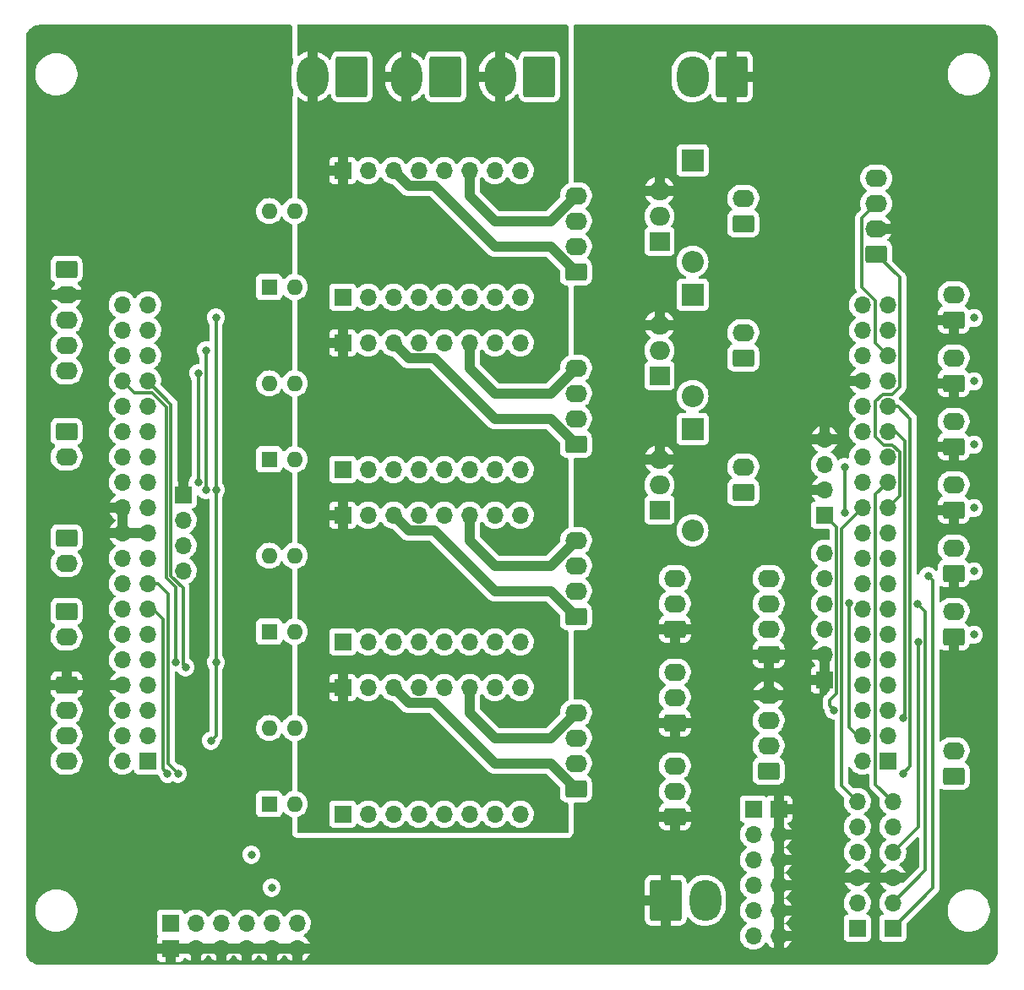
<source format=gbr>
%TF.GenerationSoftware,KiCad,Pcbnew,6.0.4-6f826c9f35~116~ubuntu21.10.1*%
%TF.CreationDate,2022-04-20T19:24:38+02:00*%
%TF.ProjectId,Interco_nucleo_4couches,496e7465-7263-46f5-9f6e-75636c656f5f,rev?*%
%TF.SameCoordinates,Original*%
%TF.FileFunction,Copper,L3,Inr*%
%TF.FilePolarity,Positive*%
%FSLAX46Y46*%
G04 Gerber Fmt 4.6, Leading zero omitted, Abs format (unit mm)*
G04 Created by KiCad (PCBNEW 6.0.4-6f826c9f35~116~ubuntu21.10.1) date 2022-04-20 19:24:38*
%MOMM*%
%LPD*%
G01*
G04 APERTURE LIST*
G04 Aperture macros list*
%AMRoundRect*
0 Rectangle with rounded corners*
0 $1 Rounding radius*
0 $2 $3 $4 $5 $6 $7 $8 $9 X,Y pos of 4 corners*
0 Add a 4 corners polygon primitive as box body*
4,1,4,$2,$3,$4,$5,$6,$7,$8,$9,$2,$3,0*
0 Add four circle primitives for the rounded corners*
1,1,$1+$1,$2,$3*
1,1,$1+$1,$4,$5*
1,1,$1+$1,$6,$7*
1,1,$1+$1,$8,$9*
0 Add four rect primitives between the rounded corners*
20,1,$1+$1,$2,$3,$4,$5,0*
20,1,$1+$1,$4,$5,$6,$7,0*
20,1,$1+$1,$6,$7,$8,$9,0*
20,1,$1+$1,$8,$9,$2,$3,0*%
G04 Aperture macros list end*
%TA.AperFunction,ComponentPad*%
%ADD10O,1.700000X1.700000*%
%TD*%
%TA.AperFunction,ComponentPad*%
%ADD11R,1.700000X1.700000*%
%TD*%
%TA.AperFunction,ComponentPad*%
%ADD12RoundRect,0.250000X0.845000X-0.620000X0.845000X0.620000X-0.845000X0.620000X-0.845000X-0.620000X0*%
%TD*%
%TA.AperFunction,ComponentPad*%
%ADD13O,2.190000X1.740000*%
%TD*%
%TA.AperFunction,ComponentPad*%
%ADD14RoundRect,0.250000X-0.845000X0.620000X-0.845000X-0.620000X0.845000X-0.620000X0.845000X0.620000X0*%
%TD*%
%TA.AperFunction,ComponentPad*%
%ADD15RoundRect,0.250000X-1.330000X-1.800000X1.330000X-1.800000X1.330000X1.800000X-1.330000X1.800000X0*%
%TD*%
%TA.AperFunction,ComponentPad*%
%ADD16O,3.160000X4.100000*%
%TD*%
%TA.AperFunction,ComponentPad*%
%ADD17R,2.200000X2.200000*%
%TD*%
%TA.AperFunction,ComponentPad*%
%ADD18O,2.200000X2.200000*%
%TD*%
%TA.AperFunction,ComponentPad*%
%ADD19R,1.600000X1.600000*%
%TD*%
%TA.AperFunction,ComponentPad*%
%ADD20O,1.600000X1.600000*%
%TD*%
%TA.AperFunction,ComponentPad*%
%ADD21RoundRect,0.250000X1.330000X1.800000X-1.330000X1.800000X-1.330000X-1.800000X1.330000X-1.800000X0*%
%TD*%
%TA.AperFunction,ComponentPad*%
%ADD22R,2.000000X1.905000*%
%TD*%
%TA.AperFunction,ComponentPad*%
%ADD23O,2.000000X1.905000*%
%TD*%
%TA.AperFunction,ViaPad*%
%ADD24C,0.800000*%
%TD*%
%TA.AperFunction,Conductor*%
%ADD25C,0.300000*%
%TD*%
%TA.AperFunction,Conductor*%
%ADD26C,1.000000*%
%TD*%
G04 APERTURE END LIST*
D10*
%TO.N,GND*%
%TO.C,J54*%
X61976000Y-131826000D03*
X59436000Y-131826000D03*
X56896000Y-131826000D03*
X54356000Y-131826000D03*
X51816000Y-131826000D03*
D11*
X49276000Y-131826000D03*
%TD*%
D10*
%TO.N,/3V3_LDO*%
%TO.C,J53*%
X61976000Y-129286000D03*
X59436000Y-129286000D03*
X56896000Y-129286000D03*
X54356000Y-129286000D03*
X51816000Y-129286000D03*
D11*
X49276000Y-129286000D03*
%TD*%
%TO.N,/PA_7*%
%TO.C,J28*%
X121666000Y-129794000D03*
D10*
%TO.N,/PA_6*%
X121666000Y-127254000D03*
%TO.N,GND*%
X121666000Y-124714000D03*
%TO.N,/PA_5*%
X121666000Y-122174000D03*
%TO.N,/3V3_LDO*%
X121666000Y-119634000D03*
%TO.N,/PA_8*%
X121666000Y-117094000D03*
%TD*%
D11*
%TO.N,GND*%
%TO.C,U12*%
X66548000Y-83820000D03*
D10*
%TO.N,Net-(R15-Pad1)*%
X69088000Y-83820000D03*
%TO.N,Net-(R14-Pad1)*%
X71628000Y-83820000D03*
%TO.N,/PC_12*%
X74168000Y-83820000D03*
%TO.N,unconnected-(U12-Pad5)*%
X76708000Y-83820000D03*
%TO.N,GND*%
X79248000Y-83820000D03*
%TO.N,/PC_1*%
X81788000Y-83820000D03*
%TO.N,/D2*%
X84328000Y-83820000D03*
%TO.N,GND*%
X84328000Y-71120000D03*
%TO.N,/3V3_LDO*%
X81788000Y-71120000D03*
%TO.N,/B22*%
X79248000Y-71120000D03*
%TO.N,/B21*%
X76708000Y-71120000D03*
%TO.N,/A21*%
X74168000Y-71120000D03*
%TO.N,/A22*%
X71628000Y-71120000D03*
%TO.N,GND*%
X69088000Y-71120000D03*
D11*
%TO.N,/V_LIPO*%
X66548000Y-71120000D03*
%TD*%
D12*
%TO.N,GND*%
%TO.C,J34*%
X127762000Y-94234000D03*
D13*
%TO.N,Net-(J34-Pad2)*%
X127762000Y-91694000D03*
%TD*%
D14*
%TO.N,/3V3_LDO*%
%TO.C,J41*%
X38862000Y-90678000D03*
D13*
%TO.N,Net-(J41-Pad2)*%
X38862000Y-93218000D03*
%TD*%
D15*
%TO.N,GND*%
%TO.C,J52*%
X98910000Y-127000000D03*
D16*
%TO.N,/5V0*%
X102870000Y-127000000D03*
%TD*%
D17*
%TO.N,/electroaimant_12V*%
%TO.C,D22*%
X101600000Y-52832000D03*
D18*
%TO.N,Net-(D22-Pad2)*%
X101600000Y-62992000D03*
%TD*%
D12*
%TO.N,/A22*%
%TO.C,J12*%
X89916000Y-81280000D03*
D13*
%TO.N,/A21*%
X89916000Y-78740000D03*
%TO.N,/B21*%
X89916000Y-76200000D03*
%TO.N,/B22*%
X89916000Y-73660000D03*
%TD*%
D19*
%TO.N,Net-(R20-Pad1)*%
%TO.C,SW20*%
X59182000Y-65532000D03*
D20*
%TO.N,Net-(R21-Pad1)*%
X61722000Y-65532000D03*
%TO.N,/3V3_LDO*%
X61722000Y-57912000D03*
X59182000Y-57912000D03*
%TD*%
D17*
%TO.N,/electroaimant_12V*%
%TO.C,D20*%
X101600000Y-66294000D03*
D18*
%TO.N,Net-(D20-Pad2)*%
X101600000Y-76454000D03*
%TD*%
D12*
%TO.N,Net-(D21-Pad2)*%
%TO.C,J24*%
X106680000Y-86106000D03*
D13*
%TO.N,/electroaimant_12V*%
X106680000Y-83566000D03*
%TD*%
D14*
%TO.N,/3V3_LDO*%
%TO.C,J43*%
X38862000Y-98044000D03*
D13*
%TO.N,Net-(J43-Pad2)*%
X38862000Y-100584000D03*
%TD*%
D11*
%TO.N,/PA_7*%
%TO.C,J29*%
X118110000Y-129794000D03*
D10*
%TO.N,/PA_6*%
X118110000Y-127254000D03*
%TO.N,GND*%
X118110000Y-124714000D03*
%TO.N,/PA_5*%
X118110000Y-122174000D03*
%TO.N,/3V3_LDO*%
X118110000Y-119634000D03*
%TO.N,/PB_2*%
X118110000Y-117094000D03*
%TD*%
D21*
%TO.N,GND*%
%TO.C,J500*%
X76858000Y-44450000D03*
D16*
%TO.N,/V_LIPO*%
X72898000Y-44450000D03*
%TD*%
D22*
%TO.N,/PB_1*%
%TO.C,Q21*%
X98298000Y-87884000D03*
D23*
%TO.N,Net-(D21-Pad2)*%
X98298000Y-85344000D03*
%TO.N,GND*%
X98298000Y-82804000D03*
%TD*%
D12*
%TO.N,GND*%
%TO.C,J22*%
X99822000Y-118618000D03*
D13*
%TO.N,/5V0*%
X99822000Y-116078000D03*
%TO.N,/PB_8*%
X99822000Y-113538000D03*
%TD*%
D12*
%TO.N,GND*%
%TO.C,J21*%
X99822000Y-109220000D03*
D13*
%TO.N,/5V0*%
X99822000Y-106680000D03*
%TO.N,/PB_9*%
X99822000Y-104140000D03*
%TD*%
D11*
%TO.N,GND*%
%TO.C,U20*%
X66548000Y-66548000D03*
D10*
%TO.N,Net-(R21-Pad1)*%
X69088000Y-66548000D03*
%TO.N,Net-(R20-Pad1)*%
X71628000Y-66548000D03*
%TO.N,/PC_12*%
X74168000Y-66548000D03*
%TO.N,unconnected-(U20-Pad5)*%
X76708000Y-66548000D03*
%TO.N,GND*%
X79248000Y-66548000D03*
%TO.N,/PC_3*%
X81788000Y-66548000D03*
%TO.N,/D3*%
X84328000Y-66548000D03*
%TO.N,GND*%
X84328000Y-53848000D03*
%TO.N,/3V3_LDO*%
X81788000Y-53848000D03*
%TO.N,/B32*%
X79248000Y-53848000D03*
%TO.N,/B31*%
X76708000Y-53848000D03*
%TO.N,/A31*%
X74168000Y-53848000D03*
%TO.N,/A32*%
X71628000Y-53848000D03*
%TO.N,GND*%
X69088000Y-53848000D03*
D11*
%TO.N,/V_LIPO*%
X66548000Y-53848000D03*
%TD*%
D12*
%TO.N,/LIDAR_RX*%
%TO.C,J36*%
X120015000Y-62230000D03*
D13*
%TO.N,GND*%
X120015000Y-59690000D03*
%TO.N,/LIDAR_TX*%
X120015000Y-57150000D03*
%TO.N,/5V0*%
X120015000Y-54610000D03*
%TD*%
D14*
%TO.N,/5V0*%
%TO.C,J26*%
X38862000Y-63754000D03*
D13*
%TO.N,GND*%
X38862000Y-66294000D03*
%TO.N,/PC_2*%
X38862000Y-68834000D03*
%TO.N,/PA_1*%
X38862000Y-71374000D03*
%TO.N,/PA_0*%
X38862000Y-73914000D03*
%TD*%
D12*
%TO.N,Net-(D22-Pad2)*%
%TO.C,J25*%
X106680000Y-59182000D03*
D13*
%TO.N,/electroaimant_12V*%
X106680000Y-56642000D03*
%TD*%
D11*
%TO.N,GND*%
%TO.C,J03*%
X50546000Y-86360000D03*
D10*
%TO.N,/PB_7*%
X50546000Y-88900000D03*
%TO.N,/5V*%
X50546000Y-91440000D03*
%TO.N,/3V3*%
X50546000Y-93980000D03*
%TD*%
D12*
%TO.N,/A12*%
%TO.C,J11*%
X89916000Y-98552000D03*
D13*
%TO.N,/A11*%
X89916000Y-96012000D03*
%TO.N,/B11*%
X89916000Y-93472000D03*
%TO.N,/B12*%
X89916000Y-90932000D03*
%TD*%
D19*
%TO.N,Net-(R14-Pad1)*%
%TO.C,SW12*%
X59182000Y-82804000D03*
D20*
%TO.N,Net-(R15-Pad1)*%
X61722000Y-82804000D03*
%TO.N,/3V3_LDO*%
X61722000Y-75184000D03*
X59182000Y-75184000D03*
%TD*%
D12*
%TO.N,Net-(D20-Pad2)*%
%TO.C,J23*%
X106680000Y-72644000D03*
D13*
%TO.N,/electroaimant_12V*%
X106680000Y-70104000D03*
%TD*%
D19*
%TO.N,Net-(R10-Pad1)*%
%TO.C,SW10*%
X59182000Y-117348000D03*
D20*
%TO.N,Net-(R11-Pad1)*%
X61722000Y-117348000D03*
%TO.N,/3V3_LDO*%
X61722000Y-109728000D03*
X59182000Y-109728000D03*
%TD*%
D14*
%TO.N,/3V3_LDO*%
%TO.C,J40*%
X38862000Y-80010000D03*
D13*
%TO.N,Net-(J40-Pad2)*%
X38862000Y-82550000D03*
%TD*%
D21*
%TO.N,GND*%
%TO.C,J502*%
X67460000Y-44450000D03*
D16*
%TO.N,/V_LIPO*%
X63500000Y-44450000D03*
%TD*%
D12*
%TO.N,GND*%
%TO.C,J32*%
X127762000Y-81534000D03*
D13*
%TO.N,Net-(J32-Pad2)*%
X127762000Y-78994000D03*
%TD*%
D12*
%TO.N,GND*%
%TO.C,J33*%
X127762000Y-87884000D03*
D13*
%TO.N,Net-(J33-Pad2)*%
X127762000Y-85344000D03*
%TD*%
D12*
%TO.N,/3V3_LDO*%
%TO.C,J42*%
X127762000Y-114554000D03*
D13*
%TO.N,Net-(J42-Pad2)*%
X127762000Y-112014000D03*
%TD*%
D11*
%TO.N,/5V0*%
%TO.C,J60*%
X107696000Y-117856000D03*
D10*
X107696000Y-120396000D03*
X107696000Y-122936000D03*
X107696000Y-125476000D03*
X107696000Y-128016000D03*
X107696000Y-130556000D03*
%TD*%
D21*
%TO.N,GND*%
%TO.C,J51*%
X105560000Y-44450000D03*
D16*
%TO.N,/electroaimant_12V*%
X101600000Y-44450000D03*
%TD*%
D21*
%TO.N,GND*%
%TO.C,J501*%
X86256000Y-44450000D03*
D16*
%TO.N,/V_LIPO*%
X82296000Y-44450000D03*
%TD*%
D11*
%TO.N,GND*%
%TO.C,J39*%
X114808000Y-104902000D03*
D10*
X114808000Y-102362000D03*
%TO.N,/5V0*%
X114808000Y-99822000D03*
%TO.N,/LORA_TX*%
X114808000Y-97282000D03*
%TO.N,/LORA_RX*%
X114808000Y-94742000D03*
%TO.N,unconnected-(J39-Pad6)*%
X114808000Y-92202000D03*
%TD*%
D17*
%TO.N,/electroaimant_12V*%
%TO.C,D21*%
X101600000Y-79756000D03*
D18*
%TO.N,Net-(D21-Pad2)*%
X101600000Y-89916000D03*
%TD*%
D11*
%TO.N,/PC_5*%
%TO.C,J04*%
X114808000Y-88392000D03*
D10*
%TO.N,GND*%
X114808000Y-85852000D03*
%TO.N,/PB_6*%
X114808000Y-83312000D03*
%TO.N,GND*%
X114808000Y-80772000D03*
%TD*%
D12*
%TO.N,Net-(D40-Pad1)*%
%TO.C,D40*%
X109220000Y-114046000D03*
D13*
%TO.N,Net-(D40-Pad2)*%
X109220000Y-111506000D03*
%TO.N,Net-(D40-Pad3)*%
X109220000Y-108966000D03*
%TO.N,GND*%
X109220000Y-106426000D03*
%TD*%
D11*
%TO.N,GND*%
%TO.C,U11*%
X66548000Y-101092000D03*
D10*
%TO.N,Net-(R13-Pad1)*%
X69088000Y-101092000D03*
%TO.N,Net-(R12-Pad1)*%
X71628000Y-101092000D03*
%TO.N,/PC_12*%
X74168000Y-101092000D03*
%TO.N,unconnected-(U11-Pad5)*%
X76708000Y-101092000D03*
%TO.N,GND*%
X79248000Y-101092000D03*
%TO.N,/PH_1*%
X81788000Y-101092000D03*
%TO.N,/D1*%
X84328000Y-101092000D03*
%TO.N,GND*%
X84328000Y-88392000D03*
%TO.N,/3V3_LDO*%
X81788000Y-88392000D03*
%TO.N,/B12*%
X79248000Y-88392000D03*
%TO.N,/B11*%
X76708000Y-88392000D03*
%TO.N,/A11*%
X74168000Y-88392000D03*
%TO.N,/A12*%
X71628000Y-88392000D03*
%TO.N,GND*%
X69088000Y-88392000D03*
D11*
%TO.N,/V_LIPO*%
X66548000Y-88392000D03*
%TD*%
D14*
%TO.N,GND*%
%TO.C,J38*%
X38862000Y-105410000D03*
D13*
%TO.N,/7SEG_TX*%
X38862000Y-107950000D03*
%TO.N,/7SEG_RX*%
X38862000Y-110490000D03*
%TO.N,/5V0*%
X38862000Y-113030000D03*
%TD*%
D12*
%TO.N,GND*%
%TO.C,J31*%
X127762000Y-75184000D03*
D13*
%TO.N,Net-(J31-Pad2)*%
X127762000Y-72644000D03*
%TD*%
D12*
%TO.N,GND*%
%TO.C,J20*%
X99822000Y-99822000D03*
D13*
%TO.N,/5V0*%
X99822000Y-97282000D03*
%TO.N,/PB_10*%
X99822000Y-94742000D03*
%TD*%
D12*
%TO.N,GND*%
%TO.C,J30*%
X127762000Y-68834000D03*
D13*
%TO.N,Net-(J30-Pad2)*%
X127762000Y-66294000D03*
%TD*%
D12*
%TO.N,GND*%
%TO.C,J35*%
X127762000Y-100584000D03*
D13*
%TO.N,Net-(J35-Pad2)*%
X127762000Y-98044000D03*
%TD*%
D12*
%TO.N,/A32*%
%TO.C,J27*%
X89916000Y-64008000D03*
D13*
%TO.N,/A31*%
X89916000Y-61468000D03*
%TO.N,/B31*%
X89916000Y-58928000D03*
%TO.N,/B32*%
X89916000Y-56388000D03*
%TD*%
D22*
%TO.N,/PB_3*%
%TO.C,Q20*%
X98298000Y-74422000D03*
D23*
%TO.N,Net-(D20-Pad2)*%
X98298000Y-71882000D03*
%TO.N,GND*%
X98298000Y-69342000D03*
%TD*%
D12*
%TO.N,GND*%
%TO.C,J37*%
X109220000Y-102362000D03*
D13*
%TO.N,/LORA_TX*%
X109220000Y-99822000D03*
%TO.N,/LORA_RX*%
X109220000Y-97282000D03*
%TO.N,/5V0*%
X109220000Y-94742000D03*
%TD*%
D19*
%TO.N,Net-(R12-Pad1)*%
%TO.C,SW11*%
X59182000Y-100076000D03*
D20*
%TO.N,Net-(R13-Pad1)*%
X61722000Y-100076000D03*
%TO.N,/3V3_LDO*%
X61722000Y-92456000D03*
X59182000Y-92456000D03*
%TD*%
D11*
%TO.N,GND*%
%TO.C,U10*%
X66548000Y-118364000D03*
D10*
%TO.N,Net-(R11-Pad1)*%
X69088000Y-118364000D03*
%TO.N,Net-(R10-Pad1)*%
X71628000Y-118364000D03*
%TO.N,/PC_12*%
X74168000Y-118364000D03*
%TO.N,unconnected-(U10-Pad5)*%
X76708000Y-118364000D03*
%TO.N,GND*%
X79248000Y-118364000D03*
%TO.N,/PA_14*%
X81788000Y-118364000D03*
%TO.N,/D0*%
X84328000Y-118364000D03*
%TO.N,GND*%
X84328000Y-105664000D03*
%TO.N,/3V3_LDO*%
X81788000Y-105664000D03*
%TO.N,/B02*%
X79248000Y-105664000D03*
%TO.N,/B01*%
X76708000Y-105664000D03*
%TO.N,/A01*%
X74168000Y-105664000D03*
%TO.N,/A02*%
X71628000Y-105664000D03*
%TO.N,GND*%
X69088000Y-105664000D03*
D11*
%TO.N,/V_LIPO*%
X66548000Y-105664000D03*
%TD*%
%TO.N,GND*%
%TO.C,J61*%
X110236000Y-117856000D03*
D10*
X110236000Y-120396000D03*
X110236000Y-122936000D03*
X110236000Y-125476000D03*
X110236000Y-128016000D03*
X110236000Y-130556000D03*
%TD*%
D22*
%TO.N,/PC_4*%
%TO.C,Q22*%
X98298000Y-60960000D03*
D23*
%TO.N,Net-(D22-Pad2)*%
X98298000Y-58420000D03*
%TO.N,GND*%
X98298000Y-55880000D03*
%TD*%
D12*
%TO.N,/A02*%
%TO.C,J10*%
X89916000Y-115824000D03*
D13*
%TO.N,/A01*%
X89916000Y-113284000D03*
%TO.N,/B01*%
X89916000Y-110744000D03*
%TO.N,/B02*%
X89916000Y-108204000D03*
%TD*%
D11*
%TO.N,/7SEG_RX*%
%TO.C,J01*%
X46990000Y-113030000D03*
D10*
%TO.N,/7SEG_TX*%
X44450000Y-113030000D03*
%TO.N,/PC_12*%
X46990000Y-110490000D03*
%TO.N,/PD_2*%
X44450000Y-110490000D03*
%TO.N,/VDD*%
X46990000Y-107950000D03*
%TO.N,/E5V*%
X44450000Y-107950000D03*
%TO.N,/BOOT0*%
X46990000Y-105410000D03*
%TO.N,GND*%
X44450000Y-105410000D03*
%TO.N,unconnected-(J01-Pad9)*%
X46990000Y-102870000D03*
%TO.N,unconnected-(J01-Pad10)*%
X44450000Y-102870000D03*
%TO.N,unconnected-(J01-Pad11)*%
X46990000Y-100330000D03*
%TO.N,/IOREF*%
X44450000Y-100330000D03*
%TO.N,/D0*%
X46990000Y-97790000D03*
%TO.N,/RESET*%
X44450000Y-97790000D03*
%TO.N,/PA_14*%
X46990000Y-95250000D03*
%TO.N,/3V3*%
X44450000Y-95250000D03*
%TO.N,/PA_15*%
X46990000Y-92710000D03*
%TO.N,/5V*%
X44450000Y-92710000D03*
%TO.N,GND*%
X46990000Y-90170000D03*
X44450000Y-90170000D03*
%TO.N,/PB_7*%
X46990000Y-87630000D03*
%TO.N,GND*%
X44450000Y-87630000D03*
%TO.N,/PC_13*%
X46990000Y-85090000D03*
%TO.N,/5V0*%
X44450000Y-85090000D03*
%TO.N,/PC_14*%
X46990000Y-82550000D03*
%TO.N,unconnected-(J01-Pad26)*%
X44450000Y-82550000D03*
%TO.N,/PC_15*%
X46990000Y-80010000D03*
%TO.N,/PA_0*%
X44450000Y-80010000D03*
%TO.N,/PH_0*%
X46990000Y-77470000D03*
%TO.N,/PA_1*%
X44450000Y-77470000D03*
%TO.N,/PH_1*%
X46990000Y-74930000D03*
%TO.N,/D1*%
X44450000Y-74930000D03*
%TO.N,/VBAT*%
X46990000Y-72390000D03*
%TO.N,/D2*%
X44450000Y-72390000D03*
%TO.N,/PC_2*%
X46990000Y-69850000D03*
%TO.N,/PC_1*%
X44450000Y-69850000D03*
%TO.N,/PC_3*%
X46990000Y-67310000D03*
%TO.N,/D3*%
X44450000Y-67310000D03*
%TD*%
D11*
%TO.N,/PC_9*%
%TO.C,J02*%
X121158000Y-113030000D03*
D10*
%TO.N,/PC_8*%
X118618000Y-113030000D03*
%TO.N,/PB_8*%
X121158000Y-110490000D03*
%TO.N,/LORA_TX*%
X118618000Y-110490000D03*
%TO.N,/PB_9*%
X121158000Y-107950000D03*
%TO.N,/PC_5*%
X118618000Y-107950000D03*
%TO.N,/AVDD*%
X121158000Y-105410000D03*
%TO.N,/U5V*%
X118618000Y-105410000D03*
%TO.N,GND*%
X121158000Y-102870000D03*
%TO.N,unconnected-(J02-Pad10)*%
X118618000Y-102870000D03*
%TO.N,/PA_5*%
X121158000Y-100330000D03*
%TO.N,/PA_12*%
X118618000Y-100330000D03*
%TO.N,/PA_6*%
X121158000Y-97790000D03*
%TO.N,/PA_11*%
X118618000Y-97790000D03*
%TO.N,/PA_7*%
X121158000Y-95250000D03*
%TO.N,/PB_12*%
X118618000Y-95250000D03*
%TO.N,/PB_6*%
X121158000Y-92710000D03*
%TO.N,unconnected-(J02-Pad18)*%
X118618000Y-92710000D03*
%TO.N,/LORA_RX*%
X121158000Y-90170000D03*
%TO.N,GND*%
X118618000Y-90170000D03*
%TO.N,/LIDAR_RX*%
X121158000Y-87630000D03*
%TO.N,/PB_2*%
X118618000Y-87630000D03*
%TO.N,/PA_8*%
X121158000Y-85090000D03*
%TO.N,/PB_1*%
X118618000Y-85090000D03*
%TO.N,/PB_10*%
X121158000Y-82550000D03*
%TO.N,/PB_15*%
X118618000Y-82550000D03*
%TO.N,/PB_4*%
X121158000Y-80010000D03*
%TO.N,/PB_14*%
X118618000Y-80010000D03*
%TO.N,/PB_5*%
X121158000Y-77470000D03*
%TO.N,/PB_13*%
X118618000Y-77470000D03*
%TO.N,/PB_3*%
X121158000Y-74930000D03*
%TO.N,GND*%
X118618000Y-74930000D03*
%TO.N,/LIDAR_TX*%
X121158000Y-72390000D03*
%TO.N,/PC_4*%
X118618000Y-72390000D03*
%TO.N,/PA_2*%
X121158000Y-69850000D03*
%TO.N,unconnected-(J02-Pad36)*%
X118618000Y-69850000D03*
%TO.N,/PA_3*%
X121158000Y-67310000D03*
%TO.N,unconnected-(J02-Pad38)*%
X118618000Y-67310000D03*
%TD*%
D24*
%TO.N,/3V3_LDO*%
X129794000Y-81323000D03*
X59436000Y-125730000D03*
X129794000Y-87673000D03*
X129794000Y-68623000D03*
X129794000Y-94023000D03*
X57404000Y-122428000D03*
X129794000Y-74973000D03*
X129794000Y-100373000D03*
%TO.N,/D0*%
X49000023Y-114321977D03*
%TO.N,/D1*%
X49784000Y-103124000D03*
%TO.N,/D2*%
X52070000Y-74168000D03*
X52070000Y-85090000D03*
%TO.N,/PC_5*%
X115773159Y-107950000D03*
%TO.N,/PA_5*%
X124206000Y-101092000D03*
%TO.N,/PA_6*%
X124181011Y-97282000D03*
%TO.N,/PA_7*%
X125222000Y-94488000D03*
%TO.N,/PB_6*%
X116840000Y-88138000D03*
X116840000Y-83566000D03*
%TO.N,/LORA_TX*%
X117272170Y-97251668D03*
%TO.N,/PC_12*%
X53848000Y-103124000D03*
X53340000Y-110998000D03*
X53848000Y-68580000D03*
X53848000Y-85852000D03*
%TO.N,/PA_14*%
X50038000Y-114300000D03*
%TO.N,/PH_1*%
X50800000Y-103632000D03*
%TO.N,/PC_1*%
X52832000Y-71882000D03*
X52832000Y-85852000D03*
%TO.N,/PB_4*%
X122682000Y-108712000D03*
%TO.N,/PB_5*%
X122682000Y-114300000D03*
%TD*%
D25*
%TO.N,/D0*%
X48514000Y-98806000D02*
X47498000Y-97790000D01*
X48514000Y-113835954D02*
X48514000Y-98806000D01*
X47498000Y-97790000D02*
X46990000Y-97790000D01*
X49000023Y-114321977D02*
X48514000Y-113835954D01*
%TO.N,/D1*%
X47427511Y-76129511D02*
X45649511Y-76129511D01*
X48846969Y-77548969D02*
X47427511Y-76129511D01*
X48846969Y-94683763D02*
X48846969Y-77548969D01*
X45649511Y-76129511D02*
X44450000Y-74930000D01*
X49784000Y-103124000D02*
X49784000Y-95620794D01*
X49784000Y-95620794D02*
X48846969Y-94683763D01*
%TO.N,/D2*%
X52070000Y-85090000D02*
X52070000Y-74168000D01*
%TO.N,/PC_5*%
X114808000Y-88392000D02*
X116007511Y-89591511D01*
X116007511Y-89591511D02*
X116007511Y-106242489D01*
X115316000Y-107492841D02*
X115773159Y-107950000D01*
X116007511Y-106242489D02*
X115316000Y-106934000D01*
X115316000Y-106934000D02*
X115316000Y-107492841D01*
%TO.N,/PA_5*%
X121666000Y-122174000D02*
X124206000Y-119634000D01*
X124206000Y-119634000D02*
X124206000Y-101092000D01*
%TO.N,/PA_6*%
X121666000Y-127254000D02*
X124955511Y-123964489D01*
X124955511Y-123964489D02*
X124955511Y-98056500D01*
X124955511Y-98056500D02*
X124181011Y-97282000D01*
%TO.N,/PA_7*%
X125679520Y-125780480D02*
X125679520Y-94945520D01*
X125679520Y-94945520D02*
X125222000Y-94488000D01*
X121666000Y-129794000D02*
X125679520Y-125780480D01*
%TO.N,/PB_6*%
X116840000Y-83566000D02*
X116840000Y-88138000D01*
%TO.N,/LORA_TX*%
X118110000Y-110490000D02*
X118618000Y-110490000D01*
X117272170Y-109652170D02*
X118110000Y-110490000D01*
X117272170Y-97251668D02*
X117272170Y-109652170D01*
%TO.N,/LIDAR_RX*%
X119958489Y-76973145D02*
X119958489Y-80506855D01*
X120015000Y-62230000D02*
X122357511Y-64572511D01*
X122357511Y-86430489D02*
X121158000Y-87630000D01*
X121654855Y-76270489D02*
X120661145Y-76270489D01*
X122357511Y-64572511D02*
X122357511Y-75567833D01*
X122357511Y-75567833D02*
X121654855Y-76270489D01*
X120661145Y-76270489D02*
X119958489Y-76973145D01*
X122357511Y-82053145D02*
X122357511Y-86430489D01*
X120802123Y-81350489D02*
X121654855Y-81350489D01*
X121654855Y-81350489D02*
X122357511Y-82053145D01*
X119958489Y-80506855D02*
X120802123Y-81350489D01*
%TO.N,/PB_2*%
X118110000Y-117094000D02*
X116522659Y-115506659D01*
X116522659Y-89725341D02*
X118618000Y-87630000D01*
X116522659Y-115506659D02*
X116522659Y-89725341D01*
%TO.N,/PA_8*%
X121666000Y-117094000D02*
X119958489Y-115386489D01*
X119958489Y-115386489D02*
X119958489Y-86289511D01*
X119958489Y-86289511D02*
X121158000Y-85090000D01*
%TO.N,/LIDAR_TX*%
X119888000Y-66883634D02*
X119888000Y-71120000D01*
X120015000Y-57150000D02*
X118570480Y-58594520D01*
X118570480Y-58594520D02*
X118570480Y-65566114D01*
X118570480Y-65566114D02*
X119888000Y-66883634D01*
X119888000Y-71120000D02*
X121158000Y-72390000D01*
D26*
%TO.N,/A02*%
X73177511Y-107213511D02*
X75717511Y-107213511D01*
X81788000Y-113284000D02*
X87376000Y-113284000D01*
X87376000Y-113284000D02*
X89916000Y-115824000D01*
X75717511Y-107213511D02*
X81788000Y-113284000D01*
X71628000Y-105664000D02*
X73177511Y-107213511D01*
%TO.N,/B02*%
X79248000Y-105664000D02*
X79248000Y-108204000D01*
X87376000Y-110744000D02*
X89916000Y-108204000D01*
X79248000Y-108204000D02*
X81788000Y-110744000D01*
X81788000Y-110744000D02*
X87376000Y-110744000D01*
%TO.N,/A12*%
X71628000Y-88392000D02*
X73177511Y-89941511D01*
X73177511Y-89941511D02*
X75717511Y-89941511D01*
X87376000Y-96012000D02*
X89916000Y-98552000D01*
X81788000Y-96012000D02*
X87376000Y-96012000D01*
X75717511Y-89941511D02*
X81788000Y-96012000D01*
%TO.N,/B12*%
X87376000Y-93472000D02*
X89916000Y-90932000D01*
X79248000Y-88392000D02*
X79248000Y-90932000D01*
X79248000Y-90932000D02*
X81788000Y-93472000D01*
X81788000Y-93472000D02*
X87376000Y-93472000D01*
%TO.N,/A22*%
X71628000Y-71120000D02*
X73177511Y-72669511D01*
X75717511Y-72669511D02*
X81788000Y-78740000D01*
X81788000Y-78740000D02*
X87376000Y-78740000D01*
X87376000Y-78740000D02*
X89916000Y-81280000D01*
X73177511Y-72669511D02*
X75717511Y-72669511D01*
%TO.N,/B22*%
X79248000Y-71120000D02*
X79248000Y-73660000D01*
X87376000Y-76200000D02*
X89916000Y-73660000D01*
X81788000Y-76200000D02*
X87376000Y-76200000D01*
X79248000Y-73660000D02*
X81788000Y-76200000D01*
%TO.N,/A32*%
X71628000Y-53848000D02*
X73177511Y-55397511D01*
X73177511Y-55397511D02*
X75717511Y-55397511D01*
X75717511Y-55397511D02*
X81788000Y-61468000D01*
X87376000Y-61468000D02*
X89916000Y-64008000D01*
X81788000Y-61468000D02*
X87376000Y-61468000D01*
%TO.N,/B32*%
X81788000Y-58928000D02*
X87376000Y-58928000D01*
X79248000Y-53848000D02*
X79248000Y-56388000D01*
X87376000Y-58928000D02*
X89916000Y-56388000D01*
X79248000Y-56388000D02*
X81788000Y-58928000D01*
D25*
%TO.N,/PC_12*%
X53848000Y-110490000D02*
X53340000Y-110998000D01*
X53848000Y-103124000D02*
X53848000Y-110490000D01*
X53848000Y-85852000D02*
X53848000Y-103124000D01*
X53848000Y-68580000D02*
X53848000Y-85852000D01*
%TO.N,/PA_14*%
X48006000Y-95250000D02*
X46990000Y-95250000D01*
X49034489Y-113296489D02*
X49034489Y-96278489D01*
X49034489Y-96278489D02*
X48006000Y-95250000D01*
X50038000Y-114300000D02*
X49034489Y-113296489D01*
%TO.N,/PH_1*%
X49346489Y-94476855D02*
X49346489Y-77286489D01*
X50546000Y-95676366D02*
X49346489Y-94476855D01*
X50546000Y-103378000D02*
X50546000Y-95676366D01*
X49346489Y-77286489D02*
X46990000Y-74930000D01*
X50800000Y-103632000D02*
X50546000Y-103378000D01*
%TO.N,/PC_1*%
X52832000Y-85852000D02*
X52832000Y-71882000D01*
%TO.N,/PB_4*%
X122857030Y-80947030D02*
X121920000Y-80010000D01*
X122682000Y-108712000D02*
X122857030Y-108536970D01*
X121920000Y-80010000D02*
X121158000Y-80010000D01*
X122857030Y-108536970D02*
X122857030Y-80947030D01*
%TO.N,/PB_5*%
X123431511Y-113550489D02*
X123431511Y-78727511D01*
X122174000Y-77470000D02*
X121158000Y-77470000D01*
X123431511Y-78727511D02*
X122174000Y-77470000D01*
X122682000Y-114300000D02*
X123431511Y-113550489D01*
%TD*%
%TA.AperFunction,Conductor*%
%TO.N,/V_LIPO*%
G36*
X89096121Y-39263502D02*
G01*
X89142614Y-39317158D01*
X89154000Y-39369500D01*
X89154000Y-55036525D01*
X89133998Y-55104646D01*
X89079750Y-55151407D01*
X89023028Y-55176958D01*
X89023023Y-55176961D01*
X89018163Y-55179150D01*
X89013739Y-55182129D01*
X89013738Y-55182129D01*
X88998405Y-55192452D01*
X88824104Y-55309798D01*
X88820247Y-55313477D01*
X88820245Y-55313479D01*
X88749760Y-55380719D01*
X88654832Y-55471276D01*
X88515187Y-55658965D01*
X88512771Y-55663716D01*
X88512769Y-55663720D01*
X88411580Y-55862744D01*
X88409162Y-55867500D01*
X88339790Y-56090917D01*
X88339089Y-56096204D01*
X88339089Y-56096205D01*
X88310250Y-56313794D01*
X88309052Y-56322829D01*
X88309252Y-56328158D01*
X88309252Y-56328160D01*
X88315886Y-56504874D01*
X88298454Y-56573697D01*
X88279070Y-56598696D01*
X86995171Y-57882595D01*
X86932859Y-57916621D01*
X86906076Y-57919500D01*
X82257924Y-57919500D01*
X82189803Y-57899498D01*
X82168829Y-57882595D01*
X80293405Y-56007171D01*
X80259379Y-55944859D01*
X80256500Y-55918076D01*
X80256500Y-54811970D01*
X80276502Y-54743849D01*
X80284460Y-54733120D01*
X80286096Y-54731489D01*
X80416453Y-54550077D01*
X80417776Y-54551028D01*
X80464645Y-54507857D01*
X80534580Y-54495625D01*
X80600026Y-54523144D01*
X80627875Y-54554994D01*
X80687987Y-54653088D01*
X80834250Y-54821938D01*
X81006126Y-54964632D01*
X81199000Y-55077338D01*
X81203825Y-55079180D01*
X81203826Y-55079181D01*
X81270512Y-55104646D01*
X81407692Y-55157030D01*
X81412760Y-55158061D01*
X81412763Y-55158062D01*
X81516415Y-55179150D01*
X81626597Y-55201567D01*
X81631772Y-55201757D01*
X81631774Y-55201757D01*
X81844673Y-55209564D01*
X81844677Y-55209564D01*
X81849837Y-55209753D01*
X81854957Y-55209097D01*
X81854959Y-55209097D01*
X82066288Y-55182025D01*
X82066289Y-55182025D01*
X82071416Y-55181368D01*
X82078809Y-55179150D01*
X82280429Y-55118661D01*
X82280434Y-55118659D01*
X82285384Y-55117174D01*
X82485994Y-55018896D01*
X82667860Y-54889173D01*
X82826096Y-54731489D01*
X82956453Y-54550077D01*
X82957776Y-54551028D01*
X83004645Y-54507857D01*
X83074580Y-54495625D01*
X83140026Y-54523144D01*
X83167875Y-54554994D01*
X83227987Y-54653088D01*
X83374250Y-54821938D01*
X83546126Y-54964632D01*
X83739000Y-55077338D01*
X83743825Y-55079180D01*
X83743826Y-55079181D01*
X83810512Y-55104646D01*
X83947692Y-55157030D01*
X83952760Y-55158061D01*
X83952763Y-55158062D01*
X84056415Y-55179150D01*
X84166597Y-55201567D01*
X84171772Y-55201757D01*
X84171774Y-55201757D01*
X84384673Y-55209564D01*
X84384677Y-55209564D01*
X84389837Y-55209753D01*
X84394957Y-55209097D01*
X84394959Y-55209097D01*
X84606288Y-55182025D01*
X84606289Y-55182025D01*
X84611416Y-55181368D01*
X84618809Y-55179150D01*
X84820429Y-55118661D01*
X84820434Y-55118659D01*
X84825384Y-55117174D01*
X85025994Y-55018896D01*
X85207860Y-54889173D01*
X85366096Y-54731489D01*
X85496453Y-54550077D01*
X85517320Y-54507857D01*
X85593136Y-54354453D01*
X85593137Y-54354451D01*
X85595430Y-54349811D01*
X85660370Y-54136069D01*
X85689529Y-53914590D01*
X85691156Y-53848000D01*
X85672852Y-53625361D01*
X85618431Y-53408702D01*
X85529354Y-53203840D01*
X85408014Y-53016277D01*
X85257670Y-52851051D01*
X85253619Y-52847852D01*
X85253615Y-52847848D01*
X85086414Y-52715800D01*
X85086410Y-52715798D01*
X85082359Y-52712598D01*
X84886789Y-52604638D01*
X84881920Y-52602914D01*
X84881916Y-52602912D01*
X84681087Y-52531795D01*
X84681083Y-52531794D01*
X84676212Y-52530069D01*
X84671119Y-52529162D01*
X84671116Y-52529161D01*
X84461373Y-52491800D01*
X84461367Y-52491799D01*
X84456284Y-52490894D01*
X84382452Y-52489992D01*
X84238081Y-52488228D01*
X84238079Y-52488228D01*
X84232911Y-52488165D01*
X84012091Y-52521955D01*
X83799756Y-52591357D01*
X83601607Y-52694507D01*
X83597474Y-52697610D01*
X83597471Y-52697612D01*
X83514450Y-52759946D01*
X83422965Y-52828635D01*
X83268629Y-52990138D01*
X83161201Y-53147621D01*
X83106293Y-53192621D01*
X83035768Y-53200792D01*
X82972021Y-53169538D01*
X82951324Y-53145054D01*
X82870822Y-53020617D01*
X82870820Y-53020614D01*
X82868014Y-53016277D01*
X82717670Y-52851051D01*
X82713619Y-52847852D01*
X82713615Y-52847848D01*
X82546414Y-52715800D01*
X82546410Y-52715798D01*
X82542359Y-52712598D01*
X82346789Y-52604638D01*
X82341920Y-52602914D01*
X82341916Y-52602912D01*
X82141087Y-52531795D01*
X82141083Y-52531794D01*
X82136212Y-52530069D01*
X82131119Y-52529162D01*
X82131116Y-52529161D01*
X81921373Y-52491800D01*
X81921367Y-52491799D01*
X81916284Y-52490894D01*
X81842452Y-52489992D01*
X81698081Y-52488228D01*
X81698079Y-52488228D01*
X81692911Y-52488165D01*
X81472091Y-52521955D01*
X81259756Y-52591357D01*
X81061607Y-52694507D01*
X81057474Y-52697610D01*
X81057471Y-52697612D01*
X80974450Y-52759946D01*
X80882965Y-52828635D01*
X80728629Y-52990138D01*
X80621201Y-53147621D01*
X80566293Y-53192621D01*
X80495768Y-53200792D01*
X80432021Y-53169538D01*
X80411324Y-53145054D01*
X80330822Y-53020617D01*
X80330820Y-53020614D01*
X80328014Y-53016277D01*
X80177670Y-52851051D01*
X80173619Y-52847852D01*
X80173615Y-52847848D01*
X80006414Y-52715800D01*
X80006410Y-52715798D01*
X80002359Y-52712598D01*
X79806789Y-52604638D01*
X79801920Y-52602914D01*
X79801916Y-52602912D01*
X79601087Y-52531795D01*
X79601083Y-52531794D01*
X79596212Y-52530069D01*
X79591119Y-52529162D01*
X79591116Y-52529161D01*
X79381373Y-52491800D01*
X79381367Y-52491799D01*
X79376284Y-52490894D01*
X79302452Y-52489992D01*
X79158081Y-52488228D01*
X79158079Y-52488228D01*
X79152911Y-52488165D01*
X78932091Y-52521955D01*
X78719756Y-52591357D01*
X78521607Y-52694507D01*
X78517474Y-52697610D01*
X78517471Y-52697612D01*
X78434450Y-52759946D01*
X78342965Y-52828635D01*
X78188629Y-52990138D01*
X78081201Y-53147621D01*
X78026293Y-53192621D01*
X77955768Y-53200792D01*
X77892021Y-53169538D01*
X77871324Y-53145054D01*
X77790822Y-53020617D01*
X77790820Y-53020614D01*
X77788014Y-53016277D01*
X77637670Y-52851051D01*
X77633619Y-52847852D01*
X77633615Y-52847848D01*
X77466414Y-52715800D01*
X77466410Y-52715798D01*
X77462359Y-52712598D01*
X77266789Y-52604638D01*
X77261920Y-52602914D01*
X77261916Y-52602912D01*
X77061087Y-52531795D01*
X77061083Y-52531794D01*
X77056212Y-52530069D01*
X77051119Y-52529162D01*
X77051116Y-52529161D01*
X76841373Y-52491800D01*
X76841367Y-52491799D01*
X76836284Y-52490894D01*
X76762452Y-52489992D01*
X76618081Y-52488228D01*
X76618079Y-52488228D01*
X76612911Y-52488165D01*
X76392091Y-52521955D01*
X76179756Y-52591357D01*
X75981607Y-52694507D01*
X75977474Y-52697610D01*
X75977471Y-52697612D01*
X75894450Y-52759946D01*
X75802965Y-52828635D01*
X75648629Y-52990138D01*
X75541201Y-53147621D01*
X75486293Y-53192621D01*
X75415768Y-53200792D01*
X75352021Y-53169538D01*
X75331324Y-53145054D01*
X75250822Y-53020617D01*
X75250820Y-53020614D01*
X75248014Y-53016277D01*
X75097670Y-52851051D01*
X75093619Y-52847852D01*
X75093615Y-52847848D01*
X74926414Y-52715800D01*
X74926410Y-52715798D01*
X74922359Y-52712598D01*
X74726789Y-52604638D01*
X74721920Y-52602914D01*
X74721916Y-52602912D01*
X74521087Y-52531795D01*
X74521083Y-52531794D01*
X74516212Y-52530069D01*
X74511119Y-52529162D01*
X74511116Y-52529161D01*
X74301373Y-52491800D01*
X74301367Y-52491799D01*
X74296284Y-52490894D01*
X74222452Y-52489992D01*
X74078081Y-52488228D01*
X74078079Y-52488228D01*
X74072911Y-52488165D01*
X73852091Y-52521955D01*
X73639756Y-52591357D01*
X73441607Y-52694507D01*
X73437474Y-52697610D01*
X73437471Y-52697612D01*
X73354450Y-52759946D01*
X73262965Y-52828635D01*
X73108629Y-52990138D01*
X73001201Y-53147621D01*
X72946293Y-53192621D01*
X72875768Y-53200792D01*
X72812021Y-53169538D01*
X72791324Y-53145054D01*
X72710822Y-53020617D01*
X72710820Y-53020614D01*
X72708014Y-53016277D01*
X72557670Y-52851051D01*
X72553619Y-52847852D01*
X72553615Y-52847848D01*
X72386414Y-52715800D01*
X72386410Y-52715798D01*
X72382359Y-52712598D01*
X72186789Y-52604638D01*
X72181920Y-52602914D01*
X72181916Y-52602912D01*
X71981087Y-52531795D01*
X71981083Y-52531794D01*
X71976212Y-52530069D01*
X71971119Y-52529162D01*
X71971116Y-52529161D01*
X71761373Y-52491800D01*
X71761367Y-52491799D01*
X71756284Y-52490894D01*
X71682452Y-52489992D01*
X71538081Y-52488228D01*
X71538079Y-52488228D01*
X71532911Y-52488165D01*
X71312091Y-52521955D01*
X71099756Y-52591357D01*
X70901607Y-52694507D01*
X70897474Y-52697610D01*
X70897471Y-52697612D01*
X70814450Y-52759946D01*
X70722965Y-52828635D01*
X70568629Y-52990138D01*
X70461201Y-53147621D01*
X70406293Y-53192621D01*
X70335768Y-53200792D01*
X70272021Y-53169538D01*
X70251324Y-53145054D01*
X70170822Y-53020617D01*
X70170820Y-53020614D01*
X70168014Y-53016277D01*
X70017670Y-52851051D01*
X70013619Y-52847852D01*
X70013615Y-52847848D01*
X69846414Y-52715800D01*
X69846410Y-52715798D01*
X69842359Y-52712598D01*
X69646789Y-52604638D01*
X69641920Y-52602914D01*
X69641916Y-52602912D01*
X69441087Y-52531795D01*
X69441083Y-52531794D01*
X69436212Y-52530069D01*
X69431119Y-52529162D01*
X69431116Y-52529161D01*
X69221373Y-52491800D01*
X69221367Y-52491799D01*
X69216284Y-52490894D01*
X69142452Y-52489992D01*
X68998081Y-52488228D01*
X68998079Y-52488228D01*
X68992911Y-52488165D01*
X68772091Y-52521955D01*
X68559756Y-52591357D01*
X68361607Y-52694507D01*
X68357474Y-52697610D01*
X68357471Y-52697612D01*
X68274450Y-52759946D01*
X68182965Y-52828635D01*
X68179393Y-52832373D01*
X68101898Y-52913466D01*
X68040374Y-52948895D01*
X67969462Y-52945438D01*
X67911676Y-52904192D01*
X67892823Y-52870644D01*
X67851324Y-52759946D01*
X67842786Y-52744351D01*
X67766285Y-52642276D01*
X67753724Y-52629715D01*
X67651649Y-52553214D01*
X67636054Y-52544676D01*
X67515606Y-52499522D01*
X67500351Y-52495895D01*
X67449486Y-52490369D01*
X67442672Y-52490000D01*
X67066115Y-52490000D01*
X67050876Y-52494475D01*
X67049671Y-52495865D01*
X67048000Y-52503548D01*
X67048000Y-55187884D01*
X67052475Y-55203123D01*
X67053865Y-55204328D01*
X67061548Y-55205999D01*
X67442669Y-55205999D01*
X67449490Y-55205629D01*
X67500352Y-55200105D01*
X67515604Y-55196479D01*
X67636054Y-55151324D01*
X67651649Y-55142786D01*
X67753724Y-55066285D01*
X67766285Y-55053724D01*
X67842786Y-54951649D01*
X67851324Y-54936054D01*
X67892225Y-54826952D01*
X67934867Y-54770188D01*
X68001428Y-54745488D01*
X68070777Y-54760696D01*
X68105444Y-54788684D01*
X68130865Y-54818031D01*
X68130869Y-54818035D01*
X68134250Y-54821938D01*
X68306126Y-54964632D01*
X68499000Y-55077338D01*
X68503825Y-55079180D01*
X68503826Y-55079181D01*
X68570512Y-55104646D01*
X68707692Y-55157030D01*
X68712760Y-55158061D01*
X68712763Y-55158062D01*
X68816415Y-55179150D01*
X68926597Y-55201567D01*
X68931772Y-55201757D01*
X68931774Y-55201757D01*
X69144673Y-55209564D01*
X69144677Y-55209564D01*
X69149837Y-55209753D01*
X69154957Y-55209097D01*
X69154959Y-55209097D01*
X69366288Y-55182025D01*
X69366289Y-55182025D01*
X69371416Y-55181368D01*
X69378809Y-55179150D01*
X69580429Y-55118661D01*
X69580434Y-55118659D01*
X69585384Y-55117174D01*
X69785994Y-55018896D01*
X69967860Y-54889173D01*
X70126096Y-54731489D01*
X70256453Y-54550077D01*
X70257776Y-54551028D01*
X70304645Y-54507857D01*
X70374580Y-54495625D01*
X70440026Y-54523144D01*
X70467875Y-54554994D01*
X70527987Y-54653088D01*
X70674250Y-54821938D01*
X70846126Y-54964632D01*
X71039000Y-55077338D01*
X71043825Y-55079180D01*
X71043826Y-55079181D01*
X71110512Y-55104646D01*
X71247692Y-55157030D01*
X71252760Y-55158061D01*
X71252763Y-55158062D01*
X71399343Y-55187884D01*
X71466597Y-55201567D01*
X71471772Y-55201757D01*
X71471774Y-55201757D01*
X71509239Y-55203131D01*
X71576581Y-55225616D01*
X71593716Y-55239951D01*
X72420660Y-56066895D01*
X72429762Y-56077038D01*
X72453479Y-56106536D01*
X72491957Y-56138823D01*
X72495573Y-56141978D01*
X72497399Y-56143634D01*
X72499585Y-56145820D01*
X72501965Y-56147775D01*
X72501975Y-56147784D01*
X72532779Y-56173087D01*
X72533794Y-56173929D01*
X72604985Y-56233665D01*
X72609659Y-56236234D01*
X72613772Y-56239613D01*
X72685683Y-56278171D01*
X72695558Y-56283466D01*
X72696688Y-56284079D01*
X72732361Y-56303690D01*
X72767175Y-56322829D01*
X72778298Y-56328944D01*
X72783380Y-56330556D01*
X72788074Y-56333073D01*
X72877042Y-56360273D01*
X72878070Y-56360593D01*
X72966817Y-56388746D01*
X72972113Y-56389340D01*
X72977209Y-56390898D01*
X73069733Y-56400296D01*
X73070853Y-56400416D01*
X73104175Y-56404153D01*
X73117241Y-56405619D01*
X73117245Y-56405619D01*
X73120738Y-56406011D01*
X73124265Y-56406011D01*
X73125268Y-56406067D01*
X73130952Y-56406514D01*
X73156368Y-56409096D01*
X73167847Y-56410262D01*
X73167849Y-56410262D01*
X73173973Y-56410884D01*
X73219612Y-56406570D01*
X73231468Y-56406011D01*
X75247586Y-56406011D01*
X75315707Y-56426013D01*
X75336681Y-56442916D01*
X81031145Y-62137379D01*
X81040247Y-62147522D01*
X81063968Y-62177025D01*
X81068696Y-62180992D01*
X81102421Y-62209291D01*
X81106069Y-62212472D01*
X81107881Y-62214115D01*
X81110075Y-62216309D01*
X81143349Y-62243642D01*
X81144147Y-62244304D01*
X81215474Y-62304154D01*
X81220144Y-62306722D01*
X81224261Y-62310103D01*
X81282145Y-62341140D01*
X81306086Y-62353977D01*
X81307245Y-62354606D01*
X81383381Y-62396462D01*
X81383389Y-62396465D01*
X81388787Y-62399433D01*
X81393869Y-62401045D01*
X81398563Y-62403562D01*
X81404454Y-62405363D01*
X81487477Y-62430747D01*
X81488735Y-62431139D01*
X81577306Y-62459235D01*
X81582597Y-62459829D01*
X81587698Y-62461388D01*
X81680263Y-62470790D01*
X81681450Y-62470916D01*
X81710838Y-62474213D01*
X81727730Y-62476108D01*
X81727735Y-62476108D01*
X81731227Y-62476500D01*
X81734752Y-62476500D01*
X81735737Y-62476555D01*
X81741432Y-62477003D01*
X81753342Y-62478213D01*
X81778334Y-62480752D01*
X81778339Y-62480752D01*
X81784462Y-62481374D01*
X81830108Y-62477059D01*
X81841967Y-62476500D01*
X86906075Y-62476500D01*
X86974196Y-62496502D01*
X86995170Y-62513405D01*
X88275595Y-63793830D01*
X88309621Y-63856142D01*
X88312500Y-63882925D01*
X88312500Y-64678400D01*
X88312837Y-64681646D01*
X88312837Y-64681650D01*
X88313061Y-64683803D01*
X88323474Y-64784166D01*
X88379450Y-64951946D01*
X88472522Y-65102348D01*
X88597697Y-65227305D01*
X88603927Y-65231145D01*
X88603928Y-65231146D01*
X88730868Y-65309393D01*
X88748262Y-65320115D01*
X88828005Y-65346564D01*
X88909611Y-65373632D01*
X88909613Y-65373632D01*
X88916139Y-65375797D01*
X88922975Y-65376497D01*
X88922978Y-65376498D01*
X88966031Y-65380909D01*
X89020600Y-65386500D01*
X89028000Y-65386500D01*
X89096121Y-65406502D01*
X89142614Y-65460158D01*
X89154000Y-65512500D01*
X89154000Y-72308525D01*
X89133998Y-72376646D01*
X89079750Y-72423407D01*
X89023028Y-72448958D01*
X89023023Y-72448961D01*
X89018163Y-72451150D01*
X89013739Y-72454129D01*
X89013738Y-72454129D01*
X88998405Y-72464452D01*
X88824104Y-72581798D01*
X88820247Y-72585477D01*
X88820245Y-72585479D01*
X88749760Y-72652719D01*
X88654832Y-72743276D01*
X88515187Y-72930965D01*
X88512771Y-72935716D01*
X88512769Y-72935720D01*
X88411580Y-73134744D01*
X88409162Y-73139500D01*
X88339790Y-73362917D01*
X88339089Y-73368204D01*
X88339089Y-73368205D01*
X88310250Y-73585794D01*
X88309052Y-73594829D01*
X88309252Y-73600158D01*
X88309252Y-73600160D01*
X88315886Y-73776874D01*
X88298454Y-73845697D01*
X88279070Y-73870696D01*
X86995171Y-75154595D01*
X86932859Y-75188621D01*
X86906076Y-75191500D01*
X82257924Y-75191500D01*
X82189803Y-75171498D01*
X82168829Y-75154595D01*
X80293405Y-73279171D01*
X80259379Y-73216859D01*
X80256500Y-73190076D01*
X80256500Y-72083970D01*
X80276502Y-72015849D01*
X80284460Y-72005120D01*
X80286096Y-72003489D01*
X80416453Y-71822077D01*
X80417776Y-71823028D01*
X80464645Y-71779857D01*
X80534580Y-71767625D01*
X80600026Y-71795144D01*
X80627875Y-71826994D01*
X80687987Y-71925088D01*
X80834250Y-72093938D01*
X81006126Y-72236632D01*
X81199000Y-72349338D01*
X81203825Y-72351180D01*
X81203826Y-72351181D01*
X81270512Y-72376646D01*
X81407692Y-72429030D01*
X81412760Y-72430061D01*
X81412763Y-72430062D01*
X81516415Y-72451150D01*
X81626597Y-72473567D01*
X81631772Y-72473757D01*
X81631774Y-72473757D01*
X81844673Y-72481564D01*
X81844677Y-72481564D01*
X81849837Y-72481753D01*
X81854957Y-72481097D01*
X81854959Y-72481097D01*
X82066288Y-72454025D01*
X82066289Y-72454025D01*
X82071416Y-72453368D01*
X82078809Y-72451150D01*
X82280429Y-72390661D01*
X82280434Y-72390659D01*
X82285384Y-72389174D01*
X82485994Y-72290896D01*
X82667860Y-72161173D01*
X82826096Y-72003489D01*
X82956453Y-71822077D01*
X82957776Y-71823028D01*
X83004645Y-71779857D01*
X83074580Y-71767625D01*
X83140026Y-71795144D01*
X83167875Y-71826994D01*
X83227987Y-71925088D01*
X83374250Y-72093938D01*
X83546126Y-72236632D01*
X83739000Y-72349338D01*
X83743825Y-72351180D01*
X83743826Y-72351181D01*
X83810512Y-72376646D01*
X83947692Y-72429030D01*
X83952760Y-72430061D01*
X83952763Y-72430062D01*
X84056415Y-72451150D01*
X84166597Y-72473567D01*
X84171772Y-72473757D01*
X84171774Y-72473757D01*
X84384673Y-72481564D01*
X84384677Y-72481564D01*
X84389837Y-72481753D01*
X84394957Y-72481097D01*
X84394959Y-72481097D01*
X84606288Y-72454025D01*
X84606289Y-72454025D01*
X84611416Y-72453368D01*
X84618809Y-72451150D01*
X84820429Y-72390661D01*
X84820434Y-72390659D01*
X84825384Y-72389174D01*
X85025994Y-72290896D01*
X85207860Y-72161173D01*
X85366096Y-72003489D01*
X85496453Y-71822077D01*
X85517320Y-71779857D01*
X85593136Y-71626453D01*
X85593137Y-71626451D01*
X85595430Y-71621811D01*
X85660370Y-71408069D01*
X85689529Y-71186590D01*
X85691156Y-71120000D01*
X85672852Y-70897361D01*
X85618431Y-70680702D01*
X85529354Y-70475840D01*
X85408014Y-70288277D01*
X85257670Y-70123051D01*
X85253619Y-70119852D01*
X85253615Y-70119848D01*
X85086414Y-69987800D01*
X85086410Y-69987798D01*
X85082359Y-69984598D01*
X84886789Y-69876638D01*
X84881920Y-69874914D01*
X84881916Y-69874912D01*
X84681087Y-69803795D01*
X84681083Y-69803794D01*
X84676212Y-69802069D01*
X84671119Y-69801162D01*
X84671116Y-69801161D01*
X84461373Y-69763800D01*
X84461367Y-69763799D01*
X84456284Y-69762894D01*
X84382452Y-69761992D01*
X84238081Y-69760228D01*
X84238079Y-69760228D01*
X84232911Y-69760165D01*
X84012091Y-69793955D01*
X83799756Y-69863357D01*
X83601607Y-69966507D01*
X83597474Y-69969610D01*
X83597471Y-69969612D01*
X83514450Y-70031946D01*
X83422965Y-70100635D01*
X83268629Y-70262138D01*
X83161201Y-70419621D01*
X83106293Y-70464621D01*
X83035768Y-70472792D01*
X82972021Y-70441538D01*
X82951324Y-70417054D01*
X82870822Y-70292617D01*
X82870820Y-70292614D01*
X82868014Y-70288277D01*
X82717670Y-70123051D01*
X82713619Y-70119852D01*
X82713615Y-70119848D01*
X82546414Y-69987800D01*
X82546410Y-69987798D01*
X82542359Y-69984598D01*
X82346789Y-69876638D01*
X82341920Y-69874914D01*
X82341916Y-69874912D01*
X82141087Y-69803795D01*
X82141083Y-69803794D01*
X82136212Y-69802069D01*
X82131119Y-69801162D01*
X82131116Y-69801161D01*
X81921373Y-69763800D01*
X81921367Y-69763799D01*
X81916284Y-69762894D01*
X81842452Y-69761992D01*
X81698081Y-69760228D01*
X81698079Y-69760228D01*
X81692911Y-69760165D01*
X81472091Y-69793955D01*
X81259756Y-69863357D01*
X81061607Y-69966507D01*
X81057474Y-69969610D01*
X81057471Y-69969612D01*
X80974450Y-70031946D01*
X80882965Y-70100635D01*
X80728629Y-70262138D01*
X80621201Y-70419621D01*
X80566293Y-70464621D01*
X80495768Y-70472792D01*
X80432021Y-70441538D01*
X80411324Y-70417054D01*
X80330822Y-70292617D01*
X80330820Y-70292614D01*
X80328014Y-70288277D01*
X80177670Y-70123051D01*
X80173619Y-70119852D01*
X80173615Y-70119848D01*
X80006414Y-69987800D01*
X80006410Y-69987798D01*
X80002359Y-69984598D01*
X79806789Y-69876638D01*
X79801920Y-69874914D01*
X79801916Y-69874912D01*
X79601087Y-69803795D01*
X79601083Y-69803794D01*
X79596212Y-69802069D01*
X79591119Y-69801162D01*
X79591116Y-69801161D01*
X79381373Y-69763800D01*
X79381367Y-69763799D01*
X79376284Y-69762894D01*
X79302452Y-69761992D01*
X79158081Y-69760228D01*
X79158079Y-69760228D01*
X79152911Y-69760165D01*
X78932091Y-69793955D01*
X78719756Y-69863357D01*
X78521607Y-69966507D01*
X78517474Y-69969610D01*
X78517471Y-69969612D01*
X78434450Y-70031946D01*
X78342965Y-70100635D01*
X78188629Y-70262138D01*
X78081201Y-70419621D01*
X78026293Y-70464621D01*
X77955768Y-70472792D01*
X77892021Y-70441538D01*
X77871324Y-70417054D01*
X77790822Y-70292617D01*
X77790820Y-70292614D01*
X77788014Y-70288277D01*
X77637670Y-70123051D01*
X77633619Y-70119852D01*
X77633615Y-70119848D01*
X77466414Y-69987800D01*
X77466410Y-69987798D01*
X77462359Y-69984598D01*
X77266789Y-69876638D01*
X77261920Y-69874914D01*
X77261916Y-69874912D01*
X77061087Y-69803795D01*
X77061083Y-69803794D01*
X77056212Y-69802069D01*
X77051119Y-69801162D01*
X77051116Y-69801161D01*
X76841373Y-69763800D01*
X76841367Y-69763799D01*
X76836284Y-69762894D01*
X76762452Y-69761992D01*
X76618081Y-69760228D01*
X76618079Y-69760228D01*
X76612911Y-69760165D01*
X76392091Y-69793955D01*
X76179756Y-69863357D01*
X75981607Y-69966507D01*
X75977474Y-69969610D01*
X75977471Y-69969612D01*
X75894450Y-70031946D01*
X75802965Y-70100635D01*
X75648629Y-70262138D01*
X75541201Y-70419621D01*
X75486293Y-70464621D01*
X75415768Y-70472792D01*
X75352021Y-70441538D01*
X75331324Y-70417054D01*
X75250822Y-70292617D01*
X75250820Y-70292614D01*
X75248014Y-70288277D01*
X75097670Y-70123051D01*
X75093619Y-70119852D01*
X75093615Y-70119848D01*
X74926414Y-69987800D01*
X74926410Y-69987798D01*
X74922359Y-69984598D01*
X74726789Y-69876638D01*
X74721920Y-69874914D01*
X74721916Y-69874912D01*
X74521087Y-69803795D01*
X74521083Y-69803794D01*
X74516212Y-69802069D01*
X74511119Y-69801162D01*
X74511116Y-69801161D01*
X74301373Y-69763800D01*
X74301367Y-69763799D01*
X74296284Y-69762894D01*
X74222452Y-69761992D01*
X74078081Y-69760228D01*
X74078079Y-69760228D01*
X74072911Y-69760165D01*
X73852091Y-69793955D01*
X73639756Y-69863357D01*
X73441607Y-69966507D01*
X73437474Y-69969610D01*
X73437471Y-69969612D01*
X73354450Y-70031946D01*
X73262965Y-70100635D01*
X73108629Y-70262138D01*
X73001201Y-70419621D01*
X72946293Y-70464621D01*
X72875768Y-70472792D01*
X72812021Y-70441538D01*
X72791324Y-70417054D01*
X72710822Y-70292617D01*
X72710820Y-70292614D01*
X72708014Y-70288277D01*
X72557670Y-70123051D01*
X72553619Y-70119852D01*
X72553615Y-70119848D01*
X72386414Y-69987800D01*
X72386410Y-69987798D01*
X72382359Y-69984598D01*
X72186789Y-69876638D01*
X72181920Y-69874914D01*
X72181916Y-69874912D01*
X71981087Y-69803795D01*
X71981083Y-69803794D01*
X71976212Y-69802069D01*
X71971119Y-69801162D01*
X71971116Y-69801161D01*
X71761373Y-69763800D01*
X71761367Y-69763799D01*
X71756284Y-69762894D01*
X71682452Y-69761992D01*
X71538081Y-69760228D01*
X71538079Y-69760228D01*
X71532911Y-69760165D01*
X71312091Y-69793955D01*
X71099756Y-69863357D01*
X70901607Y-69966507D01*
X70897474Y-69969610D01*
X70897471Y-69969612D01*
X70814450Y-70031946D01*
X70722965Y-70100635D01*
X70568629Y-70262138D01*
X70461201Y-70419621D01*
X70406293Y-70464621D01*
X70335768Y-70472792D01*
X70272021Y-70441538D01*
X70251324Y-70417054D01*
X70170822Y-70292617D01*
X70170820Y-70292614D01*
X70168014Y-70288277D01*
X70017670Y-70123051D01*
X70013619Y-70119852D01*
X70013615Y-70119848D01*
X69846414Y-69987800D01*
X69846410Y-69987798D01*
X69842359Y-69984598D01*
X69646789Y-69876638D01*
X69641920Y-69874914D01*
X69641916Y-69874912D01*
X69441087Y-69803795D01*
X69441083Y-69803794D01*
X69436212Y-69802069D01*
X69431119Y-69801162D01*
X69431116Y-69801161D01*
X69221373Y-69763800D01*
X69221367Y-69763799D01*
X69216284Y-69762894D01*
X69142452Y-69761992D01*
X68998081Y-69760228D01*
X68998079Y-69760228D01*
X68992911Y-69760165D01*
X68772091Y-69793955D01*
X68559756Y-69863357D01*
X68361607Y-69966507D01*
X68357474Y-69969610D01*
X68357471Y-69969612D01*
X68274450Y-70031946D01*
X68182965Y-70100635D01*
X68179393Y-70104373D01*
X68101898Y-70185466D01*
X68040374Y-70220895D01*
X67969462Y-70217438D01*
X67911676Y-70176192D01*
X67892823Y-70142644D01*
X67851324Y-70031946D01*
X67842786Y-70016351D01*
X67766285Y-69914276D01*
X67753724Y-69901715D01*
X67651649Y-69825214D01*
X67636054Y-69816676D01*
X67515606Y-69771522D01*
X67500351Y-69767895D01*
X67449486Y-69762369D01*
X67442672Y-69762000D01*
X67066115Y-69762000D01*
X67050876Y-69766475D01*
X67049671Y-69767865D01*
X67048000Y-69775548D01*
X67048000Y-72459884D01*
X67052475Y-72475123D01*
X67053865Y-72476328D01*
X67061548Y-72477999D01*
X67442669Y-72477999D01*
X67449490Y-72477629D01*
X67500352Y-72472105D01*
X67515604Y-72468479D01*
X67636054Y-72423324D01*
X67651649Y-72414786D01*
X67753724Y-72338285D01*
X67766285Y-72325724D01*
X67842786Y-72223649D01*
X67851324Y-72208054D01*
X67892225Y-72098952D01*
X67934867Y-72042188D01*
X68001428Y-72017488D01*
X68070777Y-72032696D01*
X68105444Y-72060684D01*
X68130865Y-72090031D01*
X68130869Y-72090035D01*
X68134250Y-72093938D01*
X68306126Y-72236632D01*
X68499000Y-72349338D01*
X68503825Y-72351180D01*
X68503826Y-72351181D01*
X68570512Y-72376646D01*
X68707692Y-72429030D01*
X68712760Y-72430061D01*
X68712763Y-72430062D01*
X68816415Y-72451150D01*
X68926597Y-72473567D01*
X68931772Y-72473757D01*
X68931774Y-72473757D01*
X69144673Y-72481564D01*
X69144677Y-72481564D01*
X69149837Y-72481753D01*
X69154957Y-72481097D01*
X69154959Y-72481097D01*
X69366288Y-72454025D01*
X69366289Y-72454025D01*
X69371416Y-72453368D01*
X69378809Y-72451150D01*
X69580429Y-72390661D01*
X69580434Y-72390659D01*
X69585384Y-72389174D01*
X69785994Y-72290896D01*
X69967860Y-72161173D01*
X70126096Y-72003489D01*
X70256453Y-71822077D01*
X70257776Y-71823028D01*
X70304645Y-71779857D01*
X70374580Y-71767625D01*
X70440026Y-71795144D01*
X70467875Y-71826994D01*
X70527987Y-71925088D01*
X70674250Y-72093938D01*
X70846126Y-72236632D01*
X71039000Y-72349338D01*
X71043825Y-72351180D01*
X71043826Y-72351181D01*
X71110512Y-72376646D01*
X71247692Y-72429030D01*
X71252760Y-72430061D01*
X71252763Y-72430062D01*
X71399343Y-72459884D01*
X71466597Y-72473567D01*
X71471772Y-72473757D01*
X71471774Y-72473757D01*
X71509239Y-72475131D01*
X71576581Y-72497616D01*
X71593716Y-72511951D01*
X72420660Y-73338895D01*
X72429762Y-73349038D01*
X72453479Y-73378536D01*
X72491957Y-73410823D01*
X72495573Y-73413978D01*
X72497399Y-73415634D01*
X72499585Y-73417820D01*
X72501965Y-73419775D01*
X72501975Y-73419784D01*
X72532779Y-73445087D01*
X72533794Y-73445929D01*
X72604985Y-73505665D01*
X72609659Y-73508234D01*
X72613772Y-73511613D01*
X72685683Y-73550171D01*
X72695558Y-73555466D01*
X72696688Y-73556079D01*
X72732361Y-73575690D01*
X72767175Y-73594829D01*
X72778298Y-73600944D01*
X72783380Y-73602556D01*
X72788074Y-73605073D01*
X72877042Y-73632273D01*
X72878070Y-73632593D01*
X72966817Y-73660746D01*
X72972113Y-73661340D01*
X72977209Y-73662898D01*
X73069733Y-73672296D01*
X73070853Y-73672416D01*
X73104175Y-73676153D01*
X73117241Y-73677619D01*
X73117245Y-73677619D01*
X73120738Y-73678011D01*
X73124265Y-73678011D01*
X73125268Y-73678067D01*
X73130952Y-73678514D01*
X73156368Y-73681096D01*
X73167847Y-73682262D01*
X73167849Y-73682262D01*
X73173973Y-73682884D01*
X73219612Y-73678570D01*
X73231468Y-73678011D01*
X75247586Y-73678011D01*
X75315707Y-73698013D01*
X75336681Y-73714916D01*
X81031145Y-79409379D01*
X81040247Y-79419522D01*
X81063968Y-79449025D01*
X81068696Y-79452992D01*
X81102421Y-79481291D01*
X81106069Y-79484472D01*
X81107881Y-79486115D01*
X81110075Y-79488309D01*
X81143349Y-79515642D01*
X81144147Y-79516304D01*
X81215474Y-79576154D01*
X81220144Y-79578722D01*
X81224261Y-79582103D01*
X81282145Y-79613140D01*
X81306086Y-79625977D01*
X81307245Y-79626606D01*
X81383381Y-79668462D01*
X81383389Y-79668465D01*
X81388787Y-79671433D01*
X81393869Y-79673045D01*
X81398563Y-79675562D01*
X81404454Y-79677363D01*
X81487477Y-79702747D01*
X81488735Y-79703139D01*
X81577306Y-79731235D01*
X81582597Y-79731829D01*
X81587698Y-79733388D01*
X81680263Y-79742790D01*
X81681450Y-79742916D01*
X81710838Y-79746213D01*
X81727730Y-79748108D01*
X81727735Y-79748108D01*
X81731227Y-79748500D01*
X81734752Y-79748500D01*
X81735737Y-79748555D01*
X81741432Y-79749003D01*
X81753342Y-79750213D01*
X81778334Y-79752752D01*
X81778339Y-79752752D01*
X81784462Y-79753374D01*
X81830108Y-79749059D01*
X81841967Y-79748500D01*
X86906075Y-79748500D01*
X86974196Y-79768502D01*
X86995170Y-79785405D01*
X88275595Y-81065830D01*
X88309621Y-81128142D01*
X88312500Y-81154925D01*
X88312500Y-81950400D01*
X88312837Y-81953646D01*
X88312837Y-81953650D01*
X88313061Y-81955803D01*
X88323474Y-82056166D01*
X88379450Y-82223946D01*
X88472522Y-82374348D01*
X88597697Y-82499305D01*
X88603927Y-82503145D01*
X88603928Y-82503146D01*
X88730868Y-82581393D01*
X88748262Y-82592115D01*
X88828005Y-82618564D01*
X88909611Y-82645632D01*
X88909613Y-82645632D01*
X88916139Y-82647797D01*
X88922975Y-82648497D01*
X88922978Y-82648498D01*
X88966031Y-82652909D01*
X89020600Y-82658500D01*
X89028000Y-82658500D01*
X89096121Y-82678502D01*
X89142614Y-82732158D01*
X89154000Y-82784500D01*
X89154000Y-89580525D01*
X89133998Y-89648646D01*
X89079750Y-89695407D01*
X89023028Y-89720958D01*
X89023023Y-89720961D01*
X89018163Y-89723150D01*
X89013739Y-89726129D01*
X89013738Y-89726129D01*
X88998405Y-89736452D01*
X88824104Y-89853798D01*
X88820247Y-89857477D01*
X88820245Y-89857479D01*
X88749760Y-89924719D01*
X88654832Y-90015276D01*
X88515187Y-90202965D01*
X88512771Y-90207716D01*
X88512769Y-90207720D01*
X88411580Y-90406744D01*
X88409162Y-90411500D01*
X88339790Y-90634917D01*
X88339089Y-90640204D01*
X88339089Y-90640205D01*
X88310250Y-90857794D01*
X88309052Y-90866829D01*
X88309252Y-90872158D01*
X88309252Y-90872160D01*
X88315886Y-91048874D01*
X88298454Y-91117697D01*
X88279070Y-91142696D01*
X86995171Y-92426595D01*
X86932859Y-92460621D01*
X86906076Y-92463500D01*
X82257924Y-92463500D01*
X82189803Y-92443498D01*
X82168829Y-92426595D01*
X80293405Y-90551171D01*
X80259379Y-90488859D01*
X80256500Y-90462076D01*
X80256500Y-89355970D01*
X80276502Y-89287849D01*
X80284460Y-89277120D01*
X80286096Y-89275489D01*
X80416453Y-89094077D01*
X80417776Y-89095028D01*
X80464645Y-89051857D01*
X80534580Y-89039625D01*
X80600026Y-89067144D01*
X80627875Y-89098994D01*
X80687987Y-89197088D01*
X80834250Y-89365938D01*
X81006126Y-89508632D01*
X81199000Y-89621338D01*
X81203825Y-89623180D01*
X81203826Y-89623181D01*
X81270512Y-89648646D01*
X81407692Y-89701030D01*
X81412760Y-89702061D01*
X81412763Y-89702062D01*
X81516415Y-89723150D01*
X81626597Y-89745567D01*
X81631772Y-89745757D01*
X81631774Y-89745757D01*
X81844673Y-89753564D01*
X81844677Y-89753564D01*
X81849837Y-89753753D01*
X81854957Y-89753097D01*
X81854959Y-89753097D01*
X82066288Y-89726025D01*
X82066289Y-89726025D01*
X82071416Y-89725368D01*
X82078809Y-89723150D01*
X82280429Y-89662661D01*
X82280434Y-89662659D01*
X82285384Y-89661174D01*
X82485994Y-89562896D01*
X82667860Y-89433173D01*
X82826096Y-89275489D01*
X82956453Y-89094077D01*
X82957776Y-89095028D01*
X83004645Y-89051857D01*
X83074580Y-89039625D01*
X83140026Y-89067144D01*
X83167875Y-89098994D01*
X83227987Y-89197088D01*
X83374250Y-89365938D01*
X83546126Y-89508632D01*
X83739000Y-89621338D01*
X83743825Y-89623180D01*
X83743826Y-89623181D01*
X83810512Y-89648646D01*
X83947692Y-89701030D01*
X83952760Y-89702061D01*
X83952763Y-89702062D01*
X84056415Y-89723150D01*
X84166597Y-89745567D01*
X84171772Y-89745757D01*
X84171774Y-89745757D01*
X84384673Y-89753564D01*
X84384677Y-89753564D01*
X84389837Y-89753753D01*
X84394957Y-89753097D01*
X84394959Y-89753097D01*
X84606288Y-89726025D01*
X84606289Y-89726025D01*
X84611416Y-89725368D01*
X84618809Y-89723150D01*
X84820429Y-89662661D01*
X84820434Y-89662659D01*
X84825384Y-89661174D01*
X85025994Y-89562896D01*
X85207860Y-89433173D01*
X85366096Y-89275489D01*
X85496453Y-89094077D01*
X85517320Y-89051857D01*
X85593136Y-88898453D01*
X85593137Y-88898451D01*
X85595430Y-88893811D01*
X85660370Y-88680069D01*
X85689529Y-88458590D01*
X85691156Y-88392000D01*
X85672852Y-88169361D01*
X85618431Y-87952702D01*
X85529354Y-87747840D01*
X85408014Y-87560277D01*
X85257670Y-87395051D01*
X85253619Y-87391852D01*
X85253615Y-87391848D01*
X85086414Y-87259800D01*
X85086410Y-87259798D01*
X85082359Y-87256598D01*
X84886789Y-87148638D01*
X84881920Y-87146914D01*
X84881916Y-87146912D01*
X84681087Y-87075795D01*
X84681083Y-87075794D01*
X84676212Y-87074069D01*
X84671119Y-87073162D01*
X84671116Y-87073161D01*
X84461373Y-87035800D01*
X84461367Y-87035799D01*
X84456284Y-87034894D01*
X84382452Y-87033992D01*
X84238081Y-87032228D01*
X84238079Y-87032228D01*
X84232911Y-87032165D01*
X84012091Y-87065955D01*
X83799756Y-87135357D01*
X83601607Y-87238507D01*
X83597474Y-87241610D01*
X83597471Y-87241612D01*
X83514450Y-87303946D01*
X83422965Y-87372635D01*
X83268629Y-87534138D01*
X83161201Y-87691621D01*
X83106293Y-87736621D01*
X83035768Y-87744792D01*
X82972021Y-87713538D01*
X82951324Y-87689054D01*
X82870822Y-87564617D01*
X82870820Y-87564614D01*
X82868014Y-87560277D01*
X82717670Y-87395051D01*
X82713619Y-87391852D01*
X82713615Y-87391848D01*
X82546414Y-87259800D01*
X82546410Y-87259798D01*
X82542359Y-87256598D01*
X82346789Y-87148638D01*
X82341920Y-87146914D01*
X82341916Y-87146912D01*
X82141087Y-87075795D01*
X82141083Y-87075794D01*
X82136212Y-87074069D01*
X82131119Y-87073162D01*
X82131116Y-87073161D01*
X81921373Y-87035800D01*
X81921367Y-87035799D01*
X81916284Y-87034894D01*
X81842452Y-87033992D01*
X81698081Y-87032228D01*
X81698079Y-87032228D01*
X81692911Y-87032165D01*
X81472091Y-87065955D01*
X81259756Y-87135357D01*
X81061607Y-87238507D01*
X81057474Y-87241610D01*
X81057471Y-87241612D01*
X80974450Y-87303946D01*
X80882965Y-87372635D01*
X80728629Y-87534138D01*
X80621201Y-87691621D01*
X80566293Y-87736621D01*
X80495768Y-87744792D01*
X80432021Y-87713538D01*
X80411324Y-87689054D01*
X80330822Y-87564617D01*
X80330820Y-87564614D01*
X80328014Y-87560277D01*
X80177670Y-87395051D01*
X80173619Y-87391852D01*
X80173615Y-87391848D01*
X80006414Y-87259800D01*
X80006410Y-87259798D01*
X80002359Y-87256598D01*
X79806789Y-87148638D01*
X79801920Y-87146914D01*
X79801916Y-87146912D01*
X79601087Y-87075795D01*
X79601083Y-87075794D01*
X79596212Y-87074069D01*
X79591119Y-87073162D01*
X79591116Y-87073161D01*
X79381373Y-87035800D01*
X79381367Y-87035799D01*
X79376284Y-87034894D01*
X79302452Y-87033992D01*
X79158081Y-87032228D01*
X79158079Y-87032228D01*
X79152911Y-87032165D01*
X78932091Y-87065955D01*
X78719756Y-87135357D01*
X78521607Y-87238507D01*
X78517474Y-87241610D01*
X78517471Y-87241612D01*
X78434450Y-87303946D01*
X78342965Y-87372635D01*
X78188629Y-87534138D01*
X78081201Y-87691621D01*
X78026293Y-87736621D01*
X77955768Y-87744792D01*
X77892021Y-87713538D01*
X77871324Y-87689054D01*
X77790822Y-87564617D01*
X77790820Y-87564614D01*
X77788014Y-87560277D01*
X77637670Y-87395051D01*
X77633619Y-87391852D01*
X77633615Y-87391848D01*
X77466414Y-87259800D01*
X77466410Y-87259798D01*
X77462359Y-87256598D01*
X77266789Y-87148638D01*
X77261920Y-87146914D01*
X77261916Y-87146912D01*
X77061087Y-87075795D01*
X77061083Y-87075794D01*
X77056212Y-87074069D01*
X77051119Y-87073162D01*
X77051116Y-87073161D01*
X76841373Y-87035800D01*
X76841367Y-87035799D01*
X76836284Y-87034894D01*
X76762452Y-87033992D01*
X76618081Y-87032228D01*
X76618079Y-87032228D01*
X76612911Y-87032165D01*
X76392091Y-87065955D01*
X76179756Y-87135357D01*
X75981607Y-87238507D01*
X75977474Y-87241610D01*
X75977471Y-87241612D01*
X75894450Y-87303946D01*
X75802965Y-87372635D01*
X75648629Y-87534138D01*
X75541201Y-87691621D01*
X75486293Y-87736621D01*
X75415768Y-87744792D01*
X75352021Y-87713538D01*
X75331324Y-87689054D01*
X75250822Y-87564617D01*
X75250820Y-87564614D01*
X75248014Y-87560277D01*
X75097670Y-87395051D01*
X75093619Y-87391852D01*
X75093615Y-87391848D01*
X74926414Y-87259800D01*
X74926410Y-87259798D01*
X74922359Y-87256598D01*
X74726789Y-87148638D01*
X74721920Y-87146914D01*
X74721916Y-87146912D01*
X74521087Y-87075795D01*
X74521083Y-87075794D01*
X74516212Y-87074069D01*
X74511119Y-87073162D01*
X74511116Y-87073161D01*
X74301373Y-87035800D01*
X74301367Y-87035799D01*
X74296284Y-87034894D01*
X74222452Y-87033992D01*
X74078081Y-87032228D01*
X74078079Y-87032228D01*
X74072911Y-87032165D01*
X73852091Y-87065955D01*
X73639756Y-87135357D01*
X73441607Y-87238507D01*
X73437474Y-87241610D01*
X73437471Y-87241612D01*
X73354450Y-87303946D01*
X73262965Y-87372635D01*
X73108629Y-87534138D01*
X73001201Y-87691621D01*
X72946293Y-87736621D01*
X72875768Y-87744792D01*
X72812021Y-87713538D01*
X72791324Y-87689054D01*
X72710822Y-87564617D01*
X72710820Y-87564614D01*
X72708014Y-87560277D01*
X72557670Y-87395051D01*
X72553619Y-87391852D01*
X72553615Y-87391848D01*
X72386414Y-87259800D01*
X72386410Y-87259798D01*
X72382359Y-87256598D01*
X72186789Y-87148638D01*
X72181920Y-87146914D01*
X72181916Y-87146912D01*
X71981087Y-87075795D01*
X71981083Y-87075794D01*
X71976212Y-87074069D01*
X71971119Y-87073162D01*
X71971116Y-87073161D01*
X71761373Y-87035800D01*
X71761367Y-87035799D01*
X71756284Y-87034894D01*
X71682452Y-87033992D01*
X71538081Y-87032228D01*
X71538079Y-87032228D01*
X71532911Y-87032165D01*
X71312091Y-87065955D01*
X71099756Y-87135357D01*
X70901607Y-87238507D01*
X70897474Y-87241610D01*
X70897471Y-87241612D01*
X70814450Y-87303946D01*
X70722965Y-87372635D01*
X70568629Y-87534138D01*
X70461201Y-87691621D01*
X70406293Y-87736621D01*
X70335768Y-87744792D01*
X70272021Y-87713538D01*
X70251324Y-87689054D01*
X70170822Y-87564617D01*
X70170820Y-87564614D01*
X70168014Y-87560277D01*
X70017670Y-87395051D01*
X70013619Y-87391852D01*
X70013615Y-87391848D01*
X69846414Y-87259800D01*
X69846410Y-87259798D01*
X69842359Y-87256598D01*
X69646789Y-87148638D01*
X69641920Y-87146914D01*
X69641916Y-87146912D01*
X69441087Y-87075795D01*
X69441083Y-87075794D01*
X69436212Y-87074069D01*
X69431119Y-87073162D01*
X69431116Y-87073161D01*
X69221373Y-87035800D01*
X69221367Y-87035799D01*
X69216284Y-87034894D01*
X69142452Y-87033992D01*
X68998081Y-87032228D01*
X68998079Y-87032228D01*
X68992911Y-87032165D01*
X68772091Y-87065955D01*
X68559756Y-87135357D01*
X68361607Y-87238507D01*
X68357474Y-87241610D01*
X68357471Y-87241612D01*
X68274450Y-87303946D01*
X68182965Y-87372635D01*
X68179393Y-87376373D01*
X68101898Y-87457466D01*
X68040374Y-87492895D01*
X67969462Y-87489438D01*
X67911676Y-87448192D01*
X67892823Y-87414644D01*
X67851324Y-87303946D01*
X67842786Y-87288351D01*
X67766285Y-87186276D01*
X67753724Y-87173715D01*
X67651649Y-87097214D01*
X67636054Y-87088676D01*
X67515606Y-87043522D01*
X67500351Y-87039895D01*
X67449486Y-87034369D01*
X67442672Y-87034000D01*
X67066115Y-87034000D01*
X67050876Y-87038475D01*
X67049671Y-87039865D01*
X67048000Y-87047548D01*
X67048000Y-89731884D01*
X67052475Y-89747123D01*
X67053865Y-89748328D01*
X67061548Y-89749999D01*
X67442669Y-89749999D01*
X67449490Y-89749629D01*
X67500352Y-89744105D01*
X67515604Y-89740479D01*
X67636054Y-89695324D01*
X67651649Y-89686786D01*
X67753724Y-89610285D01*
X67766285Y-89597724D01*
X67842786Y-89495649D01*
X67851324Y-89480054D01*
X67892225Y-89370952D01*
X67934867Y-89314188D01*
X68001428Y-89289488D01*
X68070777Y-89304696D01*
X68105444Y-89332684D01*
X68130865Y-89362031D01*
X68130869Y-89362035D01*
X68134250Y-89365938D01*
X68306126Y-89508632D01*
X68499000Y-89621338D01*
X68503825Y-89623180D01*
X68503826Y-89623181D01*
X68570512Y-89648646D01*
X68707692Y-89701030D01*
X68712760Y-89702061D01*
X68712763Y-89702062D01*
X68816415Y-89723150D01*
X68926597Y-89745567D01*
X68931772Y-89745757D01*
X68931774Y-89745757D01*
X69144673Y-89753564D01*
X69144677Y-89753564D01*
X69149837Y-89753753D01*
X69154957Y-89753097D01*
X69154959Y-89753097D01*
X69366288Y-89726025D01*
X69366289Y-89726025D01*
X69371416Y-89725368D01*
X69378809Y-89723150D01*
X69580429Y-89662661D01*
X69580434Y-89662659D01*
X69585384Y-89661174D01*
X69785994Y-89562896D01*
X69967860Y-89433173D01*
X70126096Y-89275489D01*
X70256453Y-89094077D01*
X70257776Y-89095028D01*
X70304645Y-89051857D01*
X70374580Y-89039625D01*
X70440026Y-89067144D01*
X70467875Y-89098994D01*
X70527987Y-89197088D01*
X70674250Y-89365938D01*
X70846126Y-89508632D01*
X71039000Y-89621338D01*
X71043825Y-89623180D01*
X71043826Y-89623181D01*
X71110512Y-89648646D01*
X71247692Y-89701030D01*
X71252760Y-89702061D01*
X71252763Y-89702062D01*
X71399343Y-89731884D01*
X71466597Y-89745567D01*
X71471772Y-89745757D01*
X71471774Y-89745757D01*
X71509239Y-89747131D01*
X71576581Y-89769616D01*
X71593716Y-89783951D01*
X72420660Y-90610895D01*
X72429762Y-90621038D01*
X72453479Y-90650536D01*
X72491957Y-90682823D01*
X72495573Y-90685978D01*
X72497399Y-90687634D01*
X72499585Y-90689820D01*
X72501965Y-90691775D01*
X72501975Y-90691784D01*
X72532779Y-90717087D01*
X72533794Y-90717929D01*
X72604985Y-90777665D01*
X72609659Y-90780234D01*
X72613772Y-90783613D01*
X72685683Y-90822171D01*
X72695558Y-90827466D01*
X72696688Y-90828079D01*
X72732361Y-90847690D01*
X72767175Y-90866829D01*
X72778298Y-90872944D01*
X72783380Y-90874556D01*
X72788074Y-90877073D01*
X72877042Y-90904273D01*
X72878070Y-90904593D01*
X72966817Y-90932746D01*
X72972113Y-90933340D01*
X72977209Y-90934898D01*
X73069733Y-90944296D01*
X73070853Y-90944416D01*
X73104175Y-90948153D01*
X73117241Y-90949619D01*
X73117245Y-90949619D01*
X73120738Y-90950011D01*
X73124265Y-90950011D01*
X73125268Y-90950067D01*
X73130952Y-90950514D01*
X73156368Y-90953096D01*
X73167847Y-90954262D01*
X73167849Y-90954262D01*
X73173973Y-90954884D01*
X73219612Y-90950570D01*
X73231468Y-90950011D01*
X75247586Y-90950011D01*
X75315707Y-90970013D01*
X75336681Y-90986916D01*
X81031145Y-96681379D01*
X81040247Y-96691522D01*
X81063968Y-96721025D01*
X81068696Y-96724992D01*
X81102421Y-96753291D01*
X81106069Y-96756472D01*
X81107881Y-96758115D01*
X81110075Y-96760309D01*
X81143349Y-96787642D01*
X81144147Y-96788304D01*
X81215474Y-96848154D01*
X81220144Y-96850722D01*
X81224261Y-96854103D01*
X81282145Y-96885140D01*
X81306086Y-96897977D01*
X81307245Y-96898606D01*
X81383381Y-96940462D01*
X81383389Y-96940465D01*
X81388787Y-96943433D01*
X81393869Y-96945045D01*
X81398563Y-96947562D01*
X81404454Y-96949363D01*
X81487477Y-96974747D01*
X81488735Y-96975139D01*
X81577306Y-97003235D01*
X81582597Y-97003829D01*
X81587698Y-97005388D01*
X81680263Y-97014790D01*
X81681450Y-97014916D01*
X81710838Y-97018213D01*
X81727730Y-97020108D01*
X81727735Y-97020108D01*
X81731227Y-97020500D01*
X81734752Y-97020500D01*
X81735737Y-97020555D01*
X81741432Y-97021003D01*
X81753342Y-97022213D01*
X81778334Y-97024752D01*
X81778339Y-97024752D01*
X81784462Y-97025374D01*
X81830108Y-97021059D01*
X81841967Y-97020500D01*
X86906075Y-97020500D01*
X86974196Y-97040502D01*
X86995170Y-97057405D01*
X88275595Y-98337830D01*
X88309621Y-98400142D01*
X88312500Y-98426925D01*
X88312500Y-99222400D01*
X88312837Y-99225646D01*
X88312837Y-99225650D01*
X88313061Y-99227803D01*
X88323474Y-99328166D01*
X88379450Y-99495946D01*
X88472522Y-99646348D01*
X88597697Y-99771305D01*
X88603927Y-99775145D01*
X88603928Y-99775146D01*
X88730868Y-99853393D01*
X88748262Y-99864115D01*
X88828005Y-99890564D01*
X88909611Y-99917632D01*
X88909613Y-99917632D01*
X88916139Y-99919797D01*
X88922975Y-99920497D01*
X88922978Y-99920498D01*
X88966031Y-99924909D01*
X89020600Y-99930500D01*
X89028000Y-99930500D01*
X89096121Y-99950502D01*
X89142614Y-100004158D01*
X89154000Y-100056500D01*
X89154000Y-106852525D01*
X89133998Y-106920646D01*
X89079750Y-106967407D01*
X89023028Y-106992958D01*
X89023023Y-106992961D01*
X89018163Y-106995150D01*
X89013739Y-106998129D01*
X89013738Y-106998129D01*
X88998405Y-107008452D01*
X88824104Y-107125798D01*
X88820247Y-107129477D01*
X88820245Y-107129479D01*
X88749760Y-107196719D01*
X88654832Y-107287276D01*
X88515187Y-107474965D01*
X88512771Y-107479716D01*
X88512769Y-107479720D01*
X88411580Y-107678744D01*
X88409162Y-107683500D01*
X88339790Y-107906917D01*
X88339089Y-107912204D01*
X88339089Y-107912205D01*
X88310250Y-108129794D01*
X88309052Y-108138829D01*
X88309252Y-108144158D01*
X88309252Y-108144160D01*
X88315886Y-108320874D01*
X88298454Y-108389697D01*
X88279070Y-108414696D01*
X86995171Y-109698595D01*
X86932859Y-109732621D01*
X86906076Y-109735500D01*
X82257924Y-109735500D01*
X82189803Y-109715498D01*
X82168829Y-109698595D01*
X80293405Y-107823171D01*
X80259379Y-107760859D01*
X80256500Y-107734076D01*
X80256500Y-106627970D01*
X80276502Y-106559849D01*
X80284460Y-106549120D01*
X80286096Y-106547489D01*
X80416453Y-106366077D01*
X80417776Y-106367028D01*
X80464645Y-106323857D01*
X80534580Y-106311625D01*
X80600026Y-106339144D01*
X80627875Y-106370994D01*
X80687987Y-106469088D01*
X80834250Y-106637938D01*
X81006126Y-106780632D01*
X81199000Y-106893338D01*
X81203825Y-106895180D01*
X81203826Y-106895181D01*
X81270512Y-106920646D01*
X81407692Y-106973030D01*
X81412760Y-106974061D01*
X81412763Y-106974062D01*
X81516415Y-106995150D01*
X81626597Y-107017567D01*
X81631772Y-107017757D01*
X81631774Y-107017757D01*
X81844673Y-107025564D01*
X81844677Y-107025564D01*
X81849837Y-107025753D01*
X81854957Y-107025097D01*
X81854959Y-107025097D01*
X82066288Y-106998025D01*
X82066289Y-106998025D01*
X82071416Y-106997368D01*
X82078809Y-106995150D01*
X82280429Y-106934661D01*
X82280434Y-106934659D01*
X82285384Y-106933174D01*
X82485994Y-106834896D01*
X82667860Y-106705173D01*
X82826096Y-106547489D01*
X82956453Y-106366077D01*
X82957776Y-106367028D01*
X83004645Y-106323857D01*
X83074580Y-106311625D01*
X83140026Y-106339144D01*
X83167875Y-106370994D01*
X83227987Y-106469088D01*
X83374250Y-106637938D01*
X83546126Y-106780632D01*
X83739000Y-106893338D01*
X83743825Y-106895180D01*
X83743826Y-106895181D01*
X83810512Y-106920646D01*
X83947692Y-106973030D01*
X83952760Y-106974061D01*
X83952763Y-106974062D01*
X84056415Y-106995150D01*
X84166597Y-107017567D01*
X84171772Y-107017757D01*
X84171774Y-107017757D01*
X84384673Y-107025564D01*
X84384677Y-107025564D01*
X84389837Y-107025753D01*
X84394957Y-107025097D01*
X84394959Y-107025097D01*
X84606288Y-106998025D01*
X84606289Y-106998025D01*
X84611416Y-106997368D01*
X84618809Y-106995150D01*
X84820429Y-106934661D01*
X84820434Y-106934659D01*
X84825384Y-106933174D01*
X85025994Y-106834896D01*
X85207860Y-106705173D01*
X85366096Y-106547489D01*
X85496453Y-106366077D01*
X85517320Y-106323857D01*
X85593136Y-106170453D01*
X85593137Y-106170451D01*
X85595430Y-106165811D01*
X85660370Y-105952069D01*
X85689529Y-105730590D01*
X85691156Y-105664000D01*
X85672852Y-105441361D01*
X85618431Y-105224702D01*
X85529354Y-105019840D01*
X85408014Y-104832277D01*
X85257670Y-104667051D01*
X85253619Y-104663852D01*
X85253615Y-104663848D01*
X85086414Y-104531800D01*
X85086410Y-104531798D01*
X85082359Y-104528598D01*
X84886789Y-104420638D01*
X84881920Y-104418914D01*
X84881916Y-104418912D01*
X84681087Y-104347795D01*
X84681083Y-104347794D01*
X84676212Y-104346069D01*
X84671119Y-104345162D01*
X84671116Y-104345161D01*
X84461373Y-104307800D01*
X84461367Y-104307799D01*
X84456284Y-104306894D01*
X84382452Y-104305992D01*
X84238081Y-104304228D01*
X84238079Y-104304228D01*
X84232911Y-104304165D01*
X84012091Y-104337955D01*
X83799756Y-104407357D01*
X83601607Y-104510507D01*
X83597474Y-104513610D01*
X83597471Y-104513612D01*
X83514450Y-104575946D01*
X83422965Y-104644635D01*
X83268629Y-104806138D01*
X83161201Y-104963621D01*
X83106293Y-105008621D01*
X83035768Y-105016792D01*
X82972021Y-104985538D01*
X82951324Y-104961054D01*
X82870822Y-104836617D01*
X82870820Y-104836614D01*
X82868014Y-104832277D01*
X82717670Y-104667051D01*
X82713619Y-104663852D01*
X82713615Y-104663848D01*
X82546414Y-104531800D01*
X82546410Y-104531798D01*
X82542359Y-104528598D01*
X82346789Y-104420638D01*
X82341920Y-104418914D01*
X82341916Y-104418912D01*
X82141087Y-104347795D01*
X82141083Y-104347794D01*
X82136212Y-104346069D01*
X82131119Y-104345162D01*
X82131116Y-104345161D01*
X81921373Y-104307800D01*
X81921367Y-104307799D01*
X81916284Y-104306894D01*
X81842452Y-104305992D01*
X81698081Y-104304228D01*
X81698079Y-104304228D01*
X81692911Y-104304165D01*
X81472091Y-104337955D01*
X81259756Y-104407357D01*
X81061607Y-104510507D01*
X81057474Y-104513610D01*
X81057471Y-104513612D01*
X80974450Y-104575946D01*
X80882965Y-104644635D01*
X80728629Y-104806138D01*
X80621201Y-104963621D01*
X80566293Y-105008621D01*
X80495768Y-105016792D01*
X80432021Y-104985538D01*
X80411324Y-104961054D01*
X80330822Y-104836617D01*
X80330820Y-104836614D01*
X80328014Y-104832277D01*
X80177670Y-104667051D01*
X80173619Y-104663852D01*
X80173615Y-104663848D01*
X80006414Y-104531800D01*
X80006410Y-104531798D01*
X80002359Y-104528598D01*
X79806789Y-104420638D01*
X79801920Y-104418914D01*
X79801916Y-104418912D01*
X79601087Y-104347795D01*
X79601083Y-104347794D01*
X79596212Y-104346069D01*
X79591119Y-104345162D01*
X79591116Y-104345161D01*
X79381373Y-104307800D01*
X79381367Y-104307799D01*
X79376284Y-104306894D01*
X79302452Y-104305992D01*
X79158081Y-104304228D01*
X79158079Y-104304228D01*
X79152911Y-104304165D01*
X78932091Y-104337955D01*
X78719756Y-104407357D01*
X78521607Y-104510507D01*
X78517474Y-104513610D01*
X78517471Y-104513612D01*
X78434450Y-104575946D01*
X78342965Y-104644635D01*
X78188629Y-104806138D01*
X78081201Y-104963621D01*
X78026293Y-105008621D01*
X77955768Y-105016792D01*
X77892021Y-104985538D01*
X77871324Y-104961054D01*
X77790822Y-104836617D01*
X77790820Y-104836614D01*
X77788014Y-104832277D01*
X77637670Y-104667051D01*
X77633619Y-104663852D01*
X77633615Y-104663848D01*
X77466414Y-104531800D01*
X77466410Y-104531798D01*
X77462359Y-104528598D01*
X77266789Y-104420638D01*
X77261920Y-104418914D01*
X77261916Y-104418912D01*
X77061087Y-104347795D01*
X77061083Y-104347794D01*
X77056212Y-104346069D01*
X77051119Y-104345162D01*
X77051116Y-104345161D01*
X76841373Y-104307800D01*
X76841367Y-104307799D01*
X76836284Y-104306894D01*
X76762452Y-104305992D01*
X76618081Y-104304228D01*
X76618079Y-104304228D01*
X76612911Y-104304165D01*
X76392091Y-104337955D01*
X76179756Y-104407357D01*
X75981607Y-104510507D01*
X75977474Y-104513610D01*
X75977471Y-104513612D01*
X75894450Y-104575946D01*
X75802965Y-104644635D01*
X75648629Y-104806138D01*
X75541201Y-104963621D01*
X75486293Y-105008621D01*
X75415768Y-105016792D01*
X75352021Y-104985538D01*
X75331324Y-104961054D01*
X75250822Y-104836617D01*
X75250820Y-104836614D01*
X75248014Y-104832277D01*
X75097670Y-104667051D01*
X75093619Y-104663852D01*
X75093615Y-104663848D01*
X74926414Y-104531800D01*
X74926410Y-104531798D01*
X74922359Y-104528598D01*
X74726789Y-104420638D01*
X74721920Y-104418914D01*
X74721916Y-104418912D01*
X74521087Y-104347795D01*
X74521083Y-104347794D01*
X74516212Y-104346069D01*
X74511119Y-104345162D01*
X74511116Y-104345161D01*
X74301373Y-104307800D01*
X74301367Y-104307799D01*
X74296284Y-104306894D01*
X74222452Y-104305992D01*
X74078081Y-104304228D01*
X74078079Y-104304228D01*
X74072911Y-104304165D01*
X73852091Y-104337955D01*
X73639756Y-104407357D01*
X73441607Y-104510507D01*
X73437474Y-104513610D01*
X73437471Y-104513612D01*
X73354450Y-104575946D01*
X73262965Y-104644635D01*
X73108629Y-104806138D01*
X73001201Y-104963621D01*
X72946293Y-105008621D01*
X72875768Y-105016792D01*
X72812021Y-104985538D01*
X72791324Y-104961054D01*
X72710822Y-104836617D01*
X72710820Y-104836614D01*
X72708014Y-104832277D01*
X72557670Y-104667051D01*
X72553619Y-104663852D01*
X72553615Y-104663848D01*
X72386414Y-104531800D01*
X72386410Y-104531798D01*
X72382359Y-104528598D01*
X72186789Y-104420638D01*
X72181920Y-104418914D01*
X72181916Y-104418912D01*
X71981087Y-104347795D01*
X71981083Y-104347794D01*
X71976212Y-104346069D01*
X71971119Y-104345162D01*
X71971116Y-104345161D01*
X71761373Y-104307800D01*
X71761367Y-104307799D01*
X71756284Y-104306894D01*
X71682452Y-104305992D01*
X71538081Y-104304228D01*
X71538079Y-104304228D01*
X71532911Y-104304165D01*
X71312091Y-104337955D01*
X71099756Y-104407357D01*
X70901607Y-104510507D01*
X70897474Y-104513610D01*
X70897471Y-104513612D01*
X70814450Y-104575946D01*
X70722965Y-104644635D01*
X70568629Y-104806138D01*
X70461201Y-104963621D01*
X70406293Y-105008621D01*
X70335768Y-105016792D01*
X70272021Y-104985538D01*
X70251324Y-104961054D01*
X70170822Y-104836617D01*
X70170820Y-104836614D01*
X70168014Y-104832277D01*
X70017670Y-104667051D01*
X70013619Y-104663852D01*
X70013615Y-104663848D01*
X69846414Y-104531800D01*
X69846410Y-104531798D01*
X69842359Y-104528598D01*
X69646789Y-104420638D01*
X69641920Y-104418914D01*
X69641916Y-104418912D01*
X69441087Y-104347795D01*
X69441083Y-104347794D01*
X69436212Y-104346069D01*
X69431119Y-104345162D01*
X69431116Y-104345161D01*
X69221373Y-104307800D01*
X69221367Y-104307799D01*
X69216284Y-104306894D01*
X69142452Y-104305992D01*
X68998081Y-104304228D01*
X68998079Y-104304228D01*
X68992911Y-104304165D01*
X68772091Y-104337955D01*
X68559756Y-104407357D01*
X68361607Y-104510507D01*
X68357474Y-104513610D01*
X68357471Y-104513612D01*
X68274450Y-104575946D01*
X68182965Y-104644635D01*
X68179393Y-104648373D01*
X68101898Y-104729466D01*
X68040374Y-104764895D01*
X67969462Y-104761438D01*
X67911676Y-104720192D01*
X67892823Y-104686644D01*
X67851324Y-104575946D01*
X67842786Y-104560351D01*
X67766285Y-104458276D01*
X67753724Y-104445715D01*
X67651649Y-104369214D01*
X67636054Y-104360676D01*
X67515606Y-104315522D01*
X67500351Y-104311895D01*
X67449486Y-104306369D01*
X67442672Y-104306000D01*
X67066115Y-104306000D01*
X67050876Y-104310475D01*
X67049671Y-104311865D01*
X67048000Y-104319548D01*
X67048000Y-107003884D01*
X67052475Y-107019123D01*
X67053865Y-107020328D01*
X67061548Y-107021999D01*
X67442669Y-107021999D01*
X67449490Y-107021629D01*
X67500352Y-107016105D01*
X67515604Y-107012479D01*
X67636054Y-106967324D01*
X67651649Y-106958786D01*
X67753724Y-106882285D01*
X67766285Y-106869724D01*
X67842786Y-106767649D01*
X67851324Y-106752054D01*
X67892225Y-106642952D01*
X67934867Y-106586188D01*
X68001428Y-106561488D01*
X68070777Y-106576696D01*
X68105444Y-106604684D01*
X68130865Y-106634031D01*
X68130869Y-106634035D01*
X68134250Y-106637938D01*
X68306126Y-106780632D01*
X68499000Y-106893338D01*
X68503825Y-106895180D01*
X68503826Y-106895181D01*
X68570512Y-106920646D01*
X68707692Y-106973030D01*
X68712760Y-106974061D01*
X68712763Y-106974062D01*
X68816415Y-106995150D01*
X68926597Y-107017567D01*
X68931772Y-107017757D01*
X68931774Y-107017757D01*
X69144673Y-107025564D01*
X69144677Y-107025564D01*
X69149837Y-107025753D01*
X69154957Y-107025097D01*
X69154959Y-107025097D01*
X69366288Y-106998025D01*
X69366289Y-106998025D01*
X69371416Y-106997368D01*
X69378809Y-106995150D01*
X69580429Y-106934661D01*
X69580434Y-106934659D01*
X69585384Y-106933174D01*
X69785994Y-106834896D01*
X69967860Y-106705173D01*
X70126096Y-106547489D01*
X70256453Y-106366077D01*
X70257776Y-106367028D01*
X70304645Y-106323857D01*
X70374580Y-106311625D01*
X70440026Y-106339144D01*
X70467875Y-106370994D01*
X70527987Y-106469088D01*
X70674250Y-106637938D01*
X70846126Y-106780632D01*
X71039000Y-106893338D01*
X71043825Y-106895180D01*
X71043826Y-106895181D01*
X71110512Y-106920646D01*
X71247692Y-106973030D01*
X71252760Y-106974061D01*
X71252763Y-106974062D01*
X71399343Y-107003884D01*
X71466597Y-107017567D01*
X71471772Y-107017757D01*
X71471774Y-107017757D01*
X71509239Y-107019131D01*
X71576581Y-107041616D01*
X71593716Y-107055951D01*
X72420660Y-107882895D01*
X72429762Y-107893038D01*
X72453479Y-107922536D01*
X72491957Y-107954823D01*
X72495573Y-107957978D01*
X72497399Y-107959634D01*
X72499585Y-107961820D01*
X72501965Y-107963775D01*
X72501975Y-107963784D01*
X72532779Y-107989087D01*
X72533794Y-107989929D01*
X72604985Y-108049665D01*
X72609659Y-108052234D01*
X72613772Y-108055613D01*
X72685683Y-108094171D01*
X72695558Y-108099466D01*
X72696688Y-108100079D01*
X72732361Y-108119690D01*
X72767175Y-108138829D01*
X72778298Y-108144944D01*
X72783380Y-108146556D01*
X72788074Y-108149073D01*
X72877042Y-108176273D01*
X72878070Y-108176593D01*
X72966817Y-108204746D01*
X72972113Y-108205340D01*
X72977209Y-108206898D01*
X73069733Y-108216296D01*
X73070853Y-108216416D01*
X73104175Y-108220153D01*
X73117241Y-108221619D01*
X73117245Y-108221619D01*
X73120738Y-108222011D01*
X73124265Y-108222011D01*
X73125268Y-108222067D01*
X73130952Y-108222514D01*
X73156368Y-108225096D01*
X73167847Y-108226262D01*
X73167849Y-108226262D01*
X73173973Y-108226884D01*
X73219612Y-108222570D01*
X73231468Y-108222011D01*
X75247586Y-108222011D01*
X75315707Y-108242013D01*
X75336681Y-108258916D01*
X81031145Y-113953379D01*
X81040247Y-113963522D01*
X81063968Y-113993025D01*
X81068696Y-113996992D01*
X81102421Y-114025291D01*
X81106069Y-114028472D01*
X81107881Y-114030115D01*
X81110075Y-114032309D01*
X81143349Y-114059642D01*
X81144147Y-114060304D01*
X81215474Y-114120154D01*
X81220144Y-114122722D01*
X81224261Y-114126103D01*
X81282145Y-114157140D01*
X81306086Y-114169977D01*
X81307245Y-114170606D01*
X81383381Y-114212462D01*
X81383389Y-114212465D01*
X81388787Y-114215433D01*
X81393869Y-114217045D01*
X81398563Y-114219562D01*
X81404454Y-114221363D01*
X81487477Y-114246747D01*
X81488735Y-114247139D01*
X81577306Y-114275235D01*
X81582597Y-114275829D01*
X81587698Y-114277388D01*
X81680263Y-114286790D01*
X81681450Y-114286916D01*
X81710838Y-114290213D01*
X81727730Y-114292108D01*
X81727735Y-114292108D01*
X81731227Y-114292500D01*
X81734752Y-114292500D01*
X81735737Y-114292555D01*
X81741432Y-114293003D01*
X81753342Y-114294213D01*
X81778334Y-114296752D01*
X81778339Y-114296752D01*
X81784462Y-114297374D01*
X81830108Y-114293059D01*
X81841967Y-114292500D01*
X86906075Y-114292500D01*
X86974196Y-114312502D01*
X86995170Y-114329405D01*
X88275595Y-115609830D01*
X88309621Y-115672142D01*
X88312500Y-115698925D01*
X88312500Y-116494400D01*
X88312837Y-116497646D01*
X88312837Y-116497650D01*
X88313061Y-116499803D01*
X88323474Y-116600166D01*
X88379450Y-116767946D01*
X88472522Y-116918348D01*
X88597697Y-117043305D01*
X88603927Y-117047145D01*
X88603928Y-117047146D01*
X88730868Y-117125393D01*
X88748262Y-117136115D01*
X88828005Y-117162564D01*
X88909611Y-117189632D01*
X88909613Y-117189632D01*
X88916139Y-117191797D01*
X88922975Y-117192497D01*
X88922978Y-117192498D01*
X88966031Y-117196909D01*
X89020600Y-117202500D01*
X89028000Y-117202500D01*
X89096121Y-117222502D01*
X89142614Y-117276158D01*
X89154000Y-117328500D01*
X89154000Y-120143000D01*
X89133998Y-120211121D01*
X89080342Y-120257614D01*
X89028000Y-120269000D01*
X62102000Y-120269000D01*
X62033879Y-120248998D01*
X61987386Y-120195342D01*
X61976000Y-120143000D01*
X61976000Y-119262134D01*
X65189500Y-119262134D01*
X65196255Y-119324316D01*
X65247385Y-119460705D01*
X65334739Y-119577261D01*
X65451295Y-119664615D01*
X65587684Y-119715745D01*
X65649866Y-119722500D01*
X67446134Y-119722500D01*
X67508316Y-119715745D01*
X67644705Y-119664615D01*
X67761261Y-119577261D01*
X67848615Y-119460705D01*
X67870799Y-119401529D01*
X67892598Y-119343382D01*
X67935240Y-119286618D01*
X68001802Y-119261918D01*
X68071150Y-119277126D01*
X68105817Y-119305114D01*
X68134250Y-119337938D01*
X68306126Y-119480632D01*
X68499000Y-119593338D01*
X68707692Y-119673030D01*
X68712760Y-119674061D01*
X68712763Y-119674062D01*
X68820017Y-119695883D01*
X68926597Y-119717567D01*
X68931772Y-119717757D01*
X68931774Y-119717757D01*
X69144673Y-119725564D01*
X69144677Y-119725564D01*
X69149837Y-119725753D01*
X69154957Y-119725097D01*
X69154959Y-119725097D01*
X69366288Y-119698025D01*
X69366289Y-119698025D01*
X69371416Y-119697368D01*
X69376366Y-119695883D01*
X69580429Y-119634661D01*
X69580434Y-119634659D01*
X69585384Y-119633174D01*
X69785994Y-119534896D01*
X69967860Y-119405173D01*
X70126096Y-119247489D01*
X70256453Y-119066077D01*
X70257776Y-119067028D01*
X70304645Y-119023857D01*
X70374580Y-119011625D01*
X70440026Y-119039144D01*
X70467875Y-119070994D01*
X70527987Y-119169088D01*
X70674250Y-119337938D01*
X70846126Y-119480632D01*
X71039000Y-119593338D01*
X71247692Y-119673030D01*
X71252760Y-119674061D01*
X71252763Y-119674062D01*
X71360017Y-119695883D01*
X71466597Y-119717567D01*
X71471772Y-119717757D01*
X71471774Y-119717757D01*
X71684673Y-119725564D01*
X71684677Y-119725564D01*
X71689837Y-119725753D01*
X71694957Y-119725097D01*
X71694959Y-119725097D01*
X71906288Y-119698025D01*
X71906289Y-119698025D01*
X71911416Y-119697368D01*
X71916366Y-119695883D01*
X72120429Y-119634661D01*
X72120434Y-119634659D01*
X72125384Y-119633174D01*
X72325994Y-119534896D01*
X72507860Y-119405173D01*
X72666096Y-119247489D01*
X72796453Y-119066077D01*
X72797776Y-119067028D01*
X72844645Y-119023857D01*
X72914580Y-119011625D01*
X72980026Y-119039144D01*
X73007875Y-119070994D01*
X73067987Y-119169088D01*
X73214250Y-119337938D01*
X73386126Y-119480632D01*
X73579000Y-119593338D01*
X73787692Y-119673030D01*
X73792760Y-119674061D01*
X73792763Y-119674062D01*
X73900017Y-119695883D01*
X74006597Y-119717567D01*
X74011772Y-119717757D01*
X74011774Y-119717757D01*
X74224673Y-119725564D01*
X74224677Y-119725564D01*
X74229837Y-119725753D01*
X74234957Y-119725097D01*
X74234959Y-119725097D01*
X74446288Y-119698025D01*
X74446289Y-119698025D01*
X74451416Y-119697368D01*
X74456366Y-119695883D01*
X74660429Y-119634661D01*
X74660434Y-119634659D01*
X74665384Y-119633174D01*
X74865994Y-119534896D01*
X75047860Y-119405173D01*
X75206096Y-119247489D01*
X75336453Y-119066077D01*
X75337776Y-119067028D01*
X75384645Y-119023857D01*
X75454580Y-119011625D01*
X75520026Y-119039144D01*
X75547875Y-119070994D01*
X75607987Y-119169088D01*
X75754250Y-119337938D01*
X75926126Y-119480632D01*
X76119000Y-119593338D01*
X76327692Y-119673030D01*
X76332760Y-119674061D01*
X76332763Y-119674062D01*
X76440017Y-119695883D01*
X76546597Y-119717567D01*
X76551772Y-119717757D01*
X76551774Y-119717757D01*
X76764673Y-119725564D01*
X76764677Y-119725564D01*
X76769837Y-119725753D01*
X76774957Y-119725097D01*
X76774959Y-119725097D01*
X76986288Y-119698025D01*
X76986289Y-119698025D01*
X76991416Y-119697368D01*
X76996366Y-119695883D01*
X77200429Y-119634661D01*
X77200434Y-119634659D01*
X77205384Y-119633174D01*
X77405994Y-119534896D01*
X77587860Y-119405173D01*
X77746096Y-119247489D01*
X77876453Y-119066077D01*
X77877776Y-119067028D01*
X77924645Y-119023857D01*
X77994580Y-119011625D01*
X78060026Y-119039144D01*
X78087875Y-119070994D01*
X78147987Y-119169088D01*
X78294250Y-119337938D01*
X78466126Y-119480632D01*
X78659000Y-119593338D01*
X78867692Y-119673030D01*
X78872760Y-119674061D01*
X78872763Y-119674062D01*
X78980017Y-119695883D01*
X79086597Y-119717567D01*
X79091772Y-119717757D01*
X79091774Y-119717757D01*
X79304673Y-119725564D01*
X79304677Y-119725564D01*
X79309837Y-119725753D01*
X79314957Y-119725097D01*
X79314959Y-119725097D01*
X79526288Y-119698025D01*
X79526289Y-119698025D01*
X79531416Y-119697368D01*
X79536366Y-119695883D01*
X79740429Y-119634661D01*
X79740434Y-119634659D01*
X79745384Y-119633174D01*
X79945994Y-119534896D01*
X80127860Y-119405173D01*
X80286096Y-119247489D01*
X80416453Y-119066077D01*
X80417776Y-119067028D01*
X80464645Y-119023857D01*
X80534580Y-119011625D01*
X80600026Y-119039144D01*
X80627875Y-119070994D01*
X80687987Y-119169088D01*
X80834250Y-119337938D01*
X81006126Y-119480632D01*
X81199000Y-119593338D01*
X81407692Y-119673030D01*
X81412760Y-119674061D01*
X81412763Y-119674062D01*
X81520017Y-119695883D01*
X81626597Y-119717567D01*
X81631772Y-119717757D01*
X81631774Y-119717757D01*
X81844673Y-119725564D01*
X81844677Y-119725564D01*
X81849837Y-119725753D01*
X81854957Y-119725097D01*
X81854959Y-119725097D01*
X82066288Y-119698025D01*
X82066289Y-119698025D01*
X82071416Y-119697368D01*
X82076366Y-119695883D01*
X82280429Y-119634661D01*
X82280434Y-119634659D01*
X82285384Y-119633174D01*
X82485994Y-119534896D01*
X82667860Y-119405173D01*
X82826096Y-119247489D01*
X82956453Y-119066077D01*
X82957776Y-119067028D01*
X83004645Y-119023857D01*
X83074580Y-119011625D01*
X83140026Y-119039144D01*
X83167875Y-119070994D01*
X83227987Y-119169088D01*
X83374250Y-119337938D01*
X83546126Y-119480632D01*
X83739000Y-119593338D01*
X83947692Y-119673030D01*
X83952760Y-119674061D01*
X83952763Y-119674062D01*
X84060017Y-119695883D01*
X84166597Y-119717567D01*
X84171772Y-119717757D01*
X84171774Y-119717757D01*
X84384673Y-119725564D01*
X84384677Y-119725564D01*
X84389837Y-119725753D01*
X84394957Y-119725097D01*
X84394959Y-119725097D01*
X84606288Y-119698025D01*
X84606289Y-119698025D01*
X84611416Y-119697368D01*
X84616366Y-119695883D01*
X84820429Y-119634661D01*
X84820434Y-119634659D01*
X84825384Y-119633174D01*
X85025994Y-119534896D01*
X85207860Y-119405173D01*
X85366096Y-119247489D01*
X85496453Y-119066077D01*
X85517320Y-119023857D01*
X85593136Y-118870453D01*
X85593137Y-118870451D01*
X85595430Y-118865811D01*
X85660370Y-118652069D01*
X85689529Y-118430590D01*
X85691156Y-118364000D01*
X85672852Y-118141361D01*
X85618431Y-117924702D01*
X85529354Y-117719840D01*
X85489906Y-117658862D01*
X85410822Y-117536617D01*
X85410820Y-117536614D01*
X85408014Y-117532277D01*
X85257670Y-117367051D01*
X85253619Y-117363852D01*
X85253615Y-117363848D01*
X85086414Y-117231800D01*
X85086410Y-117231798D01*
X85082359Y-117228598D01*
X84886789Y-117120638D01*
X84881920Y-117118914D01*
X84881916Y-117118912D01*
X84681087Y-117047795D01*
X84681083Y-117047794D01*
X84676212Y-117046069D01*
X84671119Y-117045162D01*
X84671116Y-117045161D01*
X84461373Y-117007800D01*
X84461367Y-117007799D01*
X84456284Y-117006894D01*
X84382452Y-117005992D01*
X84238081Y-117004228D01*
X84238079Y-117004228D01*
X84232911Y-117004165D01*
X84012091Y-117037955D01*
X83799756Y-117107357D01*
X83740087Y-117138419D01*
X83637549Y-117191797D01*
X83601607Y-117210507D01*
X83597474Y-117213610D01*
X83597471Y-117213612D01*
X83427100Y-117341530D01*
X83422965Y-117344635D01*
X83419393Y-117348373D01*
X83311729Y-117461037D01*
X83268629Y-117506138D01*
X83161201Y-117663621D01*
X83106293Y-117708621D01*
X83035768Y-117716792D01*
X82972021Y-117685538D01*
X82951324Y-117661054D01*
X82870822Y-117536617D01*
X82870820Y-117536614D01*
X82868014Y-117532277D01*
X82717670Y-117367051D01*
X82713619Y-117363852D01*
X82713615Y-117363848D01*
X82546414Y-117231800D01*
X82546410Y-117231798D01*
X82542359Y-117228598D01*
X82346789Y-117120638D01*
X82341920Y-117118914D01*
X82341916Y-117118912D01*
X82141087Y-117047795D01*
X82141083Y-117047794D01*
X82136212Y-117046069D01*
X82131119Y-117045162D01*
X82131116Y-117045161D01*
X81921373Y-117007800D01*
X81921367Y-117007799D01*
X81916284Y-117006894D01*
X81842452Y-117005992D01*
X81698081Y-117004228D01*
X81698079Y-117004228D01*
X81692911Y-117004165D01*
X81472091Y-117037955D01*
X81259756Y-117107357D01*
X81200087Y-117138419D01*
X81097549Y-117191797D01*
X81061607Y-117210507D01*
X81057474Y-117213610D01*
X81057471Y-117213612D01*
X80887100Y-117341530D01*
X80882965Y-117344635D01*
X80879393Y-117348373D01*
X80771729Y-117461037D01*
X80728629Y-117506138D01*
X80621201Y-117663621D01*
X80566293Y-117708621D01*
X80495768Y-117716792D01*
X80432021Y-117685538D01*
X80411324Y-117661054D01*
X80330822Y-117536617D01*
X80330820Y-117536614D01*
X80328014Y-117532277D01*
X80177670Y-117367051D01*
X80173619Y-117363852D01*
X80173615Y-117363848D01*
X80006414Y-117231800D01*
X80006410Y-117231798D01*
X80002359Y-117228598D01*
X79806789Y-117120638D01*
X79801920Y-117118914D01*
X79801916Y-117118912D01*
X79601087Y-117047795D01*
X79601083Y-117047794D01*
X79596212Y-117046069D01*
X79591119Y-117045162D01*
X79591116Y-117045161D01*
X79381373Y-117007800D01*
X79381367Y-117007799D01*
X79376284Y-117006894D01*
X79302452Y-117005992D01*
X79158081Y-117004228D01*
X79158079Y-117004228D01*
X79152911Y-117004165D01*
X78932091Y-117037955D01*
X78719756Y-117107357D01*
X78660087Y-117138419D01*
X78557549Y-117191797D01*
X78521607Y-117210507D01*
X78517474Y-117213610D01*
X78517471Y-117213612D01*
X78347100Y-117341530D01*
X78342965Y-117344635D01*
X78339393Y-117348373D01*
X78231729Y-117461037D01*
X78188629Y-117506138D01*
X78081201Y-117663621D01*
X78026293Y-117708621D01*
X77955768Y-117716792D01*
X77892021Y-117685538D01*
X77871324Y-117661054D01*
X77790822Y-117536617D01*
X77790820Y-117536614D01*
X77788014Y-117532277D01*
X77637670Y-117367051D01*
X77633619Y-117363852D01*
X77633615Y-117363848D01*
X77466414Y-117231800D01*
X77466410Y-117231798D01*
X77462359Y-117228598D01*
X77266789Y-117120638D01*
X77261920Y-117118914D01*
X77261916Y-117118912D01*
X77061087Y-117047795D01*
X77061083Y-117047794D01*
X77056212Y-117046069D01*
X77051119Y-117045162D01*
X77051116Y-117045161D01*
X76841373Y-117007800D01*
X76841367Y-117007799D01*
X76836284Y-117006894D01*
X76762452Y-117005992D01*
X76618081Y-117004228D01*
X76618079Y-117004228D01*
X76612911Y-117004165D01*
X76392091Y-117037955D01*
X76179756Y-117107357D01*
X76120087Y-117138419D01*
X76017549Y-117191797D01*
X75981607Y-117210507D01*
X75977474Y-117213610D01*
X75977471Y-117213612D01*
X75807100Y-117341530D01*
X75802965Y-117344635D01*
X75799393Y-117348373D01*
X75691729Y-117461037D01*
X75648629Y-117506138D01*
X75541201Y-117663621D01*
X75486293Y-117708621D01*
X75415768Y-117716792D01*
X75352021Y-117685538D01*
X75331324Y-117661054D01*
X75250822Y-117536617D01*
X75250820Y-117536614D01*
X75248014Y-117532277D01*
X75097670Y-117367051D01*
X75093619Y-117363852D01*
X75093615Y-117363848D01*
X74926414Y-117231800D01*
X74926410Y-117231798D01*
X74922359Y-117228598D01*
X74726789Y-117120638D01*
X74721920Y-117118914D01*
X74721916Y-117118912D01*
X74521087Y-117047795D01*
X74521083Y-117047794D01*
X74516212Y-117046069D01*
X74511119Y-117045162D01*
X74511116Y-117045161D01*
X74301373Y-117007800D01*
X74301367Y-117007799D01*
X74296284Y-117006894D01*
X74222452Y-117005992D01*
X74078081Y-117004228D01*
X74078079Y-117004228D01*
X74072911Y-117004165D01*
X73852091Y-117037955D01*
X73639756Y-117107357D01*
X73580087Y-117138419D01*
X73477549Y-117191797D01*
X73441607Y-117210507D01*
X73437474Y-117213610D01*
X73437471Y-117213612D01*
X73267100Y-117341530D01*
X73262965Y-117344635D01*
X73259393Y-117348373D01*
X73151729Y-117461037D01*
X73108629Y-117506138D01*
X73001201Y-117663621D01*
X72946293Y-117708621D01*
X72875768Y-117716792D01*
X72812021Y-117685538D01*
X72791324Y-117661054D01*
X72710822Y-117536617D01*
X72710820Y-117536614D01*
X72708014Y-117532277D01*
X72557670Y-117367051D01*
X72553619Y-117363852D01*
X72553615Y-117363848D01*
X72386414Y-117231800D01*
X72386410Y-117231798D01*
X72382359Y-117228598D01*
X72186789Y-117120638D01*
X72181920Y-117118914D01*
X72181916Y-117118912D01*
X71981087Y-117047795D01*
X71981083Y-117047794D01*
X71976212Y-117046069D01*
X71971119Y-117045162D01*
X71971116Y-117045161D01*
X71761373Y-117007800D01*
X71761367Y-117007799D01*
X71756284Y-117006894D01*
X71682452Y-117005992D01*
X71538081Y-117004228D01*
X71538079Y-117004228D01*
X71532911Y-117004165D01*
X71312091Y-117037955D01*
X71099756Y-117107357D01*
X71040087Y-117138419D01*
X70937549Y-117191797D01*
X70901607Y-117210507D01*
X70897474Y-117213610D01*
X70897471Y-117213612D01*
X70727100Y-117341530D01*
X70722965Y-117344635D01*
X70719393Y-117348373D01*
X70611729Y-117461037D01*
X70568629Y-117506138D01*
X70461201Y-117663621D01*
X70406293Y-117708621D01*
X70335768Y-117716792D01*
X70272021Y-117685538D01*
X70251324Y-117661054D01*
X70170822Y-117536617D01*
X70170820Y-117536614D01*
X70168014Y-117532277D01*
X70017670Y-117367051D01*
X70013619Y-117363852D01*
X70013615Y-117363848D01*
X69846414Y-117231800D01*
X69846410Y-117231798D01*
X69842359Y-117228598D01*
X69646789Y-117120638D01*
X69641920Y-117118914D01*
X69641916Y-117118912D01*
X69441087Y-117047795D01*
X69441083Y-117047794D01*
X69436212Y-117046069D01*
X69431119Y-117045162D01*
X69431116Y-117045161D01*
X69221373Y-117007800D01*
X69221367Y-117007799D01*
X69216284Y-117006894D01*
X69142452Y-117005992D01*
X68998081Y-117004228D01*
X68998079Y-117004228D01*
X68992911Y-117004165D01*
X68772091Y-117037955D01*
X68559756Y-117107357D01*
X68500087Y-117138419D01*
X68397549Y-117191797D01*
X68361607Y-117210507D01*
X68357474Y-117213610D01*
X68357471Y-117213612D01*
X68187100Y-117341530D01*
X68182965Y-117344635D01*
X68126537Y-117403684D01*
X68102283Y-117429064D01*
X68040759Y-117464494D01*
X67969846Y-117461037D01*
X67912060Y-117419791D01*
X67893207Y-117386243D01*
X67851767Y-117275703D01*
X67848615Y-117267295D01*
X67761261Y-117150739D01*
X67644705Y-117063385D01*
X67508316Y-117012255D01*
X67446134Y-117005500D01*
X65649866Y-117005500D01*
X65587684Y-117012255D01*
X65451295Y-117063385D01*
X65334739Y-117150739D01*
X65247385Y-117267295D01*
X65196255Y-117403684D01*
X65189500Y-117465866D01*
X65189500Y-119262134D01*
X61976000Y-119262134D01*
X61976000Y-118731283D01*
X61996002Y-118663162D01*
X62049658Y-118616669D01*
X62069389Y-118609576D01*
X62165929Y-118583708D01*
X62165930Y-118583708D01*
X62171243Y-118582284D01*
X62268409Y-118536975D01*
X62373762Y-118487849D01*
X62373767Y-118487846D01*
X62378749Y-118485523D01*
X62547496Y-118367365D01*
X62561789Y-118357357D01*
X62561792Y-118357355D01*
X62566300Y-118354198D01*
X62728198Y-118192300D01*
X62859523Y-118004749D01*
X62861846Y-117999767D01*
X62861849Y-117999762D01*
X62953961Y-117802225D01*
X62953961Y-117802224D01*
X62956284Y-117797243D01*
X62975752Y-117724590D01*
X63014119Y-117581402D01*
X63014119Y-117581400D01*
X63015543Y-117576087D01*
X63035498Y-117348000D01*
X63015543Y-117119913D01*
X63011748Y-117105750D01*
X62957707Y-116904067D01*
X62957706Y-116904065D01*
X62956284Y-116898757D01*
X62953961Y-116893775D01*
X62861849Y-116696238D01*
X62861846Y-116696233D01*
X62859523Y-116691251D01*
X62728198Y-116503700D01*
X62566300Y-116341802D01*
X62561792Y-116338645D01*
X62561789Y-116338643D01*
X62483611Y-116283902D01*
X62378749Y-116210477D01*
X62373767Y-116208154D01*
X62373762Y-116208151D01*
X62268409Y-116159025D01*
X62171243Y-116113716D01*
X62069389Y-116086424D01*
X62008766Y-116049472D01*
X61977745Y-115985612D01*
X61976000Y-115964717D01*
X61976000Y-111111283D01*
X61996002Y-111043162D01*
X62049658Y-110996669D01*
X62069389Y-110989576D01*
X62165929Y-110963708D01*
X62165930Y-110963708D01*
X62171243Y-110962284D01*
X62268409Y-110916975D01*
X62373762Y-110867849D01*
X62373767Y-110867846D01*
X62378749Y-110865523D01*
X62483611Y-110792098D01*
X62561789Y-110737357D01*
X62561792Y-110737355D01*
X62566300Y-110734198D01*
X62728198Y-110572300D01*
X62859523Y-110384749D01*
X62861846Y-110379767D01*
X62861849Y-110379762D01*
X62953961Y-110182225D01*
X62953961Y-110182224D01*
X62956284Y-110177243D01*
X63015543Y-109956087D01*
X63035498Y-109728000D01*
X63015543Y-109499913D01*
X63008365Y-109473124D01*
X62957707Y-109284067D01*
X62957706Y-109284065D01*
X62956284Y-109278757D01*
X62953961Y-109273775D01*
X62861849Y-109076238D01*
X62861846Y-109076233D01*
X62859523Y-109071251D01*
X62728198Y-108883700D01*
X62566300Y-108721802D01*
X62561792Y-108718645D01*
X62561789Y-108718643D01*
X62483611Y-108663902D01*
X62378749Y-108590477D01*
X62373767Y-108588154D01*
X62373762Y-108588151D01*
X62268409Y-108539025D01*
X62171243Y-108493716D01*
X62069389Y-108466424D01*
X62008766Y-108429472D01*
X61977745Y-108365612D01*
X61976000Y-108344717D01*
X61976000Y-106558669D01*
X65190001Y-106558669D01*
X65190371Y-106565490D01*
X65195895Y-106616352D01*
X65199521Y-106631604D01*
X65244676Y-106752054D01*
X65253214Y-106767649D01*
X65329715Y-106869724D01*
X65342276Y-106882285D01*
X65444351Y-106958786D01*
X65459946Y-106967324D01*
X65580394Y-107012478D01*
X65595649Y-107016105D01*
X65646514Y-107021631D01*
X65653328Y-107022000D01*
X66029885Y-107022000D01*
X66045124Y-107017525D01*
X66046329Y-107016135D01*
X66048000Y-107008452D01*
X66048000Y-106182115D01*
X66043525Y-106166876D01*
X66042135Y-106165671D01*
X66034452Y-106164000D01*
X65208116Y-106164000D01*
X65192877Y-106168475D01*
X65191672Y-106169865D01*
X65190001Y-106177548D01*
X65190001Y-106558669D01*
X61976000Y-106558669D01*
X61976000Y-105145885D01*
X65190000Y-105145885D01*
X65194475Y-105161124D01*
X65195865Y-105162329D01*
X65203548Y-105164000D01*
X66029885Y-105164000D01*
X66045124Y-105159525D01*
X66046329Y-105158135D01*
X66048000Y-105150452D01*
X66048000Y-104324116D01*
X66043525Y-104308877D01*
X66042135Y-104307672D01*
X66034452Y-104306001D01*
X65653331Y-104306001D01*
X65646510Y-104306371D01*
X65595648Y-104311895D01*
X65580396Y-104315521D01*
X65459946Y-104360676D01*
X65444351Y-104369214D01*
X65342276Y-104445715D01*
X65329715Y-104458276D01*
X65253214Y-104560351D01*
X65244676Y-104575946D01*
X65199522Y-104696394D01*
X65195895Y-104711649D01*
X65190369Y-104762514D01*
X65190000Y-104769328D01*
X65190000Y-105145885D01*
X61976000Y-105145885D01*
X61976000Y-101990134D01*
X65189500Y-101990134D01*
X65196255Y-102052316D01*
X65247385Y-102188705D01*
X65334739Y-102305261D01*
X65451295Y-102392615D01*
X65587684Y-102443745D01*
X65649866Y-102450500D01*
X67446134Y-102450500D01*
X67508316Y-102443745D01*
X67644705Y-102392615D01*
X67761261Y-102305261D01*
X67848615Y-102188705D01*
X67870799Y-102129529D01*
X67892598Y-102071382D01*
X67935240Y-102014618D01*
X68001802Y-101989918D01*
X68071150Y-102005126D01*
X68105817Y-102033114D01*
X68134250Y-102065938D01*
X68306126Y-102208632D01*
X68499000Y-102321338D01*
X68707692Y-102401030D01*
X68712760Y-102402061D01*
X68712763Y-102402062D01*
X68820017Y-102423883D01*
X68926597Y-102445567D01*
X68931772Y-102445757D01*
X68931774Y-102445757D01*
X69144673Y-102453564D01*
X69144677Y-102453564D01*
X69149837Y-102453753D01*
X69154957Y-102453097D01*
X69154959Y-102453097D01*
X69366288Y-102426025D01*
X69366289Y-102426025D01*
X69371416Y-102425368D01*
X69376366Y-102423883D01*
X69580429Y-102362661D01*
X69580434Y-102362659D01*
X69585384Y-102361174D01*
X69785994Y-102262896D01*
X69967860Y-102133173D01*
X70126096Y-101975489D01*
X70256453Y-101794077D01*
X70257776Y-101795028D01*
X70304645Y-101751857D01*
X70374580Y-101739625D01*
X70440026Y-101767144D01*
X70467875Y-101798994D01*
X70527987Y-101897088D01*
X70674250Y-102065938D01*
X70846126Y-102208632D01*
X71039000Y-102321338D01*
X71247692Y-102401030D01*
X71252760Y-102402061D01*
X71252763Y-102402062D01*
X71360017Y-102423883D01*
X71466597Y-102445567D01*
X71471772Y-102445757D01*
X71471774Y-102445757D01*
X71684673Y-102453564D01*
X71684677Y-102453564D01*
X71689837Y-102453753D01*
X71694957Y-102453097D01*
X71694959Y-102453097D01*
X71906288Y-102426025D01*
X71906289Y-102426025D01*
X71911416Y-102425368D01*
X71916366Y-102423883D01*
X72120429Y-102362661D01*
X72120434Y-102362659D01*
X72125384Y-102361174D01*
X72325994Y-102262896D01*
X72507860Y-102133173D01*
X72666096Y-101975489D01*
X72796453Y-101794077D01*
X72797776Y-101795028D01*
X72844645Y-101751857D01*
X72914580Y-101739625D01*
X72980026Y-101767144D01*
X73007875Y-101798994D01*
X73067987Y-101897088D01*
X73214250Y-102065938D01*
X73386126Y-102208632D01*
X73579000Y-102321338D01*
X73787692Y-102401030D01*
X73792760Y-102402061D01*
X73792763Y-102402062D01*
X73900017Y-102423883D01*
X74006597Y-102445567D01*
X74011772Y-102445757D01*
X74011774Y-102445757D01*
X74224673Y-102453564D01*
X74224677Y-102453564D01*
X74229837Y-102453753D01*
X74234957Y-102453097D01*
X74234959Y-102453097D01*
X74446288Y-102426025D01*
X74446289Y-102426025D01*
X74451416Y-102425368D01*
X74456366Y-102423883D01*
X74660429Y-102362661D01*
X74660434Y-102362659D01*
X74665384Y-102361174D01*
X74865994Y-102262896D01*
X75047860Y-102133173D01*
X75206096Y-101975489D01*
X75336453Y-101794077D01*
X75337776Y-101795028D01*
X75384645Y-101751857D01*
X75454580Y-101739625D01*
X75520026Y-101767144D01*
X75547875Y-101798994D01*
X75607987Y-101897088D01*
X75754250Y-102065938D01*
X75926126Y-102208632D01*
X76119000Y-102321338D01*
X76327692Y-102401030D01*
X76332760Y-102402061D01*
X76332763Y-102402062D01*
X76440017Y-102423883D01*
X76546597Y-102445567D01*
X76551772Y-102445757D01*
X76551774Y-102445757D01*
X76764673Y-102453564D01*
X76764677Y-102453564D01*
X76769837Y-102453753D01*
X76774957Y-102453097D01*
X76774959Y-102453097D01*
X76986288Y-102426025D01*
X76986289Y-102426025D01*
X76991416Y-102425368D01*
X76996366Y-102423883D01*
X77200429Y-102362661D01*
X77200434Y-102362659D01*
X77205384Y-102361174D01*
X77405994Y-102262896D01*
X77587860Y-102133173D01*
X77746096Y-101975489D01*
X77876453Y-101794077D01*
X77877776Y-101795028D01*
X77924645Y-101751857D01*
X77994580Y-101739625D01*
X78060026Y-101767144D01*
X78087875Y-101798994D01*
X78147987Y-101897088D01*
X78294250Y-102065938D01*
X78466126Y-102208632D01*
X78659000Y-102321338D01*
X78867692Y-102401030D01*
X78872760Y-102402061D01*
X78872763Y-102402062D01*
X78980017Y-102423883D01*
X79086597Y-102445567D01*
X79091772Y-102445757D01*
X79091774Y-102445757D01*
X79304673Y-102453564D01*
X79304677Y-102453564D01*
X79309837Y-102453753D01*
X79314957Y-102453097D01*
X79314959Y-102453097D01*
X79526288Y-102426025D01*
X79526289Y-102426025D01*
X79531416Y-102425368D01*
X79536366Y-102423883D01*
X79740429Y-102362661D01*
X79740434Y-102362659D01*
X79745384Y-102361174D01*
X79945994Y-102262896D01*
X80127860Y-102133173D01*
X80286096Y-101975489D01*
X80416453Y-101794077D01*
X80417776Y-101795028D01*
X80464645Y-101751857D01*
X80534580Y-101739625D01*
X80600026Y-101767144D01*
X80627875Y-101798994D01*
X80687987Y-101897088D01*
X80834250Y-102065938D01*
X81006126Y-102208632D01*
X81199000Y-102321338D01*
X81407692Y-102401030D01*
X81412760Y-102402061D01*
X81412763Y-102402062D01*
X81520017Y-102423883D01*
X81626597Y-102445567D01*
X81631772Y-102445757D01*
X81631774Y-102445757D01*
X81844673Y-102453564D01*
X81844677Y-102453564D01*
X81849837Y-102453753D01*
X81854957Y-102453097D01*
X81854959Y-102453097D01*
X82066288Y-102426025D01*
X82066289Y-102426025D01*
X82071416Y-102425368D01*
X82076366Y-102423883D01*
X82280429Y-102362661D01*
X82280434Y-102362659D01*
X82285384Y-102361174D01*
X82485994Y-102262896D01*
X82667860Y-102133173D01*
X82826096Y-101975489D01*
X82956453Y-101794077D01*
X82957776Y-101795028D01*
X83004645Y-101751857D01*
X83074580Y-101739625D01*
X83140026Y-101767144D01*
X83167875Y-101798994D01*
X83227987Y-101897088D01*
X83374250Y-102065938D01*
X83546126Y-102208632D01*
X83739000Y-102321338D01*
X83947692Y-102401030D01*
X83952760Y-102402061D01*
X83952763Y-102402062D01*
X84060017Y-102423883D01*
X84166597Y-102445567D01*
X84171772Y-102445757D01*
X84171774Y-102445757D01*
X84384673Y-102453564D01*
X84384677Y-102453564D01*
X84389837Y-102453753D01*
X84394957Y-102453097D01*
X84394959Y-102453097D01*
X84606288Y-102426025D01*
X84606289Y-102426025D01*
X84611416Y-102425368D01*
X84616366Y-102423883D01*
X84820429Y-102362661D01*
X84820434Y-102362659D01*
X84825384Y-102361174D01*
X85025994Y-102262896D01*
X85207860Y-102133173D01*
X85366096Y-101975489D01*
X85496453Y-101794077D01*
X85517320Y-101751857D01*
X85593136Y-101598453D01*
X85593137Y-101598451D01*
X85595430Y-101593811D01*
X85660370Y-101380069D01*
X85689529Y-101158590D01*
X85691156Y-101092000D01*
X85672852Y-100869361D01*
X85618431Y-100652702D01*
X85529354Y-100447840D01*
X85489906Y-100386862D01*
X85410822Y-100264617D01*
X85410820Y-100264614D01*
X85408014Y-100260277D01*
X85257670Y-100095051D01*
X85253619Y-100091852D01*
X85253615Y-100091848D01*
X85086414Y-99959800D01*
X85086410Y-99959798D01*
X85082359Y-99956598D01*
X84886789Y-99848638D01*
X84881920Y-99846914D01*
X84881916Y-99846912D01*
X84681087Y-99775795D01*
X84681083Y-99775794D01*
X84676212Y-99774069D01*
X84671119Y-99773162D01*
X84671116Y-99773161D01*
X84461373Y-99735800D01*
X84461367Y-99735799D01*
X84456284Y-99734894D01*
X84382452Y-99733992D01*
X84238081Y-99732228D01*
X84238079Y-99732228D01*
X84232911Y-99732165D01*
X84012091Y-99765955D01*
X83799756Y-99835357D01*
X83740087Y-99866419D01*
X83637549Y-99919797D01*
X83601607Y-99938507D01*
X83597474Y-99941610D01*
X83597471Y-99941612D01*
X83427100Y-100069530D01*
X83422965Y-100072635D01*
X83419393Y-100076373D01*
X83311729Y-100189037D01*
X83268629Y-100234138D01*
X83161201Y-100391621D01*
X83106293Y-100436621D01*
X83035768Y-100444792D01*
X82972021Y-100413538D01*
X82951324Y-100389054D01*
X82870822Y-100264617D01*
X82870820Y-100264614D01*
X82868014Y-100260277D01*
X82717670Y-100095051D01*
X82713619Y-100091852D01*
X82713615Y-100091848D01*
X82546414Y-99959800D01*
X82546410Y-99959798D01*
X82542359Y-99956598D01*
X82346789Y-99848638D01*
X82341920Y-99846914D01*
X82341916Y-99846912D01*
X82141087Y-99775795D01*
X82141083Y-99775794D01*
X82136212Y-99774069D01*
X82131119Y-99773162D01*
X82131116Y-99773161D01*
X81921373Y-99735800D01*
X81921367Y-99735799D01*
X81916284Y-99734894D01*
X81842452Y-99733992D01*
X81698081Y-99732228D01*
X81698079Y-99732228D01*
X81692911Y-99732165D01*
X81472091Y-99765955D01*
X81259756Y-99835357D01*
X81200087Y-99866419D01*
X81097549Y-99919797D01*
X81061607Y-99938507D01*
X81057474Y-99941610D01*
X81057471Y-99941612D01*
X80887100Y-100069530D01*
X80882965Y-100072635D01*
X80879393Y-100076373D01*
X80771729Y-100189037D01*
X80728629Y-100234138D01*
X80621201Y-100391621D01*
X80566293Y-100436621D01*
X80495768Y-100444792D01*
X80432021Y-100413538D01*
X80411324Y-100389054D01*
X80330822Y-100264617D01*
X80330820Y-100264614D01*
X80328014Y-100260277D01*
X80177670Y-100095051D01*
X80173619Y-100091852D01*
X80173615Y-100091848D01*
X80006414Y-99959800D01*
X80006410Y-99959798D01*
X80002359Y-99956598D01*
X79806789Y-99848638D01*
X79801920Y-99846914D01*
X79801916Y-99846912D01*
X79601087Y-99775795D01*
X79601083Y-99775794D01*
X79596212Y-99774069D01*
X79591119Y-99773162D01*
X79591116Y-99773161D01*
X79381373Y-99735800D01*
X79381367Y-99735799D01*
X79376284Y-99734894D01*
X79302452Y-99733992D01*
X79158081Y-99732228D01*
X79158079Y-99732228D01*
X79152911Y-99732165D01*
X78932091Y-99765955D01*
X78719756Y-99835357D01*
X78660087Y-99866419D01*
X78557549Y-99919797D01*
X78521607Y-99938507D01*
X78517474Y-99941610D01*
X78517471Y-99941612D01*
X78347100Y-100069530D01*
X78342965Y-100072635D01*
X78339393Y-100076373D01*
X78231729Y-100189037D01*
X78188629Y-100234138D01*
X78081201Y-100391621D01*
X78026293Y-100436621D01*
X77955768Y-100444792D01*
X77892021Y-100413538D01*
X77871324Y-100389054D01*
X77790822Y-100264617D01*
X77790820Y-100264614D01*
X77788014Y-100260277D01*
X77637670Y-100095051D01*
X77633619Y-100091852D01*
X77633615Y-100091848D01*
X77466414Y-99959800D01*
X77466410Y-99959798D01*
X77462359Y-99956598D01*
X77266789Y-99848638D01*
X77261920Y-99846914D01*
X77261916Y-99846912D01*
X77061087Y-99775795D01*
X77061083Y-99775794D01*
X77056212Y-99774069D01*
X77051119Y-99773162D01*
X77051116Y-99773161D01*
X76841373Y-99735800D01*
X76841367Y-99735799D01*
X76836284Y-99734894D01*
X76762452Y-99733992D01*
X76618081Y-99732228D01*
X76618079Y-99732228D01*
X76612911Y-99732165D01*
X76392091Y-99765955D01*
X76179756Y-99835357D01*
X76120087Y-99866419D01*
X76017549Y-99919797D01*
X75981607Y-99938507D01*
X75977474Y-99941610D01*
X75977471Y-99941612D01*
X75807100Y-100069530D01*
X75802965Y-100072635D01*
X75799393Y-100076373D01*
X75691729Y-100189037D01*
X75648629Y-100234138D01*
X75541201Y-100391621D01*
X75486293Y-100436621D01*
X75415768Y-100444792D01*
X75352021Y-100413538D01*
X75331324Y-100389054D01*
X75250822Y-100264617D01*
X75250820Y-100264614D01*
X75248014Y-100260277D01*
X75097670Y-100095051D01*
X75093619Y-100091852D01*
X75093615Y-100091848D01*
X74926414Y-99959800D01*
X74926410Y-99959798D01*
X74922359Y-99956598D01*
X74726789Y-99848638D01*
X74721920Y-99846914D01*
X74721916Y-99846912D01*
X74521087Y-99775795D01*
X74521083Y-99775794D01*
X74516212Y-99774069D01*
X74511119Y-99773162D01*
X74511116Y-99773161D01*
X74301373Y-99735800D01*
X74301367Y-99735799D01*
X74296284Y-99734894D01*
X74222452Y-99733992D01*
X74078081Y-99732228D01*
X74078079Y-99732228D01*
X74072911Y-99732165D01*
X73852091Y-99765955D01*
X73639756Y-99835357D01*
X73580087Y-99866419D01*
X73477549Y-99919797D01*
X73441607Y-99938507D01*
X73437474Y-99941610D01*
X73437471Y-99941612D01*
X73267100Y-100069530D01*
X73262965Y-100072635D01*
X73259393Y-100076373D01*
X73151729Y-100189037D01*
X73108629Y-100234138D01*
X73001201Y-100391621D01*
X72946293Y-100436621D01*
X72875768Y-100444792D01*
X72812021Y-100413538D01*
X72791324Y-100389054D01*
X72710822Y-100264617D01*
X72710820Y-100264614D01*
X72708014Y-100260277D01*
X72557670Y-100095051D01*
X72553619Y-100091852D01*
X72553615Y-100091848D01*
X72386414Y-99959800D01*
X72386410Y-99959798D01*
X72382359Y-99956598D01*
X72186789Y-99848638D01*
X72181920Y-99846914D01*
X72181916Y-99846912D01*
X71981087Y-99775795D01*
X71981083Y-99775794D01*
X71976212Y-99774069D01*
X71971119Y-99773162D01*
X71971116Y-99773161D01*
X71761373Y-99735800D01*
X71761367Y-99735799D01*
X71756284Y-99734894D01*
X71682452Y-99733992D01*
X71538081Y-99732228D01*
X71538079Y-99732228D01*
X71532911Y-99732165D01*
X71312091Y-99765955D01*
X71099756Y-99835357D01*
X71040087Y-99866419D01*
X70937549Y-99919797D01*
X70901607Y-99938507D01*
X70897474Y-99941610D01*
X70897471Y-99941612D01*
X70727100Y-100069530D01*
X70722965Y-100072635D01*
X70719393Y-100076373D01*
X70611729Y-100189037D01*
X70568629Y-100234138D01*
X70461201Y-100391621D01*
X70406293Y-100436621D01*
X70335768Y-100444792D01*
X70272021Y-100413538D01*
X70251324Y-100389054D01*
X70170822Y-100264617D01*
X70170820Y-100264614D01*
X70168014Y-100260277D01*
X70017670Y-100095051D01*
X70013619Y-100091852D01*
X70013615Y-100091848D01*
X69846414Y-99959800D01*
X69846410Y-99959798D01*
X69842359Y-99956598D01*
X69646789Y-99848638D01*
X69641920Y-99846914D01*
X69641916Y-99846912D01*
X69441087Y-99775795D01*
X69441083Y-99775794D01*
X69436212Y-99774069D01*
X69431119Y-99773162D01*
X69431116Y-99773161D01*
X69221373Y-99735800D01*
X69221367Y-99735799D01*
X69216284Y-99734894D01*
X69142452Y-99733992D01*
X68998081Y-99732228D01*
X68998079Y-99732228D01*
X68992911Y-99732165D01*
X68772091Y-99765955D01*
X68559756Y-99835357D01*
X68500087Y-99866419D01*
X68397549Y-99919797D01*
X68361607Y-99938507D01*
X68357474Y-99941610D01*
X68357471Y-99941612D01*
X68187100Y-100069530D01*
X68182965Y-100072635D01*
X68126537Y-100131684D01*
X68102283Y-100157064D01*
X68040759Y-100192494D01*
X67969846Y-100189037D01*
X67912060Y-100147791D01*
X67893207Y-100114243D01*
X67851767Y-100003703D01*
X67848615Y-99995295D01*
X67761261Y-99878739D01*
X67644705Y-99791385D01*
X67508316Y-99740255D01*
X67446134Y-99733500D01*
X65649866Y-99733500D01*
X65587684Y-99740255D01*
X65451295Y-99791385D01*
X65334739Y-99878739D01*
X65247385Y-99995295D01*
X65196255Y-100131684D01*
X65189500Y-100193866D01*
X65189500Y-101990134D01*
X61976000Y-101990134D01*
X61976000Y-101459283D01*
X61996002Y-101391162D01*
X62049658Y-101344669D01*
X62069389Y-101337576D01*
X62165929Y-101311708D01*
X62165930Y-101311708D01*
X62171243Y-101310284D01*
X62268409Y-101264975D01*
X62373762Y-101215849D01*
X62373767Y-101215846D01*
X62378749Y-101213523D01*
X62547496Y-101095365D01*
X62561789Y-101085357D01*
X62561792Y-101085355D01*
X62566300Y-101082198D01*
X62728198Y-100920300D01*
X62859523Y-100732749D01*
X62861846Y-100727767D01*
X62861849Y-100727762D01*
X62953961Y-100530225D01*
X62953961Y-100530224D01*
X62956284Y-100525243D01*
X62975752Y-100452590D01*
X63014119Y-100309402D01*
X63014119Y-100309400D01*
X63015543Y-100304087D01*
X63035498Y-100076000D01*
X63015543Y-99847913D01*
X63011748Y-99833750D01*
X62957707Y-99632067D01*
X62957706Y-99632065D01*
X62956284Y-99626757D01*
X62953961Y-99621775D01*
X62861849Y-99424238D01*
X62861846Y-99424233D01*
X62859523Y-99419251D01*
X62728198Y-99231700D01*
X62566300Y-99069802D01*
X62561792Y-99066645D01*
X62561789Y-99066643D01*
X62483611Y-99011902D01*
X62378749Y-98938477D01*
X62373767Y-98936154D01*
X62373762Y-98936151D01*
X62268409Y-98887025D01*
X62171243Y-98841716D01*
X62069389Y-98814424D01*
X62008766Y-98777472D01*
X61977745Y-98713612D01*
X61976000Y-98692717D01*
X61976000Y-93839283D01*
X61996002Y-93771162D01*
X62049658Y-93724669D01*
X62069389Y-93717576D01*
X62165929Y-93691708D01*
X62165930Y-93691708D01*
X62171243Y-93690284D01*
X62268409Y-93644975D01*
X62373762Y-93595849D01*
X62373767Y-93595846D01*
X62378749Y-93593523D01*
X62483611Y-93520098D01*
X62561789Y-93465357D01*
X62561792Y-93465355D01*
X62566300Y-93462198D01*
X62728198Y-93300300D01*
X62859523Y-93112749D01*
X62861846Y-93107767D01*
X62861849Y-93107762D01*
X62953961Y-92910225D01*
X62953961Y-92910224D01*
X62956284Y-92905243D01*
X63015543Y-92684087D01*
X63035498Y-92456000D01*
X63015543Y-92227913D01*
X63008365Y-92201124D01*
X62957707Y-92012067D01*
X62957706Y-92012065D01*
X62956284Y-92006757D01*
X62953961Y-92001775D01*
X62861849Y-91804238D01*
X62861846Y-91804233D01*
X62859523Y-91799251D01*
X62728198Y-91611700D01*
X62566300Y-91449802D01*
X62561792Y-91446645D01*
X62561789Y-91446643D01*
X62483611Y-91391902D01*
X62378749Y-91318477D01*
X62373767Y-91316154D01*
X62373762Y-91316151D01*
X62268409Y-91267025D01*
X62171243Y-91221716D01*
X62069389Y-91194424D01*
X62008766Y-91157472D01*
X61977745Y-91093612D01*
X61976000Y-91072717D01*
X61976000Y-89286669D01*
X65190001Y-89286669D01*
X65190371Y-89293490D01*
X65195895Y-89344352D01*
X65199521Y-89359604D01*
X65244676Y-89480054D01*
X65253214Y-89495649D01*
X65329715Y-89597724D01*
X65342276Y-89610285D01*
X65444351Y-89686786D01*
X65459946Y-89695324D01*
X65580394Y-89740478D01*
X65595649Y-89744105D01*
X65646514Y-89749631D01*
X65653328Y-89750000D01*
X66029885Y-89750000D01*
X66045124Y-89745525D01*
X66046329Y-89744135D01*
X66048000Y-89736452D01*
X66048000Y-88910115D01*
X66043525Y-88894876D01*
X66042135Y-88893671D01*
X66034452Y-88892000D01*
X65208116Y-88892000D01*
X65192877Y-88896475D01*
X65191672Y-88897865D01*
X65190001Y-88905548D01*
X65190001Y-89286669D01*
X61976000Y-89286669D01*
X61976000Y-87873885D01*
X65190000Y-87873885D01*
X65194475Y-87889124D01*
X65195865Y-87890329D01*
X65203548Y-87892000D01*
X66029885Y-87892000D01*
X66045124Y-87887525D01*
X66046329Y-87886135D01*
X66048000Y-87878452D01*
X66048000Y-87052116D01*
X66043525Y-87036877D01*
X66042135Y-87035672D01*
X66034452Y-87034001D01*
X65653331Y-87034001D01*
X65646510Y-87034371D01*
X65595648Y-87039895D01*
X65580396Y-87043521D01*
X65459946Y-87088676D01*
X65444351Y-87097214D01*
X65342276Y-87173715D01*
X65329715Y-87186276D01*
X65253214Y-87288351D01*
X65244676Y-87303946D01*
X65199522Y-87424394D01*
X65195895Y-87439649D01*
X65190369Y-87490514D01*
X65190000Y-87497328D01*
X65190000Y-87873885D01*
X61976000Y-87873885D01*
X61976000Y-84718134D01*
X65189500Y-84718134D01*
X65196255Y-84780316D01*
X65247385Y-84916705D01*
X65334739Y-85033261D01*
X65451295Y-85120615D01*
X65587684Y-85171745D01*
X65649866Y-85178500D01*
X67446134Y-85178500D01*
X67508316Y-85171745D01*
X67644705Y-85120615D01*
X67761261Y-85033261D01*
X67848615Y-84916705D01*
X67870799Y-84857529D01*
X67892598Y-84799382D01*
X67935240Y-84742618D01*
X68001802Y-84717918D01*
X68071150Y-84733126D01*
X68105817Y-84761114D01*
X68134250Y-84793938D01*
X68306126Y-84936632D01*
X68499000Y-85049338D01*
X68707692Y-85129030D01*
X68712760Y-85130061D01*
X68712763Y-85130062D01*
X68820017Y-85151883D01*
X68926597Y-85173567D01*
X68931772Y-85173757D01*
X68931774Y-85173757D01*
X69144673Y-85181564D01*
X69144677Y-85181564D01*
X69149837Y-85181753D01*
X69154957Y-85181097D01*
X69154959Y-85181097D01*
X69366288Y-85154025D01*
X69366289Y-85154025D01*
X69371416Y-85153368D01*
X69376366Y-85151883D01*
X69580429Y-85090661D01*
X69580434Y-85090659D01*
X69585384Y-85089174D01*
X69785994Y-84990896D01*
X69967860Y-84861173D01*
X70126096Y-84703489D01*
X70256453Y-84522077D01*
X70257776Y-84523028D01*
X70304645Y-84479857D01*
X70374580Y-84467625D01*
X70440026Y-84495144D01*
X70467875Y-84526994D01*
X70527987Y-84625088D01*
X70674250Y-84793938D01*
X70846126Y-84936632D01*
X71039000Y-85049338D01*
X71247692Y-85129030D01*
X71252760Y-85130061D01*
X71252763Y-85130062D01*
X71360017Y-85151883D01*
X71466597Y-85173567D01*
X71471772Y-85173757D01*
X71471774Y-85173757D01*
X71684673Y-85181564D01*
X71684677Y-85181564D01*
X71689837Y-85181753D01*
X71694957Y-85181097D01*
X71694959Y-85181097D01*
X71906288Y-85154025D01*
X71906289Y-85154025D01*
X71911416Y-85153368D01*
X71916366Y-85151883D01*
X72120429Y-85090661D01*
X72120434Y-85090659D01*
X72125384Y-85089174D01*
X72325994Y-84990896D01*
X72507860Y-84861173D01*
X72666096Y-84703489D01*
X72796453Y-84522077D01*
X72797776Y-84523028D01*
X72844645Y-84479857D01*
X72914580Y-84467625D01*
X72980026Y-84495144D01*
X73007875Y-84526994D01*
X73067987Y-84625088D01*
X73214250Y-84793938D01*
X73386126Y-84936632D01*
X73579000Y-85049338D01*
X73787692Y-85129030D01*
X73792760Y-85130061D01*
X73792763Y-85130062D01*
X73900017Y-85151883D01*
X74006597Y-85173567D01*
X74011772Y-85173757D01*
X74011774Y-85173757D01*
X74224673Y-85181564D01*
X74224677Y-85181564D01*
X74229837Y-85181753D01*
X74234957Y-85181097D01*
X74234959Y-85181097D01*
X74446288Y-85154025D01*
X74446289Y-85154025D01*
X74451416Y-85153368D01*
X74456366Y-85151883D01*
X74660429Y-85090661D01*
X74660434Y-85090659D01*
X74665384Y-85089174D01*
X74865994Y-84990896D01*
X75047860Y-84861173D01*
X75206096Y-84703489D01*
X75336453Y-84522077D01*
X75337776Y-84523028D01*
X75384645Y-84479857D01*
X75454580Y-84467625D01*
X75520026Y-84495144D01*
X75547875Y-84526994D01*
X75607987Y-84625088D01*
X75754250Y-84793938D01*
X75926126Y-84936632D01*
X76119000Y-85049338D01*
X76327692Y-85129030D01*
X76332760Y-85130061D01*
X76332763Y-85130062D01*
X76440017Y-85151883D01*
X76546597Y-85173567D01*
X76551772Y-85173757D01*
X76551774Y-85173757D01*
X76764673Y-85181564D01*
X76764677Y-85181564D01*
X76769837Y-85181753D01*
X76774957Y-85181097D01*
X76774959Y-85181097D01*
X76986288Y-85154025D01*
X76986289Y-85154025D01*
X76991416Y-85153368D01*
X76996366Y-85151883D01*
X77200429Y-85090661D01*
X77200434Y-85090659D01*
X77205384Y-85089174D01*
X77405994Y-84990896D01*
X77587860Y-84861173D01*
X77746096Y-84703489D01*
X77876453Y-84522077D01*
X77877776Y-84523028D01*
X77924645Y-84479857D01*
X77994580Y-84467625D01*
X78060026Y-84495144D01*
X78087875Y-84526994D01*
X78147987Y-84625088D01*
X78294250Y-84793938D01*
X78466126Y-84936632D01*
X78659000Y-85049338D01*
X78867692Y-85129030D01*
X78872760Y-85130061D01*
X78872763Y-85130062D01*
X78980017Y-85151883D01*
X79086597Y-85173567D01*
X79091772Y-85173757D01*
X79091774Y-85173757D01*
X79304673Y-85181564D01*
X79304677Y-85181564D01*
X79309837Y-85181753D01*
X79314957Y-85181097D01*
X79314959Y-85181097D01*
X79526288Y-85154025D01*
X79526289Y-85154025D01*
X79531416Y-85153368D01*
X79536366Y-85151883D01*
X79740429Y-85090661D01*
X79740434Y-85090659D01*
X79745384Y-85089174D01*
X79945994Y-84990896D01*
X80127860Y-84861173D01*
X80286096Y-84703489D01*
X80416453Y-84522077D01*
X80417776Y-84523028D01*
X80464645Y-84479857D01*
X80534580Y-84467625D01*
X80600026Y-84495144D01*
X80627875Y-84526994D01*
X80687987Y-84625088D01*
X80834250Y-84793938D01*
X81006126Y-84936632D01*
X81199000Y-85049338D01*
X81407692Y-85129030D01*
X81412760Y-85130061D01*
X81412763Y-85130062D01*
X81520017Y-85151883D01*
X81626597Y-85173567D01*
X81631772Y-85173757D01*
X81631774Y-85173757D01*
X81844673Y-85181564D01*
X81844677Y-85181564D01*
X81849837Y-85181753D01*
X81854957Y-85181097D01*
X81854959Y-85181097D01*
X82066288Y-85154025D01*
X82066289Y-85154025D01*
X82071416Y-85153368D01*
X82076366Y-85151883D01*
X82280429Y-85090661D01*
X82280434Y-85090659D01*
X82285384Y-85089174D01*
X82485994Y-84990896D01*
X82667860Y-84861173D01*
X82826096Y-84703489D01*
X82956453Y-84522077D01*
X82957776Y-84523028D01*
X83004645Y-84479857D01*
X83074580Y-84467625D01*
X83140026Y-84495144D01*
X83167875Y-84526994D01*
X83227987Y-84625088D01*
X83374250Y-84793938D01*
X83546126Y-84936632D01*
X83739000Y-85049338D01*
X83947692Y-85129030D01*
X83952760Y-85130061D01*
X83952763Y-85130062D01*
X84060017Y-85151883D01*
X84166597Y-85173567D01*
X84171772Y-85173757D01*
X84171774Y-85173757D01*
X84384673Y-85181564D01*
X84384677Y-85181564D01*
X84389837Y-85181753D01*
X84394957Y-85181097D01*
X84394959Y-85181097D01*
X84606288Y-85154025D01*
X84606289Y-85154025D01*
X84611416Y-85153368D01*
X84616366Y-85151883D01*
X84820429Y-85090661D01*
X84820434Y-85090659D01*
X84825384Y-85089174D01*
X85025994Y-84990896D01*
X85207860Y-84861173D01*
X85366096Y-84703489D01*
X85496453Y-84522077D01*
X85517320Y-84479857D01*
X85593136Y-84326453D01*
X85593137Y-84326451D01*
X85595430Y-84321811D01*
X85660370Y-84108069D01*
X85689529Y-83886590D01*
X85691156Y-83820000D01*
X85672852Y-83597361D01*
X85618431Y-83380702D01*
X85529354Y-83175840D01*
X85489906Y-83114862D01*
X85410822Y-82992617D01*
X85410820Y-82992614D01*
X85408014Y-82988277D01*
X85257670Y-82823051D01*
X85253619Y-82819852D01*
X85253615Y-82819848D01*
X85086414Y-82687800D01*
X85086410Y-82687798D01*
X85082359Y-82684598D01*
X84886789Y-82576638D01*
X84881920Y-82574914D01*
X84881916Y-82574912D01*
X84681087Y-82503795D01*
X84681083Y-82503794D01*
X84676212Y-82502069D01*
X84671119Y-82501162D01*
X84671116Y-82501161D01*
X84461373Y-82463800D01*
X84461367Y-82463799D01*
X84456284Y-82462894D01*
X84382452Y-82461992D01*
X84238081Y-82460228D01*
X84238079Y-82460228D01*
X84232911Y-82460165D01*
X84012091Y-82493955D01*
X83799756Y-82563357D01*
X83740087Y-82594419D01*
X83637549Y-82647797D01*
X83601607Y-82666507D01*
X83597474Y-82669610D01*
X83597471Y-82669612D01*
X83427100Y-82797530D01*
X83422965Y-82800635D01*
X83419393Y-82804373D01*
X83311729Y-82917037D01*
X83268629Y-82962138D01*
X83161201Y-83119621D01*
X83106293Y-83164621D01*
X83035768Y-83172792D01*
X82972021Y-83141538D01*
X82951324Y-83117054D01*
X82870822Y-82992617D01*
X82870820Y-82992614D01*
X82868014Y-82988277D01*
X82717670Y-82823051D01*
X82713619Y-82819852D01*
X82713615Y-82819848D01*
X82546414Y-82687800D01*
X82546410Y-82687798D01*
X82542359Y-82684598D01*
X82346789Y-82576638D01*
X82341920Y-82574914D01*
X82341916Y-82574912D01*
X82141087Y-82503795D01*
X82141083Y-82503794D01*
X82136212Y-82502069D01*
X82131119Y-82501162D01*
X82131116Y-82501161D01*
X81921373Y-82463800D01*
X81921367Y-82463799D01*
X81916284Y-82462894D01*
X81842452Y-82461992D01*
X81698081Y-82460228D01*
X81698079Y-82460228D01*
X81692911Y-82460165D01*
X81472091Y-82493955D01*
X81259756Y-82563357D01*
X81200087Y-82594419D01*
X81097549Y-82647797D01*
X81061607Y-82666507D01*
X81057474Y-82669610D01*
X81057471Y-82669612D01*
X80887100Y-82797530D01*
X80882965Y-82800635D01*
X80879393Y-82804373D01*
X80771729Y-82917037D01*
X80728629Y-82962138D01*
X80621201Y-83119621D01*
X80566293Y-83164621D01*
X80495768Y-83172792D01*
X80432021Y-83141538D01*
X80411324Y-83117054D01*
X80330822Y-82992617D01*
X80330820Y-82992614D01*
X80328014Y-82988277D01*
X80177670Y-82823051D01*
X80173619Y-82819852D01*
X80173615Y-82819848D01*
X80006414Y-82687800D01*
X80006410Y-82687798D01*
X80002359Y-82684598D01*
X79806789Y-82576638D01*
X79801920Y-82574914D01*
X79801916Y-82574912D01*
X79601087Y-82503795D01*
X79601083Y-82503794D01*
X79596212Y-82502069D01*
X79591119Y-82501162D01*
X79591116Y-82501161D01*
X79381373Y-82463800D01*
X79381367Y-82463799D01*
X79376284Y-82462894D01*
X79302452Y-82461992D01*
X79158081Y-82460228D01*
X79158079Y-82460228D01*
X79152911Y-82460165D01*
X78932091Y-82493955D01*
X78719756Y-82563357D01*
X78660087Y-82594419D01*
X78557549Y-82647797D01*
X78521607Y-82666507D01*
X78517474Y-82669610D01*
X78517471Y-82669612D01*
X78347100Y-82797530D01*
X78342965Y-82800635D01*
X78339393Y-82804373D01*
X78231729Y-82917037D01*
X78188629Y-82962138D01*
X78081201Y-83119621D01*
X78026293Y-83164621D01*
X77955768Y-83172792D01*
X77892021Y-83141538D01*
X77871324Y-83117054D01*
X77790822Y-82992617D01*
X77790820Y-82992614D01*
X77788014Y-82988277D01*
X77637670Y-82823051D01*
X77633619Y-82819852D01*
X77633615Y-82819848D01*
X77466414Y-82687800D01*
X77466410Y-82687798D01*
X77462359Y-82684598D01*
X77266789Y-82576638D01*
X77261920Y-82574914D01*
X77261916Y-82574912D01*
X77061087Y-82503795D01*
X77061083Y-82503794D01*
X77056212Y-82502069D01*
X77051119Y-82501162D01*
X77051116Y-82501161D01*
X76841373Y-82463800D01*
X76841367Y-82463799D01*
X76836284Y-82462894D01*
X76762452Y-82461992D01*
X76618081Y-82460228D01*
X76618079Y-82460228D01*
X76612911Y-82460165D01*
X76392091Y-82493955D01*
X76179756Y-82563357D01*
X76120087Y-82594419D01*
X76017549Y-82647797D01*
X75981607Y-82666507D01*
X75977474Y-82669610D01*
X75977471Y-82669612D01*
X75807100Y-82797530D01*
X75802965Y-82800635D01*
X75799393Y-82804373D01*
X75691729Y-82917037D01*
X75648629Y-82962138D01*
X75541201Y-83119621D01*
X75486293Y-83164621D01*
X75415768Y-83172792D01*
X75352021Y-83141538D01*
X75331324Y-83117054D01*
X75250822Y-82992617D01*
X75250820Y-82992614D01*
X75248014Y-82988277D01*
X75097670Y-82823051D01*
X75093619Y-82819852D01*
X75093615Y-82819848D01*
X74926414Y-82687800D01*
X74926410Y-82687798D01*
X74922359Y-82684598D01*
X74726789Y-82576638D01*
X74721920Y-82574914D01*
X74721916Y-82574912D01*
X74521087Y-82503795D01*
X74521083Y-82503794D01*
X74516212Y-82502069D01*
X74511119Y-82501162D01*
X74511116Y-82501161D01*
X74301373Y-82463800D01*
X74301367Y-82463799D01*
X74296284Y-82462894D01*
X74222452Y-82461992D01*
X74078081Y-82460228D01*
X74078079Y-82460228D01*
X74072911Y-82460165D01*
X73852091Y-82493955D01*
X73639756Y-82563357D01*
X73580087Y-82594419D01*
X73477549Y-82647797D01*
X73441607Y-82666507D01*
X73437474Y-82669610D01*
X73437471Y-82669612D01*
X73267100Y-82797530D01*
X73262965Y-82800635D01*
X73259393Y-82804373D01*
X73151729Y-82917037D01*
X73108629Y-82962138D01*
X73001201Y-83119621D01*
X72946293Y-83164621D01*
X72875768Y-83172792D01*
X72812021Y-83141538D01*
X72791324Y-83117054D01*
X72710822Y-82992617D01*
X72710820Y-82992614D01*
X72708014Y-82988277D01*
X72557670Y-82823051D01*
X72553619Y-82819852D01*
X72553615Y-82819848D01*
X72386414Y-82687800D01*
X72386410Y-82687798D01*
X72382359Y-82684598D01*
X72186789Y-82576638D01*
X72181920Y-82574914D01*
X72181916Y-82574912D01*
X71981087Y-82503795D01*
X71981083Y-82503794D01*
X71976212Y-82502069D01*
X71971119Y-82501162D01*
X71971116Y-82501161D01*
X71761373Y-82463800D01*
X71761367Y-82463799D01*
X71756284Y-82462894D01*
X71682452Y-82461992D01*
X71538081Y-82460228D01*
X71538079Y-82460228D01*
X71532911Y-82460165D01*
X71312091Y-82493955D01*
X71099756Y-82563357D01*
X71040087Y-82594419D01*
X70937549Y-82647797D01*
X70901607Y-82666507D01*
X70897474Y-82669610D01*
X70897471Y-82669612D01*
X70727100Y-82797530D01*
X70722965Y-82800635D01*
X70719393Y-82804373D01*
X70611729Y-82917037D01*
X70568629Y-82962138D01*
X70461201Y-83119621D01*
X70406293Y-83164621D01*
X70335768Y-83172792D01*
X70272021Y-83141538D01*
X70251324Y-83117054D01*
X70170822Y-82992617D01*
X70170820Y-82992614D01*
X70168014Y-82988277D01*
X70017670Y-82823051D01*
X70013619Y-82819852D01*
X70013615Y-82819848D01*
X69846414Y-82687800D01*
X69846410Y-82687798D01*
X69842359Y-82684598D01*
X69646789Y-82576638D01*
X69641920Y-82574914D01*
X69641916Y-82574912D01*
X69441087Y-82503795D01*
X69441083Y-82503794D01*
X69436212Y-82502069D01*
X69431119Y-82501162D01*
X69431116Y-82501161D01*
X69221373Y-82463800D01*
X69221367Y-82463799D01*
X69216284Y-82462894D01*
X69142452Y-82461992D01*
X68998081Y-82460228D01*
X68998079Y-82460228D01*
X68992911Y-82460165D01*
X68772091Y-82493955D01*
X68559756Y-82563357D01*
X68500087Y-82594419D01*
X68397549Y-82647797D01*
X68361607Y-82666507D01*
X68357474Y-82669610D01*
X68357471Y-82669612D01*
X68187100Y-82797530D01*
X68182965Y-82800635D01*
X68126537Y-82859684D01*
X68102283Y-82885064D01*
X68040759Y-82920494D01*
X67969846Y-82917037D01*
X67912060Y-82875791D01*
X67893207Y-82842243D01*
X67851767Y-82731703D01*
X67848615Y-82723295D01*
X67761261Y-82606739D01*
X67644705Y-82519385D01*
X67508316Y-82468255D01*
X67446134Y-82461500D01*
X65649866Y-82461500D01*
X65587684Y-82468255D01*
X65451295Y-82519385D01*
X65334739Y-82606739D01*
X65247385Y-82723295D01*
X65196255Y-82859684D01*
X65189500Y-82921866D01*
X65189500Y-84718134D01*
X61976000Y-84718134D01*
X61976000Y-84187283D01*
X61996002Y-84119162D01*
X62049658Y-84072669D01*
X62069389Y-84065576D01*
X62165929Y-84039708D01*
X62165930Y-84039708D01*
X62171243Y-84038284D01*
X62268409Y-83992975D01*
X62373762Y-83943849D01*
X62373767Y-83943846D01*
X62378749Y-83941523D01*
X62547496Y-83823365D01*
X62561789Y-83813357D01*
X62561792Y-83813355D01*
X62566300Y-83810198D01*
X62728198Y-83648300D01*
X62859523Y-83460749D01*
X62861846Y-83455767D01*
X62861849Y-83455762D01*
X62953961Y-83258225D01*
X62953961Y-83258224D01*
X62956284Y-83253243D01*
X62975752Y-83180590D01*
X63014119Y-83037402D01*
X63014119Y-83037400D01*
X63015543Y-83032087D01*
X63035498Y-82804000D01*
X63015543Y-82575913D01*
X63011748Y-82561750D01*
X62957707Y-82360067D01*
X62957706Y-82360065D01*
X62956284Y-82354757D01*
X62953961Y-82349775D01*
X62861849Y-82152238D01*
X62861846Y-82152233D01*
X62859523Y-82147251D01*
X62728198Y-81959700D01*
X62566300Y-81797802D01*
X62561792Y-81794645D01*
X62561789Y-81794643D01*
X62483611Y-81739902D01*
X62378749Y-81666477D01*
X62373767Y-81664154D01*
X62373762Y-81664151D01*
X62268409Y-81615025D01*
X62171243Y-81569716D01*
X62069389Y-81542424D01*
X62008766Y-81505472D01*
X61977745Y-81441612D01*
X61976000Y-81420717D01*
X61976000Y-76567283D01*
X61996002Y-76499162D01*
X62049658Y-76452669D01*
X62069389Y-76445576D01*
X62165929Y-76419708D01*
X62165930Y-76419708D01*
X62171243Y-76418284D01*
X62268409Y-76372975D01*
X62373762Y-76323849D01*
X62373767Y-76323846D01*
X62378749Y-76321523D01*
X62483611Y-76248098D01*
X62561789Y-76193357D01*
X62561792Y-76193355D01*
X62566300Y-76190198D01*
X62728198Y-76028300D01*
X62859523Y-75840749D01*
X62861846Y-75835767D01*
X62861849Y-75835762D01*
X62953961Y-75638225D01*
X62953961Y-75638224D01*
X62956284Y-75633243D01*
X63015543Y-75412087D01*
X63035498Y-75184000D01*
X63015543Y-74955913D01*
X63008365Y-74929124D01*
X62957707Y-74740067D01*
X62957706Y-74740065D01*
X62956284Y-74734757D01*
X62953961Y-74729775D01*
X62861849Y-74532238D01*
X62861846Y-74532233D01*
X62859523Y-74527251D01*
X62728198Y-74339700D01*
X62566300Y-74177802D01*
X62561792Y-74174645D01*
X62561789Y-74174643D01*
X62483611Y-74119902D01*
X62378749Y-74046477D01*
X62373767Y-74044154D01*
X62373762Y-74044151D01*
X62268409Y-73995025D01*
X62171243Y-73949716D01*
X62069389Y-73922424D01*
X62008766Y-73885472D01*
X61977745Y-73821612D01*
X61976000Y-73800717D01*
X61976000Y-72014669D01*
X65190001Y-72014669D01*
X65190371Y-72021490D01*
X65195895Y-72072352D01*
X65199521Y-72087604D01*
X65244676Y-72208054D01*
X65253214Y-72223649D01*
X65329715Y-72325724D01*
X65342276Y-72338285D01*
X65444351Y-72414786D01*
X65459946Y-72423324D01*
X65580394Y-72468478D01*
X65595649Y-72472105D01*
X65646514Y-72477631D01*
X65653328Y-72478000D01*
X66029885Y-72478000D01*
X66045124Y-72473525D01*
X66046329Y-72472135D01*
X66048000Y-72464452D01*
X66048000Y-71638115D01*
X66043525Y-71622876D01*
X66042135Y-71621671D01*
X66034452Y-71620000D01*
X65208116Y-71620000D01*
X65192877Y-71624475D01*
X65191672Y-71625865D01*
X65190001Y-71633548D01*
X65190001Y-72014669D01*
X61976000Y-72014669D01*
X61976000Y-70601885D01*
X65190000Y-70601885D01*
X65194475Y-70617124D01*
X65195865Y-70618329D01*
X65203548Y-70620000D01*
X66029885Y-70620000D01*
X66045124Y-70615525D01*
X66046329Y-70614135D01*
X66048000Y-70606452D01*
X66048000Y-69780116D01*
X66043525Y-69764877D01*
X66042135Y-69763672D01*
X66034452Y-69762001D01*
X65653331Y-69762001D01*
X65646510Y-69762371D01*
X65595648Y-69767895D01*
X65580396Y-69771521D01*
X65459946Y-69816676D01*
X65444351Y-69825214D01*
X65342276Y-69901715D01*
X65329715Y-69914276D01*
X65253214Y-70016351D01*
X65244676Y-70031946D01*
X65199522Y-70152394D01*
X65195895Y-70167649D01*
X65190369Y-70218514D01*
X65190000Y-70225328D01*
X65190000Y-70601885D01*
X61976000Y-70601885D01*
X61976000Y-67446134D01*
X65189500Y-67446134D01*
X65196255Y-67508316D01*
X65247385Y-67644705D01*
X65334739Y-67761261D01*
X65451295Y-67848615D01*
X65587684Y-67899745D01*
X65649866Y-67906500D01*
X67446134Y-67906500D01*
X67508316Y-67899745D01*
X67644705Y-67848615D01*
X67761261Y-67761261D01*
X67848615Y-67644705D01*
X67870799Y-67585529D01*
X67892598Y-67527382D01*
X67935240Y-67470618D01*
X68001802Y-67445918D01*
X68071150Y-67461126D01*
X68105817Y-67489114D01*
X68134250Y-67521938D01*
X68306126Y-67664632D01*
X68499000Y-67777338D01*
X68707692Y-67857030D01*
X68712760Y-67858061D01*
X68712763Y-67858062D01*
X68820017Y-67879883D01*
X68926597Y-67901567D01*
X68931772Y-67901757D01*
X68931774Y-67901757D01*
X69144673Y-67909564D01*
X69144677Y-67909564D01*
X69149837Y-67909753D01*
X69154957Y-67909097D01*
X69154959Y-67909097D01*
X69366288Y-67882025D01*
X69366289Y-67882025D01*
X69371416Y-67881368D01*
X69376366Y-67879883D01*
X69580429Y-67818661D01*
X69580434Y-67818659D01*
X69585384Y-67817174D01*
X69785994Y-67718896D01*
X69967860Y-67589173D01*
X70126096Y-67431489D01*
X70256453Y-67250077D01*
X70257776Y-67251028D01*
X70304645Y-67207857D01*
X70374580Y-67195625D01*
X70440026Y-67223144D01*
X70467875Y-67254994D01*
X70527987Y-67353088D01*
X70674250Y-67521938D01*
X70846126Y-67664632D01*
X71039000Y-67777338D01*
X71247692Y-67857030D01*
X71252760Y-67858061D01*
X71252763Y-67858062D01*
X71360017Y-67879883D01*
X71466597Y-67901567D01*
X71471772Y-67901757D01*
X71471774Y-67901757D01*
X71684673Y-67909564D01*
X71684677Y-67909564D01*
X71689837Y-67909753D01*
X71694957Y-67909097D01*
X71694959Y-67909097D01*
X71906288Y-67882025D01*
X71906289Y-67882025D01*
X71911416Y-67881368D01*
X71916366Y-67879883D01*
X72120429Y-67818661D01*
X72120434Y-67818659D01*
X72125384Y-67817174D01*
X72325994Y-67718896D01*
X72507860Y-67589173D01*
X72666096Y-67431489D01*
X72796453Y-67250077D01*
X72797776Y-67251028D01*
X72844645Y-67207857D01*
X72914580Y-67195625D01*
X72980026Y-67223144D01*
X73007875Y-67254994D01*
X73067987Y-67353088D01*
X73214250Y-67521938D01*
X73386126Y-67664632D01*
X73579000Y-67777338D01*
X73787692Y-67857030D01*
X73792760Y-67858061D01*
X73792763Y-67858062D01*
X73900017Y-67879883D01*
X74006597Y-67901567D01*
X74011772Y-67901757D01*
X74011774Y-67901757D01*
X74224673Y-67909564D01*
X74224677Y-67909564D01*
X74229837Y-67909753D01*
X74234957Y-67909097D01*
X74234959Y-67909097D01*
X74446288Y-67882025D01*
X74446289Y-67882025D01*
X74451416Y-67881368D01*
X74456366Y-67879883D01*
X74660429Y-67818661D01*
X74660434Y-67818659D01*
X74665384Y-67817174D01*
X74865994Y-67718896D01*
X75047860Y-67589173D01*
X75206096Y-67431489D01*
X75336453Y-67250077D01*
X75337776Y-67251028D01*
X75384645Y-67207857D01*
X75454580Y-67195625D01*
X75520026Y-67223144D01*
X75547875Y-67254994D01*
X75607987Y-67353088D01*
X75754250Y-67521938D01*
X75926126Y-67664632D01*
X76119000Y-67777338D01*
X76327692Y-67857030D01*
X76332760Y-67858061D01*
X76332763Y-67858062D01*
X76440017Y-67879883D01*
X76546597Y-67901567D01*
X76551772Y-67901757D01*
X76551774Y-67901757D01*
X76764673Y-67909564D01*
X76764677Y-67909564D01*
X76769837Y-67909753D01*
X76774957Y-67909097D01*
X76774959Y-67909097D01*
X76986288Y-67882025D01*
X76986289Y-67882025D01*
X76991416Y-67881368D01*
X76996366Y-67879883D01*
X77200429Y-67818661D01*
X77200434Y-67818659D01*
X77205384Y-67817174D01*
X77405994Y-67718896D01*
X77587860Y-67589173D01*
X77746096Y-67431489D01*
X77876453Y-67250077D01*
X77877776Y-67251028D01*
X77924645Y-67207857D01*
X77994580Y-67195625D01*
X78060026Y-67223144D01*
X78087875Y-67254994D01*
X78147987Y-67353088D01*
X78294250Y-67521938D01*
X78466126Y-67664632D01*
X78659000Y-67777338D01*
X78867692Y-67857030D01*
X78872760Y-67858061D01*
X78872763Y-67858062D01*
X78980017Y-67879883D01*
X79086597Y-67901567D01*
X79091772Y-67901757D01*
X79091774Y-67901757D01*
X79304673Y-67909564D01*
X79304677Y-67909564D01*
X79309837Y-67909753D01*
X79314957Y-67909097D01*
X79314959Y-67909097D01*
X79526288Y-67882025D01*
X79526289Y-67882025D01*
X79531416Y-67881368D01*
X79536366Y-67879883D01*
X79740429Y-67818661D01*
X79740434Y-67818659D01*
X79745384Y-67817174D01*
X79945994Y-67718896D01*
X80127860Y-67589173D01*
X80286096Y-67431489D01*
X80416453Y-67250077D01*
X80417776Y-67251028D01*
X80464645Y-67207857D01*
X80534580Y-67195625D01*
X80600026Y-67223144D01*
X80627875Y-67254994D01*
X80687987Y-67353088D01*
X80834250Y-67521938D01*
X81006126Y-67664632D01*
X81199000Y-67777338D01*
X81407692Y-67857030D01*
X81412760Y-67858061D01*
X81412763Y-67858062D01*
X81520017Y-67879883D01*
X81626597Y-67901567D01*
X81631772Y-67901757D01*
X81631774Y-67901757D01*
X81844673Y-67909564D01*
X81844677Y-67909564D01*
X81849837Y-67909753D01*
X81854957Y-67909097D01*
X81854959Y-67909097D01*
X82066288Y-67882025D01*
X82066289Y-67882025D01*
X82071416Y-67881368D01*
X82076366Y-67879883D01*
X82280429Y-67818661D01*
X82280434Y-67818659D01*
X82285384Y-67817174D01*
X82485994Y-67718896D01*
X82667860Y-67589173D01*
X82826096Y-67431489D01*
X82956453Y-67250077D01*
X82957776Y-67251028D01*
X83004645Y-67207857D01*
X83074580Y-67195625D01*
X83140026Y-67223144D01*
X83167875Y-67254994D01*
X83227987Y-67353088D01*
X83374250Y-67521938D01*
X83546126Y-67664632D01*
X83739000Y-67777338D01*
X83947692Y-67857030D01*
X83952760Y-67858061D01*
X83952763Y-67858062D01*
X84060017Y-67879883D01*
X84166597Y-67901567D01*
X84171772Y-67901757D01*
X84171774Y-67901757D01*
X84384673Y-67909564D01*
X84384677Y-67909564D01*
X84389837Y-67909753D01*
X84394957Y-67909097D01*
X84394959Y-67909097D01*
X84606288Y-67882025D01*
X84606289Y-67882025D01*
X84611416Y-67881368D01*
X84616366Y-67879883D01*
X84820429Y-67818661D01*
X84820434Y-67818659D01*
X84825384Y-67817174D01*
X85025994Y-67718896D01*
X85207860Y-67589173D01*
X85366096Y-67431489D01*
X85496453Y-67250077D01*
X85517320Y-67207857D01*
X85593136Y-67054453D01*
X85593137Y-67054451D01*
X85595430Y-67049811D01*
X85660370Y-66836069D01*
X85689529Y-66614590D01*
X85691156Y-66548000D01*
X85672852Y-66325361D01*
X85618431Y-66108702D01*
X85529354Y-65903840D01*
X85489906Y-65842862D01*
X85410822Y-65720617D01*
X85410820Y-65720614D01*
X85408014Y-65716277D01*
X85257670Y-65551051D01*
X85253619Y-65547852D01*
X85253615Y-65547848D01*
X85086414Y-65415800D01*
X85086410Y-65415798D01*
X85082359Y-65412598D01*
X84886789Y-65304638D01*
X84881920Y-65302914D01*
X84881916Y-65302912D01*
X84681087Y-65231795D01*
X84681083Y-65231794D01*
X84676212Y-65230069D01*
X84671119Y-65229162D01*
X84671116Y-65229161D01*
X84461373Y-65191800D01*
X84461367Y-65191799D01*
X84456284Y-65190894D01*
X84382452Y-65189992D01*
X84238081Y-65188228D01*
X84238079Y-65188228D01*
X84232911Y-65188165D01*
X84012091Y-65221955D01*
X83799756Y-65291357D01*
X83740087Y-65322419D01*
X83637549Y-65375797D01*
X83601607Y-65394507D01*
X83597474Y-65397610D01*
X83597471Y-65397612D01*
X83427100Y-65525530D01*
X83422965Y-65528635D01*
X83419393Y-65532373D01*
X83311729Y-65645037D01*
X83268629Y-65690138D01*
X83161201Y-65847621D01*
X83106293Y-65892621D01*
X83035768Y-65900792D01*
X82972021Y-65869538D01*
X82951324Y-65845054D01*
X82870822Y-65720617D01*
X82870820Y-65720614D01*
X82868014Y-65716277D01*
X82717670Y-65551051D01*
X82713619Y-65547852D01*
X82713615Y-65547848D01*
X82546414Y-65415800D01*
X82546410Y-65415798D01*
X82542359Y-65412598D01*
X82346789Y-65304638D01*
X82341920Y-65302914D01*
X82341916Y-65302912D01*
X82141087Y-65231795D01*
X82141083Y-65231794D01*
X82136212Y-65230069D01*
X82131119Y-65229162D01*
X82131116Y-65229161D01*
X81921373Y-65191800D01*
X81921367Y-65191799D01*
X81916284Y-65190894D01*
X81842452Y-65189992D01*
X81698081Y-65188228D01*
X81698079Y-65188228D01*
X81692911Y-65188165D01*
X81472091Y-65221955D01*
X81259756Y-65291357D01*
X81200087Y-65322419D01*
X81097549Y-65375797D01*
X81061607Y-65394507D01*
X81057474Y-65397610D01*
X81057471Y-65397612D01*
X80887100Y-65525530D01*
X80882965Y-65528635D01*
X80879393Y-65532373D01*
X80771729Y-65645037D01*
X80728629Y-65690138D01*
X80621201Y-65847621D01*
X80566293Y-65892621D01*
X80495768Y-65900792D01*
X80432021Y-65869538D01*
X80411324Y-65845054D01*
X80330822Y-65720617D01*
X80330820Y-65720614D01*
X80328014Y-65716277D01*
X80177670Y-65551051D01*
X80173619Y-65547852D01*
X80173615Y-65547848D01*
X80006414Y-65415800D01*
X80006410Y-65415798D01*
X80002359Y-65412598D01*
X79806789Y-65304638D01*
X79801920Y-65302914D01*
X79801916Y-65302912D01*
X79601087Y-65231795D01*
X79601083Y-65231794D01*
X79596212Y-65230069D01*
X79591119Y-65229162D01*
X79591116Y-65229161D01*
X79381373Y-65191800D01*
X79381367Y-65191799D01*
X79376284Y-65190894D01*
X79302452Y-65189992D01*
X79158081Y-65188228D01*
X79158079Y-65188228D01*
X79152911Y-65188165D01*
X78932091Y-65221955D01*
X78719756Y-65291357D01*
X78660087Y-65322419D01*
X78557549Y-65375797D01*
X78521607Y-65394507D01*
X78517474Y-65397610D01*
X78517471Y-65397612D01*
X78347100Y-65525530D01*
X78342965Y-65528635D01*
X78339393Y-65532373D01*
X78231729Y-65645037D01*
X78188629Y-65690138D01*
X78081201Y-65847621D01*
X78026293Y-65892621D01*
X77955768Y-65900792D01*
X77892021Y-65869538D01*
X77871324Y-65845054D01*
X77790822Y-65720617D01*
X77790820Y-65720614D01*
X77788014Y-65716277D01*
X77637670Y-65551051D01*
X77633619Y-65547852D01*
X77633615Y-65547848D01*
X77466414Y-65415800D01*
X77466410Y-65415798D01*
X77462359Y-65412598D01*
X77266789Y-65304638D01*
X77261920Y-65302914D01*
X77261916Y-65302912D01*
X77061087Y-65231795D01*
X77061083Y-65231794D01*
X77056212Y-65230069D01*
X77051119Y-65229162D01*
X77051116Y-65229161D01*
X76841373Y-65191800D01*
X76841367Y-65191799D01*
X76836284Y-65190894D01*
X76762452Y-65189992D01*
X76618081Y-65188228D01*
X76618079Y-65188228D01*
X76612911Y-65188165D01*
X76392091Y-65221955D01*
X76179756Y-65291357D01*
X76120087Y-65322419D01*
X76017549Y-65375797D01*
X75981607Y-65394507D01*
X75977474Y-65397610D01*
X75977471Y-65397612D01*
X75807100Y-65525530D01*
X75802965Y-65528635D01*
X75799393Y-65532373D01*
X75691729Y-65645037D01*
X75648629Y-65690138D01*
X75541201Y-65847621D01*
X75486293Y-65892621D01*
X75415768Y-65900792D01*
X75352021Y-65869538D01*
X75331324Y-65845054D01*
X75250822Y-65720617D01*
X75250820Y-65720614D01*
X75248014Y-65716277D01*
X75097670Y-65551051D01*
X75093619Y-65547852D01*
X75093615Y-65547848D01*
X74926414Y-65415800D01*
X74926410Y-65415798D01*
X74922359Y-65412598D01*
X74726789Y-65304638D01*
X74721920Y-65302914D01*
X74721916Y-65302912D01*
X74521087Y-65231795D01*
X74521083Y-65231794D01*
X74516212Y-65230069D01*
X74511119Y-65229162D01*
X74511116Y-65229161D01*
X74301373Y-65191800D01*
X74301367Y-65191799D01*
X74296284Y-65190894D01*
X74222452Y-65189992D01*
X74078081Y-65188228D01*
X74078079Y-65188228D01*
X74072911Y-65188165D01*
X73852091Y-65221955D01*
X73639756Y-65291357D01*
X73580087Y-65322419D01*
X73477549Y-65375797D01*
X73441607Y-65394507D01*
X73437474Y-65397610D01*
X73437471Y-65397612D01*
X73267100Y-65525530D01*
X73262965Y-65528635D01*
X73259393Y-65532373D01*
X73151729Y-65645037D01*
X73108629Y-65690138D01*
X73001201Y-65847621D01*
X72946293Y-65892621D01*
X72875768Y-65900792D01*
X72812021Y-65869538D01*
X72791324Y-65845054D01*
X72710822Y-65720617D01*
X72710820Y-65720614D01*
X72708014Y-65716277D01*
X72557670Y-65551051D01*
X72553619Y-65547852D01*
X72553615Y-65547848D01*
X72386414Y-65415800D01*
X72386410Y-65415798D01*
X72382359Y-65412598D01*
X72186789Y-65304638D01*
X72181920Y-65302914D01*
X72181916Y-65302912D01*
X71981087Y-65231795D01*
X71981083Y-65231794D01*
X71976212Y-65230069D01*
X71971119Y-65229162D01*
X71971116Y-65229161D01*
X71761373Y-65191800D01*
X71761367Y-65191799D01*
X71756284Y-65190894D01*
X71682452Y-65189992D01*
X71538081Y-65188228D01*
X71538079Y-65188228D01*
X71532911Y-65188165D01*
X71312091Y-65221955D01*
X71099756Y-65291357D01*
X71040087Y-65322419D01*
X70937549Y-65375797D01*
X70901607Y-65394507D01*
X70897474Y-65397610D01*
X70897471Y-65397612D01*
X70727100Y-65525530D01*
X70722965Y-65528635D01*
X70719393Y-65532373D01*
X70611729Y-65645037D01*
X70568629Y-65690138D01*
X70461201Y-65847621D01*
X70406293Y-65892621D01*
X70335768Y-65900792D01*
X70272021Y-65869538D01*
X70251324Y-65845054D01*
X70170822Y-65720617D01*
X70170820Y-65720614D01*
X70168014Y-65716277D01*
X70017670Y-65551051D01*
X70013619Y-65547852D01*
X70013615Y-65547848D01*
X69846414Y-65415800D01*
X69846410Y-65415798D01*
X69842359Y-65412598D01*
X69646789Y-65304638D01*
X69641920Y-65302914D01*
X69641916Y-65302912D01*
X69441087Y-65231795D01*
X69441083Y-65231794D01*
X69436212Y-65230069D01*
X69431119Y-65229162D01*
X69431116Y-65229161D01*
X69221373Y-65191800D01*
X69221367Y-65191799D01*
X69216284Y-65190894D01*
X69142452Y-65189992D01*
X68998081Y-65188228D01*
X68998079Y-65188228D01*
X68992911Y-65188165D01*
X68772091Y-65221955D01*
X68559756Y-65291357D01*
X68500087Y-65322419D01*
X68397549Y-65375797D01*
X68361607Y-65394507D01*
X68357474Y-65397610D01*
X68357471Y-65397612D01*
X68187100Y-65525530D01*
X68182965Y-65528635D01*
X68126537Y-65587684D01*
X68102283Y-65613064D01*
X68040759Y-65648494D01*
X67969846Y-65645037D01*
X67912060Y-65603791D01*
X67893207Y-65570243D01*
X67851767Y-65459703D01*
X67848615Y-65451295D01*
X67761261Y-65334739D01*
X67644705Y-65247385D01*
X67508316Y-65196255D01*
X67446134Y-65189500D01*
X65649866Y-65189500D01*
X65587684Y-65196255D01*
X65451295Y-65247385D01*
X65334739Y-65334739D01*
X65247385Y-65451295D01*
X65196255Y-65587684D01*
X65189500Y-65649866D01*
X65189500Y-67446134D01*
X61976000Y-67446134D01*
X61976000Y-66915283D01*
X61996002Y-66847162D01*
X62049658Y-66800669D01*
X62069389Y-66793576D01*
X62165929Y-66767708D01*
X62165930Y-66767708D01*
X62171243Y-66766284D01*
X62268409Y-66720975D01*
X62373762Y-66671849D01*
X62373767Y-66671846D01*
X62378749Y-66669523D01*
X62547496Y-66551365D01*
X62561789Y-66541357D01*
X62561792Y-66541355D01*
X62566300Y-66538198D01*
X62728198Y-66376300D01*
X62859523Y-66188749D01*
X62861846Y-66183767D01*
X62861849Y-66183762D01*
X62953961Y-65986225D01*
X62953961Y-65986224D01*
X62956284Y-65981243D01*
X62975752Y-65908590D01*
X63014119Y-65765402D01*
X63014119Y-65765400D01*
X63015543Y-65760087D01*
X63035498Y-65532000D01*
X63015543Y-65303913D01*
X63011748Y-65289750D01*
X62957707Y-65088067D01*
X62957706Y-65088065D01*
X62956284Y-65082757D01*
X62953961Y-65077775D01*
X62861849Y-64880238D01*
X62861846Y-64880233D01*
X62859523Y-64875251D01*
X62728198Y-64687700D01*
X62566300Y-64525802D01*
X62561792Y-64522645D01*
X62561789Y-64522643D01*
X62483611Y-64467902D01*
X62378749Y-64394477D01*
X62373767Y-64392154D01*
X62373762Y-64392151D01*
X62268409Y-64343025D01*
X62171243Y-64297716D01*
X62069389Y-64270424D01*
X62008766Y-64233472D01*
X61977745Y-64169612D01*
X61976000Y-64148717D01*
X61976000Y-59295283D01*
X61996002Y-59227162D01*
X62049658Y-59180669D01*
X62069389Y-59173576D01*
X62165929Y-59147708D01*
X62165930Y-59147708D01*
X62171243Y-59146284D01*
X62268409Y-59100975D01*
X62373762Y-59051849D01*
X62373767Y-59051846D01*
X62378749Y-59049523D01*
X62483611Y-58976098D01*
X62561789Y-58921357D01*
X62561792Y-58921355D01*
X62566300Y-58918198D01*
X62728198Y-58756300D01*
X62859523Y-58568749D01*
X62861846Y-58563767D01*
X62861849Y-58563762D01*
X62953961Y-58366225D01*
X62953961Y-58366224D01*
X62956284Y-58361243D01*
X63015543Y-58140087D01*
X63035498Y-57912000D01*
X63015543Y-57683913D01*
X63008365Y-57657124D01*
X62957707Y-57468067D01*
X62957706Y-57468065D01*
X62956284Y-57462757D01*
X62953961Y-57457775D01*
X62861849Y-57260238D01*
X62861846Y-57260233D01*
X62859523Y-57255251D01*
X62728198Y-57067700D01*
X62566300Y-56905802D01*
X62561792Y-56902645D01*
X62561789Y-56902643D01*
X62483611Y-56847902D01*
X62378749Y-56774477D01*
X62373767Y-56772154D01*
X62373762Y-56772151D01*
X62268409Y-56723025D01*
X62171243Y-56677716D01*
X62069389Y-56650424D01*
X62008766Y-56613472D01*
X61977745Y-56549612D01*
X61976000Y-56528717D01*
X61976000Y-54742669D01*
X65190001Y-54742669D01*
X65190371Y-54749490D01*
X65195895Y-54800352D01*
X65199521Y-54815604D01*
X65244676Y-54936054D01*
X65253214Y-54951649D01*
X65329715Y-55053724D01*
X65342276Y-55066285D01*
X65444351Y-55142786D01*
X65459946Y-55151324D01*
X65580394Y-55196478D01*
X65595649Y-55200105D01*
X65646514Y-55205631D01*
X65653328Y-55206000D01*
X66029885Y-55206000D01*
X66045124Y-55201525D01*
X66046329Y-55200135D01*
X66048000Y-55192452D01*
X66048000Y-54366115D01*
X66043525Y-54350876D01*
X66042135Y-54349671D01*
X66034452Y-54348000D01*
X65208116Y-54348000D01*
X65192877Y-54352475D01*
X65191672Y-54353865D01*
X65190001Y-54361548D01*
X65190001Y-54742669D01*
X61976000Y-54742669D01*
X61976000Y-53329885D01*
X65190000Y-53329885D01*
X65194475Y-53345124D01*
X65195865Y-53346329D01*
X65203548Y-53348000D01*
X66029885Y-53348000D01*
X66045124Y-53343525D01*
X66046329Y-53342135D01*
X66048000Y-53334452D01*
X66048000Y-52508116D01*
X66043525Y-52492877D01*
X66042135Y-52491672D01*
X66034452Y-52490001D01*
X65653331Y-52490001D01*
X65646510Y-52490371D01*
X65595648Y-52495895D01*
X65580396Y-52499521D01*
X65459946Y-52544676D01*
X65444351Y-52553214D01*
X65342276Y-52629715D01*
X65329715Y-52642276D01*
X65253214Y-52744351D01*
X65244676Y-52759946D01*
X65199522Y-52880394D01*
X65195895Y-52895649D01*
X65190369Y-52946514D01*
X65190000Y-52953328D01*
X65190000Y-53329885D01*
X61976000Y-53329885D01*
X61976000Y-46637369D01*
X61996002Y-46569248D01*
X62049658Y-46522755D01*
X62119932Y-46512651D01*
X62179573Y-46538080D01*
X62326088Y-46652550D01*
X62333361Y-46657456D01*
X62578626Y-46799060D01*
X62586536Y-46802918D01*
X62849116Y-46909006D01*
X62857468Y-46911720D01*
X62982421Y-46942874D01*
X62996513Y-46942292D01*
X62999921Y-46933933D01*
X64000000Y-46933933D01*
X64003778Y-46946800D01*
X64014752Y-46948200D01*
X64279900Y-46862049D01*
X64288047Y-46858758D01*
X64542597Y-46734604D01*
X64550194Y-46730219D01*
X64784989Y-46571847D01*
X64791912Y-46566439D01*
X65002376Y-46376936D01*
X65008477Y-46370618D01*
X65148979Y-46203175D01*
X65208088Y-46163849D01*
X65279076Y-46162723D01*
X65339404Y-46200154D01*
X65369917Y-46264259D01*
X65371500Y-46284167D01*
X65371500Y-46300400D01*
X65371837Y-46303646D01*
X65371837Y-46303650D01*
X65378786Y-46370618D01*
X65382474Y-46406166D01*
X65384655Y-46412702D01*
X65384655Y-46412704D01*
X65418000Y-46512651D01*
X65438450Y-46573946D01*
X65531522Y-46724348D01*
X65656697Y-46849305D01*
X65662927Y-46853145D01*
X65662928Y-46853146D01*
X65800090Y-46937694D01*
X65807262Y-46942115D01*
X65821387Y-46946800D01*
X65968611Y-46995632D01*
X65968613Y-46995632D01*
X65975139Y-46997797D01*
X65981975Y-46998497D01*
X65981978Y-46998498D01*
X66025031Y-47002909D01*
X66079600Y-47008500D01*
X68840400Y-47008500D01*
X68843646Y-47008163D01*
X68843650Y-47008163D01*
X68939308Y-46998238D01*
X68939312Y-46998237D01*
X68946166Y-46997526D01*
X68952702Y-46995345D01*
X68952704Y-46995345D01*
X69098210Y-46946800D01*
X69113946Y-46941550D01*
X69264348Y-46848478D01*
X69389305Y-46723303D01*
X69482115Y-46572738D01*
X69537797Y-46404861D01*
X69548500Y-46300400D01*
X69548500Y-44990724D01*
X70810000Y-44990724D01*
X70810153Y-44995109D01*
X70824964Y-45206918D01*
X70826184Y-45215599D01*
X70885070Y-45492635D01*
X70887489Y-45501072D01*
X70984355Y-45767207D01*
X70987926Y-45775227D01*
X71120881Y-46025281D01*
X71125540Y-46032737D01*
X71292004Y-46261855D01*
X71297651Y-46268585D01*
X71494389Y-46472314D01*
X71500911Y-46478185D01*
X71724088Y-46652550D01*
X71731361Y-46657456D01*
X71976626Y-46799060D01*
X71984536Y-46802918D01*
X72247116Y-46909006D01*
X72255468Y-46911720D01*
X72380421Y-46942874D01*
X72394513Y-46942292D01*
X72397921Y-46933933D01*
X73398000Y-46933933D01*
X73401778Y-46946800D01*
X73412752Y-46948200D01*
X73677900Y-46862049D01*
X73686047Y-46858758D01*
X73940597Y-46734604D01*
X73948194Y-46730219D01*
X74182989Y-46571847D01*
X74189912Y-46566439D01*
X74400376Y-46376936D01*
X74406477Y-46370618D01*
X74546979Y-46203175D01*
X74606088Y-46163849D01*
X74677076Y-46162723D01*
X74737404Y-46200154D01*
X74767917Y-46264259D01*
X74769500Y-46284167D01*
X74769500Y-46300400D01*
X74769837Y-46303646D01*
X74769837Y-46303650D01*
X74776786Y-46370618D01*
X74780474Y-46406166D01*
X74782655Y-46412702D01*
X74782655Y-46412704D01*
X74816000Y-46512651D01*
X74836450Y-46573946D01*
X74929522Y-46724348D01*
X75054697Y-46849305D01*
X75060927Y-46853145D01*
X75060928Y-46853146D01*
X75198090Y-46937694D01*
X75205262Y-46942115D01*
X75219387Y-46946800D01*
X75366611Y-46995632D01*
X75366613Y-46995632D01*
X75373139Y-46997797D01*
X75379975Y-46998497D01*
X75379978Y-46998498D01*
X75423031Y-47002909D01*
X75477600Y-47008500D01*
X78238400Y-47008500D01*
X78241646Y-47008163D01*
X78241650Y-47008163D01*
X78337308Y-46998238D01*
X78337312Y-46998237D01*
X78344166Y-46997526D01*
X78350702Y-46995345D01*
X78350704Y-46995345D01*
X78496210Y-46946800D01*
X78511946Y-46941550D01*
X78662348Y-46848478D01*
X78787305Y-46723303D01*
X78880115Y-46572738D01*
X78935797Y-46404861D01*
X78946500Y-46300400D01*
X78946500Y-44990724D01*
X80208000Y-44990724D01*
X80208153Y-44995109D01*
X80222964Y-45206918D01*
X80224184Y-45215599D01*
X80283070Y-45492635D01*
X80285489Y-45501072D01*
X80382355Y-45767207D01*
X80385926Y-45775227D01*
X80518881Y-46025281D01*
X80523540Y-46032737D01*
X80690004Y-46261855D01*
X80695651Y-46268585D01*
X80892389Y-46472314D01*
X80898911Y-46478185D01*
X81122088Y-46652550D01*
X81129361Y-46657456D01*
X81374626Y-46799060D01*
X81382536Y-46802918D01*
X81645116Y-46909006D01*
X81653468Y-46911720D01*
X81778421Y-46942874D01*
X81792513Y-46942292D01*
X81795921Y-46933933D01*
X82796000Y-46933933D01*
X82799778Y-46946800D01*
X82810752Y-46948200D01*
X83075900Y-46862049D01*
X83084047Y-46858758D01*
X83338597Y-46734604D01*
X83346194Y-46730219D01*
X83580989Y-46571847D01*
X83587912Y-46566439D01*
X83798376Y-46376936D01*
X83804477Y-46370618D01*
X83944979Y-46203175D01*
X84004088Y-46163849D01*
X84075076Y-46162723D01*
X84135404Y-46200154D01*
X84165917Y-46264259D01*
X84167500Y-46284167D01*
X84167500Y-46300400D01*
X84167837Y-46303646D01*
X84167837Y-46303650D01*
X84174786Y-46370618D01*
X84178474Y-46406166D01*
X84180655Y-46412702D01*
X84180655Y-46412704D01*
X84214000Y-46512651D01*
X84234450Y-46573946D01*
X84327522Y-46724348D01*
X84452697Y-46849305D01*
X84458927Y-46853145D01*
X84458928Y-46853146D01*
X84596090Y-46937694D01*
X84603262Y-46942115D01*
X84617387Y-46946800D01*
X84764611Y-46995632D01*
X84764613Y-46995632D01*
X84771139Y-46997797D01*
X84777975Y-46998497D01*
X84777978Y-46998498D01*
X84821031Y-47002909D01*
X84875600Y-47008500D01*
X87636400Y-47008500D01*
X87639646Y-47008163D01*
X87639650Y-47008163D01*
X87735308Y-46998238D01*
X87735312Y-46998237D01*
X87742166Y-46997526D01*
X87748702Y-46995345D01*
X87748704Y-46995345D01*
X87894210Y-46946800D01*
X87909946Y-46941550D01*
X88060348Y-46848478D01*
X88185305Y-46723303D01*
X88278115Y-46572738D01*
X88333797Y-46404861D01*
X88344500Y-46300400D01*
X88344500Y-42599600D01*
X88333526Y-42493834D01*
X88309499Y-42421815D01*
X88280271Y-42334209D01*
X88277550Y-42326054D01*
X88184478Y-42175652D01*
X88059303Y-42050695D01*
X88053072Y-42046854D01*
X87914968Y-41961725D01*
X87914966Y-41961724D01*
X87908738Y-41957885D01*
X87748254Y-41904655D01*
X87747389Y-41904368D01*
X87747387Y-41904368D01*
X87740861Y-41902203D01*
X87734025Y-41901503D01*
X87734022Y-41901502D01*
X87690969Y-41897091D01*
X87636400Y-41891500D01*
X84875600Y-41891500D01*
X84872354Y-41891837D01*
X84872350Y-41891837D01*
X84776692Y-41901762D01*
X84776688Y-41901763D01*
X84769834Y-41902474D01*
X84763298Y-41904655D01*
X84763296Y-41904655D01*
X84631194Y-41948728D01*
X84602054Y-41958450D01*
X84451652Y-42051522D01*
X84326695Y-42176697D01*
X84233885Y-42327262D01*
X84178203Y-42495139D01*
X84167500Y-42599600D01*
X84167500Y-42615792D01*
X84147498Y-42683913D01*
X84093842Y-42730406D01*
X84023568Y-42740510D01*
X83958988Y-42711016D01*
X83939564Y-42689853D01*
X83901996Y-42638145D01*
X83896349Y-42631415D01*
X83699611Y-42427686D01*
X83693089Y-42421815D01*
X83469912Y-42247450D01*
X83462639Y-42242544D01*
X83217374Y-42100940D01*
X83209464Y-42097082D01*
X82946884Y-41990994D01*
X82938532Y-41988280D01*
X82813579Y-41957126D01*
X82799487Y-41957708D01*
X82796000Y-41966261D01*
X82796000Y-46933933D01*
X81795921Y-46933933D01*
X81796000Y-46933739D01*
X81796000Y-44968115D01*
X81791525Y-44952876D01*
X81790135Y-44951671D01*
X81782452Y-44950000D01*
X80226115Y-44950000D01*
X80210876Y-44954475D01*
X80209671Y-44955865D01*
X80208000Y-44963548D01*
X80208000Y-44990724D01*
X78946500Y-44990724D01*
X78946500Y-43931885D01*
X80208000Y-43931885D01*
X80212475Y-43947124D01*
X80213865Y-43948329D01*
X80221548Y-43950000D01*
X81777885Y-43950000D01*
X81793124Y-43945525D01*
X81794329Y-43944135D01*
X81796000Y-43936452D01*
X81796000Y-41966067D01*
X81792222Y-41953200D01*
X81781248Y-41951800D01*
X81516100Y-42037951D01*
X81507953Y-42041242D01*
X81253403Y-42165396D01*
X81245806Y-42169781D01*
X81011011Y-42328153D01*
X81004088Y-42333561D01*
X80793624Y-42523064D01*
X80787517Y-42529389D01*
X80605478Y-42746333D01*
X80600316Y-42753438D01*
X80450230Y-42993626D01*
X80446118Y-43001360D01*
X80330917Y-43260104D01*
X80327918Y-43268345D01*
X80249852Y-43540593D01*
X80248028Y-43549172D01*
X80208612Y-43829640D01*
X80208000Y-43838390D01*
X80208000Y-43931885D01*
X78946500Y-43931885D01*
X78946500Y-42599600D01*
X78935526Y-42493834D01*
X78911499Y-42421815D01*
X78882271Y-42334209D01*
X78879550Y-42326054D01*
X78786478Y-42175652D01*
X78661303Y-42050695D01*
X78655072Y-42046854D01*
X78516968Y-41961725D01*
X78516966Y-41961724D01*
X78510738Y-41957885D01*
X78350254Y-41904655D01*
X78349389Y-41904368D01*
X78349387Y-41904368D01*
X78342861Y-41902203D01*
X78336025Y-41901503D01*
X78336022Y-41901502D01*
X78292969Y-41897091D01*
X78238400Y-41891500D01*
X75477600Y-41891500D01*
X75474354Y-41891837D01*
X75474350Y-41891837D01*
X75378692Y-41901762D01*
X75378688Y-41901763D01*
X75371834Y-41902474D01*
X75365298Y-41904655D01*
X75365296Y-41904655D01*
X75233194Y-41948728D01*
X75204054Y-41958450D01*
X75053652Y-42051522D01*
X74928695Y-42176697D01*
X74835885Y-42327262D01*
X74780203Y-42495139D01*
X74769500Y-42599600D01*
X74769500Y-42615792D01*
X74749498Y-42683913D01*
X74695842Y-42730406D01*
X74625568Y-42740510D01*
X74560988Y-42711016D01*
X74541564Y-42689853D01*
X74503996Y-42638145D01*
X74498349Y-42631415D01*
X74301611Y-42427686D01*
X74295089Y-42421815D01*
X74071912Y-42247450D01*
X74064639Y-42242544D01*
X73819374Y-42100940D01*
X73811464Y-42097082D01*
X73548884Y-41990994D01*
X73540532Y-41988280D01*
X73415579Y-41957126D01*
X73401487Y-41957708D01*
X73398000Y-41966261D01*
X73398000Y-46933933D01*
X72397921Y-46933933D01*
X72398000Y-46933739D01*
X72398000Y-44968115D01*
X72393525Y-44952876D01*
X72392135Y-44951671D01*
X72384452Y-44950000D01*
X70828115Y-44950000D01*
X70812876Y-44954475D01*
X70811671Y-44955865D01*
X70810000Y-44963548D01*
X70810000Y-44990724D01*
X69548500Y-44990724D01*
X69548500Y-43931885D01*
X70810000Y-43931885D01*
X70814475Y-43947124D01*
X70815865Y-43948329D01*
X70823548Y-43950000D01*
X72379885Y-43950000D01*
X72395124Y-43945525D01*
X72396329Y-43944135D01*
X72398000Y-43936452D01*
X72398000Y-41966067D01*
X72394222Y-41953200D01*
X72383248Y-41951800D01*
X72118100Y-42037951D01*
X72109953Y-42041242D01*
X71855403Y-42165396D01*
X71847806Y-42169781D01*
X71613011Y-42328153D01*
X71606088Y-42333561D01*
X71395624Y-42523064D01*
X71389517Y-42529389D01*
X71207478Y-42746333D01*
X71202316Y-42753438D01*
X71052230Y-42993626D01*
X71048118Y-43001360D01*
X70932917Y-43260104D01*
X70929918Y-43268345D01*
X70851852Y-43540593D01*
X70850028Y-43549172D01*
X70810612Y-43829640D01*
X70810000Y-43838390D01*
X70810000Y-43931885D01*
X69548500Y-43931885D01*
X69548500Y-42599600D01*
X69537526Y-42493834D01*
X69513499Y-42421815D01*
X69484271Y-42334209D01*
X69481550Y-42326054D01*
X69388478Y-42175652D01*
X69263303Y-42050695D01*
X69257072Y-42046854D01*
X69118968Y-41961725D01*
X69118966Y-41961724D01*
X69112738Y-41957885D01*
X68952254Y-41904655D01*
X68951389Y-41904368D01*
X68951387Y-41904368D01*
X68944861Y-41902203D01*
X68938025Y-41901503D01*
X68938022Y-41901502D01*
X68894969Y-41897091D01*
X68840400Y-41891500D01*
X66079600Y-41891500D01*
X66076354Y-41891837D01*
X66076350Y-41891837D01*
X65980692Y-41901762D01*
X65980688Y-41901763D01*
X65973834Y-41902474D01*
X65967298Y-41904655D01*
X65967296Y-41904655D01*
X65835194Y-41948728D01*
X65806054Y-41958450D01*
X65655652Y-42051522D01*
X65530695Y-42176697D01*
X65437885Y-42327262D01*
X65382203Y-42495139D01*
X65371500Y-42599600D01*
X65371500Y-42615792D01*
X65351498Y-42683913D01*
X65297842Y-42730406D01*
X65227568Y-42740510D01*
X65162988Y-42711016D01*
X65143564Y-42689853D01*
X65105996Y-42638145D01*
X65100349Y-42631415D01*
X64903611Y-42427686D01*
X64897089Y-42421815D01*
X64673912Y-42247450D01*
X64666639Y-42242544D01*
X64421374Y-42100940D01*
X64413464Y-42097082D01*
X64150884Y-41990994D01*
X64142532Y-41988280D01*
X64017579Y-41957126D01*
X64003487Y-41957708D01*
X64000000Y-41966261D01*
X64000000Y-46933933D01*
X62999921Y-46933933D01*
X63000000Y-46933739D01*
X63000000Y-41966067D01*
X62996222Y-41953200D01*
X62985248Y-41951800D01*
X62720100Y-42037951D01*
X62711953Y-42041242D01*
X62457403Y-42165396D01*
X62449806Y-42169781D01*
X62215011Y-42328153D01*
X62208089Y-42333561D01*
X62186310Y-42353170D01*
X62122302Y-42383887D01*
X62051849Y-42375122D01*
X61997318Y-42329659D01*
X61976000Y-42259533D01*
X61976000Y-39369500D01*
X61996002Y-39301379D01*
X62049658Y-39254886D01*
X62102000Y-39243500D01*
X89028000Y-39243500D01*
X89096121Y-39263502D01*
G37*
%TD.AperFunction*%
%TD*%
%TA.AperFunction,Conductor*%
%TO.N,GND*%
G36*
X130780018Y-39245000D02*
G01*
X130794851Y-39247310D01*
X130794855Y-39247310D01*
X130803724Y-39248691D01*
X130817789Y-39246852D01*
X130844004Y-39246176D01*
X130977111Y-39256652D01*
X131018574Y-39259915D01*
X131038103Y-39263008D01*
X131231903Y-39309536D01*
X131250706Y-39315646D01*
X131434840Y-39391916D01*
X131452457Y-39400893D01*
X131622387Y-39505027D01*
X131638382Y-39516648D01*
X131789934Y-39646085D01*
X131803915Y-39660066D01*
X131933352Y-39811618D01*
X131944973Y-39827613D01*
X132049107Y-39997543D01*
X132058084Y-40015160D01*
X132134354Y-40199294D01*
X132140464Y-40218097D01*
X132186992Y-40411897D01*
X132190085Y-40431426D01*
X132203272Y-40598987D01*
X132202630Y-40615875D01*
X132202800Y-40615877D01*
X132202690Y-40624853D01*
X132201309Y-40633724D01*
X132202473Y-40642626D01*
X132202473Y-40642628D01*
X132205436Y-40665283D01*
X132206500Y-40681621D01*
X132206500Y-132030633D01*
X132205000Y-132050018D01*
X132202690Y-132064851D01*
X132202690Y-132064855D01*
X132201309Y-132073724D01*
X132203148Y-132087789D01*
X132203824Y-132114007D01*
X132190085Y-132288574D01*
X132186992Y-132308103D01*
X132140464Y-132501903D01*
X132134354Y-132520706D01*
X132058084Y-132704840D01*
X132049107Y-132722457D01*
X131944973Y-132892387D01*
X131933352Y-132908382D01*
X131803915Y-133059934D01*
X131789934Y-133073915D01*
X131638382Y-133203352D01*
X131622387Y-133214973D01*
X131452457Y-133319107D01*
X131434840Y-133328084D01*
X131250706Y-133404354D01*
X131231903Y-133410464D01*
X131038103Y-133456992D01*
X131018574Y-133460085D01*
X130851013Y-133473272D01*
X130834125Y-133472630D01*
X130834123Y-133472800D01*
X130825147Y-133472690D01*
X130816276Y-133471309D01*
X130807374Y-133472473D01*
X130807372Y-133472473D01*
X130792323Y-133474441D01*
X130784714Y-133475436D01*
X130768379Y-133476500D01*
X89535000Y-133476500D01*
X89535000Y-130522695D01*
X106333251Y-130522695D01*
X106333548Y-130527848D01*
X106333548Y-130527851D01*
X106343021Y-130692134D01*
X106346110Y-130745715D01*
X106347247Y-130750761D01*
X106347248Y-130750767D01*
X106368275Y-130844069D01*
X106395222Y-130963639D01*
X106449685Y-131097767D01*
X106468041Y-131142971D01*
X106479266Y-131170616D01*
X106595987Y-131361088D01*
X106742250Y-131529938D01*
X106914126Y-131672632D01*
X107107000Y-131785338D01*
X107315692Y-131865030D01*
X107320760Y-131866061D01*
X107320763Y-131866062D01*
X107428017Y-131887883D01*
X107534597Y-131909567D01*
X107539772Y-131909757D01*
X107539774Y-131909757D01*
X107752673Y-131917564D01*
X107752677Y-131917564D01*
X107757837Y-131917753D01*
X107762957Y-131917097D01*
X107762959Y-131917097D01*
X107974288Y-131890025D01*
X107974289Y-131890025D01*
X107979416Y-131889368D01*
X107984366Y-131887883D01*
X108188429Y-131826661D01*
X108188434Y-131826659D01*
X108193384Y-131825174D01*
X108393994Y-131726896D01*
X108575860Y-131597173D01*
X108734096Y-131439489D01*
X108793594Y-131356689D01*
X108864453Y-131258077D01*
X108865640Y-131258930D01*
X108912960Y-131215362D01*
X108982897Y-131203145D01*
X109048338Y-131230678D01*
X109076166Y-131262511D01*
X109133694Y-131356388D01*
X109139777Y-131364699D01*
X109279213Y-131525667D01*
X109286580Y-131532883D01*
X109450434Y-131668916D01*
X109458881Y-131674831D01*
X109642756Y-131782279D01*
X109652043Y-131786729D01*
X109719078Y-131812327D01*
X109733134Y-131813442D01*
X109736000Y-131808290D01*
X109736000Y-131805221D01*
X110736000Y-131805221D01*
X110739973Y-131818752D01*
X110743842Y-131819308D01*
X110744867Y-131818992D01*
X110929095Y-131728739D01*
X110937945Y-131723464D01*
X111111328Y-131599792D01*
X111119200Y-131593139D01*
X111270052Y-131442812D01*
X111276730Y-131434965D01*
X111401003Y-131262020D01*
X111406313Y-131253183D01*
X111498250Y-131067164D01*
X111498324Y-131059233D01*
X111491416Y-131056000D01*
X110754115Y-131056000D01*
X110738876Y-131060475D01*
X110737671Y-131061865D01*
X110736000Y-131069548D01*
X110736000Y-131805221D01*
X109736000Y-131805221D01*
X109736000Y-129290651D01*
X109737323Y-129290651D01*
X109736683Y-129283336D01*
X110734676Y-129283336D01*
X110735521Y-129292351D01*
X110736000Y-129292351D01*
X110736000Y-129297459D01*
X110736054Y-129298035D01*
X110736000Y-129298580D01*
X110736000Y-130037885D01*
X110740475Y-130053124D01*
X110741865Y-130054329D01*
X110749548Y-130056000D01*
X111481376Y-130056000D01*
X111494907Y-130052027D01*
X111495617Y-130047089D01*
X111438972Y-129916814D01*
X111434105Y-129907739D01*
X111318426Y-129728926D01*
X111312136Y-129720757D01*
X111168806Y-129563240D01*
X111161273Y-129556215D01*
X110994139Y-129424222D01*
X110985552Y-129418517D01*
X110948116Y-129397851D01*
X110898146Y-129347419D01*
X110883374Y-129277976D01*
X110908490Y-129211571D01*
X110935842Y-129184964D01*
X111111327Y-129059792D01*
X111119200Y-129053139D01*
X111270052Y-128902812D01*
X111276730Y-128894965D01*
X111401003Y-128722020D01*
X111406313Y-128713183D01*
X111498250Y-128527164D01*
X111498324Y-128519233D01*
X111491416Y-128516000D01*
X110754115Y-128516000D01*
X110738876Y-128520475D01*
X110737671Y-128521865D01*
X110736000Y-128529548D01*
X110736000Y-129283336D01*
X110734676Y-129283336D01*
X109736683Y-129283336D01*
X109736285Y-129278788D01*
X109736000Y-129278788D01*
X109736000Y-129275528D01*
X109735817Y-129273436D01*
X109736000Y-129271793D01*
X109736000Y-126750651D01*
X109737323Y-126750651D01*
X109736683Y-126743336D01*
X110734676Y-126743336D01*
X110735521Y-126752351D01*
X110736000Y-126752351D01*
X110736000Y-126757459D01*
X110736054Y-126758035D01*
X110736000Y-126758580D01*
X110736000Y-127497885D01*
X110740475Y-127513124D01*
X110741865Y-127514329D01*
X110749548Y-127516000D01*
X111481376Y-127516000D01*
X111494907Y-127512027D01*
X111495617Y-127507089D01*
X111438972Y-127376814D01*
X111434105Y-127367739D01*
X111338978Y-127220695D01*
X116747251Y-127220695D01*
X116747548Y-127225848D01*
X116747548Y-127225851D01*
X116759812Y-127438547D01*
X116760110Y-127443715D01*
X116761247Y-127448761D01*
X116761248Y-127448767D01*
X116782275Y-127542069D01*
X116809222Y-127661639D01*
X116862708Y-127793361D01*
X116888535Y-127856964D01*
X116893266Y-127868616D01*
X117009987Y-128059088D01*
X117156250Y-128227938D01*
X117160230Y-128231242D01*
X117164981Y-128235187D01*
X117204616Y-128294090D01*
X117206113Y-128365071D01*
X117168997Y-128425593D01*
X117128725Y-128450112D01*
X117111392Y-128456610D01*
X117013295Y-128493385D01*
X116896739Y-128580739D01*
X116809385Y-128697295D01*
X116758255Y-128833684D01*
X116751500Y-128895866D01*
X116751500Y-130692134D01*
X116758255Y-130754316D01*
X116809385Y-130890705D01*
X116896739Y-131007261D01*
X117013295Y-131094615D01*
X117149684Y-131145745D01*
X117211866Y-131152500D01*
X119008134Y-131152500D01*
X119070316Y-131145745D01*
X119206705Y-131094615D01*
X119323261Y-131007261D01*
X119410615Y-130890705D01*
X119461745Y-130754316D01*
X119468500Y-130692134D01*
X119468500Y-128895866D01*
X119461745Y-128833684D01*
X119410615Y-128697295D01*
X119323261Y-128580739D01*
X119206705Y-128493385D01*
X119194132Y-128488672D01*
X119088203Y-128448960D01*
X119031439Y-128406318D01*
X119006739Y-128339756D01*
X119021947Y-128270408D01*
X119043493Y-128241727D01*
X119103597Y-128181833D01*
X119148096Y-128137489D01*
X119207594Y-128054689D01*
X119275435Y-127960277D01*
X119278453Y-127956077D01*
X119303557Y-127905284D01*
X119375136Y-127760453D01*
X119375137Y-127760451D01*
X119377430Y-127755811D01*
X119425296Y-127598266D01*
X119440865Y-127547023D01*
X119440865Y-127547021D01*
X119442370Y-127542069D01*
X119471529Y-127320590D01*
X119473156Y-127254000D01*
X119454852Y-127031361D01*
X119400431Y-126814702D01*
X119311354Y-126609840D01*
X119271906Y-126548862D01*
X119192822Y-126426617D01*
X119192820Y-126426614D01*
X119190014Y-126422277D01*
X119039670Y-126257051D01*
X119035619Y-126253852D01*
X119035615Y-126253848D01*
X118868414Y-126121800D01*
X118868410Y-126121798D01*
X118864359Y-126118598D01*
X118822569Y-126095529D01*
X118772598Y-126045097D01*
X118757826Y-125975654D01*
X118782942Y-125909248D01*
X118810294Y-125882641D01*
X118985328Y-125757792D01*
X118993200Y-125751139D01*
X119144052Y-125600812D01*
X119150730Y-125592965D01*
X119275003Y-125420020D01*
X119280313Y-125411183D01*
X119372250Y-125225164D01*
X119372324Y-125217233D01*
X119365416Y-125214000D01*
X116865380Y-125214000D01*
X116851849Y-125217973D01*
X116851072Y-125223376D01*
X116891770Y-125323603D01*
X116896413Y-125332794D01*
X117007694Y-125514388D01*
X117013777Y-125522699D01*
X117153213Y-125683667D01*
X117160580Y-125690883D01*
X117324434Y-125826916D01*
X117332881Y-125832831D01*
X117401969Y-125873203D01*
X117450693Y-125924842D01*
X117463764Y-125994625D01*
X117437033Y-126060396D01*
X117396584Y-126093752D01*
X117383607Y-126100507D01*
X117379474Y-126103610D01*
X117379471Y-126103612D01*
X117209100Y-126231530D01*
X117204965Y-126234635D01*
X117201393Y-126238373D01*
X117069417Y-126376478D01*
X117050629Y-126396138D01*
X116924743Y-126580680D01*
X116894007Y-126646896D01*
X116848402Y-126745144D01*
X116830688Y-126783305D01*
X116770989Y-126998570D01*
X116747251Y-127220695D01*
X111338978Y-127220695D01*
X111318426Y-127188926D01*
X111312136Y-127180757D01*
X111168806Y-127023240D01*
X111161273Y-127016215D01*
X110994139Y-126884222D01*
X110985552Y-126878517D01*
X110948116Y-126857851D01*
X110898146Y-126807419D01*
X110883374Y-126737976D01*
X110908490Y-126671571D01*
X110935842Y-126644964D01*
X111111327Y-126519792D01*
X111119200Y-126513139D01*
X111270052Y-126362812D01*
X111276730Y-126354965D01*
X111401003Y-126182020D01*
X111406313Y-126173183D01*
X111498250Y-125987164D01*
X111498324Y-125979233D01*
X111491416Y-125976000D01*
X110754115Y-125976000D01*
X110738876Y-125980475D01*
X110737671Y-125981865D01*
X110736000Y-125989548D01*
X110736000Y-126743336D01*
X110734676Y-126743336D01*
X109736683Y-126743336D01*
X109736285Y-126738788D01*
X109736000Y-126738788D01*
X109736000Y-126735528D01*
X109735817Y-126733436D01*
X109736000Y-126731793D01*
X109736000Y-124210651D01*
X109737323Y-124210651D01*
X109736683Y-124203336D01*
X110734676Y-124203336D01*
X110735521Y-124212351D01*
X110736000Y-124212351D01*
X110736000Y-124217459D01*
X110736054Y-124218035D01*
X110736000Y-124218580D01*
X110736000Y-124957885D01*
X110740475Y-124973124D01*
X110741865Y-124974329D01*
X110749548Y-124976000D01*
X111481376Y-124976000D01*
X111494907Y-124972027D01*
X111495617Y-124967089D01*
X111438972Y-124836814D01*
X111434105Y-124827739D01*
X111318426Y-124648926D01*
X111312136Y-124640757D01*
X111168806Y-124483240D01*
X111161273Y-124476215D01*
X110994139Y-124344222D01*
X110985552Y-124338517D01*
X110948116Y-124317851D01*
X110898146Y-124267419D01*
X110883374Y-124197976D01*
X110908490Y-124131571D01*
X110935842Y-124104964D01*
X111111327Y-123979792D01*
X111119200Y-123973139D01*
X111270052Y-123822812D01*
X111276730Y-123814965D01*
X111401003Y-123642020D01*
X111406313Y-123633183D01*
X111498250Y-123447164D01*
X111498324Y-123439233D01*
X111491416Y-123436000D01*
X110754115Y-123436000D01*
X110738876Y-123440475D01*
X110737671Y-123441865D01*
X110736000Y-123449548D01*
X110736000Y-124203336D01*
X110734676Y-124203336D01*
X109736683Y-124203336D01*
X109736285Y-124198788D01*
X109736000Y-124198788D01*
X109736000Y-124195528D01*
X109735817Y-124193436D01*
X109736000Y-124191793D01*
X109736000Y-121670651D01*
X109737323Y-121670651D01*
X109736683Y-121663336D01*
X110734676Y-121663336D01*
X110735521Y-121672351D01*
X110736000Y-121672351D01*
X110736000Y-121677459D01*
X110736054Y-121678035D01*
X110736000Y-121678580D01*
X110736000Y-122417885D01*
X110740475Y-122433124D01*
X110741865Y-122434329D01*
X110749548Y-122436000D01*
X111481376Y-122436000D01*
X111494907Y-122432027D01*
X111495617Y-122427089D01*
X111438972Y-122296814D01*
X111434105Y-122287739D01*
X111318426Y-122108926D01*
X111312136Y-122100757D01*
X111168806Y-121943240D01*
X111161273Y-121936215D01*
X110994139Y-121804222D01*
X110985552Y-121798517D01*
X110948116Y-121777851D01*
X110898146Y-121727419D01*
X110883374Y-121657976D01*
X110908490Y-121591571D01*
X110935842Y-121564964D01*
X111111327Y-121439792D01*
X111119200Y-121433139D01*
X111270052Y-121282812D01*
X111276730Y-121274965D01*
X111401003Y-121102020D01*
X111406313Y-121093183D01*
X111498250Y-120907164D01*
X111498324Y-120899233D01*
X111491416Y-120896000D01*
X110754115Y-120896000D01*
X110738876Y-120900475D01*
X110737671Y-120901865D01*
X110736000Y-120909548D01*
X110736000Y-121663336D01*
X110734676Y-121663336D01*
X109736683Y-121663336D01*
X109736285Y-121658788D01*
X109736000Y-121658788D01*
X109736000Y-121655528D01*
X109735817Y-121653436D01*
X109736000Y-121651793D01*
X109736000Y-119877885D01*
X110736000Y-119877885D01*
X110740475Y-119893124D01*
X110741865Y-119894329D01*
X110749548Y-119896000D01*
X111481376Y-119896000D01*
X111494907Y-119892027D01*
X111495617Y-119887089D01*
X111438972Y-119756814D01*
X111434105Y-119747739D01*
X111318426Y-119568926D01*
X111312136Y-119560757D01*
X111167931Y-119402279D01*
X111136879Y-119338433D01*
X111145273Y-119267934D01*
X111190450Y-119213166D01*
X111216894Y-119199497D01*
X111324054Y-119159324D01*
X111339649Y-119150786D01*
X111441724Y-119074285D01*
X111454285Y-119061724D01*
X111530786Y-118959649D01*
X111539324Y-118944054D01*
X111584478Y-118823606D01*
X111588105Y-118808351D01*
X111593631Y-118757486D01*
X111594000Y-118750672D01*
X111594000Y-118374115D01*
X111589525Y-118358876D01*
X111588135Y-118357671D01*
X111580452Y-118356000D01*
X110754115Y-118356000D01*
X110738876Y-118360475D01*
X110737671Y-118361865D01*
X110736000Y-118369548D01*
X110736000Y-119877885D01*
X109736000Y-119877885D01*
X109736000Y-117337885D01*
X110736000Y-117337885D01*
X110740475Y-117353124D01*
X110741865Y-117354329D01*
X110749548Y-117356000D01*
X111575884Y-117356000D01*
X111591123Y-117351525D01*
X111592328Y-117350135D01*
X111593999Y-117342452D01*
X111593999Y-116961331D01*
X111593629Y-116954510D01*
X111588105Y-116903648D01*
X111584479Y-116888396D01*
X111539324Y-116767946D01*
X111530786Y-116752351D01*
X111454285Y-116650276D01*
X111441724Y-116637715D01*
X111339649Y-116561214D01*
X111324054Y-116552676D01*
X111203606Y-116507522D01*
X111188351Y-116503895D01*
X111137486Y-116498369D01*
X111130672Y-116498000D01*
X110754115Y-116498000D01*
X110738876Y-116502475D01*
X110737671Y-116503865D01*
X110736000Y-116511548D01*
X110736000Y-117337885D01*
X109736000Y-117337885D01*
X109736000Y-116516116D01*
X109731525Y-116500877D01*
X109730135Y-116499672D01*
X109722452Y-116498001D01*
X109341331Y-116498001D01*
X109334510Y-116498371D01*
X109283648Y-116503895D01*
X109268396Y-116507521D01*
X109147946Y-116552676D01*
X109132351Y-116561214D01*
X109041982Y-116628942D01*
X108975475Y-116653790D01*
X108906093Y-116638737D01*
X108890852Y-116628942D01*
X108843435Y-116593405D01*
X108792705Y-116555385D01*
X108656316Y-116504255D01*
X108594134Y-116497500D01*
X106797866Y-116497500D01*
X106735684Y-116504255D01*
X106599295Y-116555385D01*
X106482739Y-116642739D01*
X106395385Y-116759295D01*
X106344255Y-116895684D01*
X106337500Y-116957866D01*
X106337500Y-118754134D01*
X106344255Y-118816316D01*
X106395385Y-118952705D01*
X106482739Y-119069261D01*
X106599295Y-119156615D01*
X106607704Y-119159767D01*
X106607705Y-119159768D01*
X106716451Y-119200535D01*
X106773216Y-119243176D01*
X106797916Y-119309738D01*
X106782709Y-119379087D01*
X106763316Y-119405568D01*
X106636629Y-119538138D01*
X106633715Y-119542410D01*
X106633714Y-119542411D01*
X106590438Y-119605851D01*
X106510743Y-119722680D01*
X106494899Y-119756814D01*
X106424444Y-119908597D01*
X106416688Y-119925305D01*
X106356989Y-120140570D01*
X106333251Y-120362695D01*
X106333548Y-120367848D01*
X106333548Y-120367851D01*
X106345812Y-120580547D01*
X106346110Y-120585715D01*
X106347247Y-120590761D01*
X106347248Y-120590767D01*
X106366946Y-120678171D01*
X106395222Y-120803639D01*
X106479266Y-121010616D01*
X106481965Y-121015020D01*
X106567521Y-121154635D01*
X106595987Y-121201088D01*
X106742250Y-121369938D01*
X106914126Y-121512632D01*
X106943574Y-121529840D01*
X106987445Y-121555476D01*
X107036169Y-121607114D01*
X107049240Y-121676897D01*
X107022509Y-121742669D01*
X106982055Y-121776027D01*
X106969607Y-121782507D01*
X106965474Y-121785610D01*
X106965471Y-121785612D01*
X106795100Y-121913530D01*
X106790965Y-121916635D01*
X106636629Y-122078138D01*
X106633715Y-122082410D01*
X106633714Y-122082411D01*
X106590438Y-122145851D01*
X106510743Y-122262680D01*
X106494899Y-122296814D01*
X106431067Y-122434329D01*
X106416688Y-122465305D01*
X106356989Y-122680570D01*
X106333251Y-122902695D01*
X106333548Y-122907848D01*
X106333548Y-122907851D01*
X106345812Y-123120547D01*
X106346110Y-123125715D01*
X106347247Y-123130761D01*
X106347248Y-123130767D01*
X106366946Y-123218171D01*
X106395222Y-123343639D01*
X106479266Y-123550616D01*
X106595987Y-123741088D01*
X106742250Y-123909938D01*
X106914126Y-124052632D01*
X106936556Y-124065739D01*
X106987445Y-124095476D01*
X107036169Y-124147114D01*
X107049240Y-124216897D01*
X107022509Y-124282669D01*
X106982055Y-124316027D01*
X106969607Y-124322507D01*
X106965474Y-124325610D01*
X106965471Y-124325612D01*
X106795100Y-124453530D01*
X106790965Y-124456635D01*
X106636629Y-124618138D01*
X106510743Y-124802680D01*
X106494899Y-124836814D01*
X106431067Y-124974329D01*
X106416688Y-125005305D01*
X106356989Y-125220570D01*
X106333251Y-125442695D01*
X106333548Y-125447848D01*
X106333548Y-125447851D01*
X106341915Y-125592965D01*
X106346110Y-125665715D01*
X106347247Y-125670761D01*
X106347248Y-125670767D01*
X106351782Y-125690883D01*
X106395222Y-125883639D01*
X106441398Y-125997357D01*
X106477103Y-126085288D01*
X106479266Y-126090616D01*
X106481965Y-126095020D01*
X106570935Y-126240206D01*
X106595987Y-126281088D01*
X106742250Y-126449938D01*
X106914126Y-126592632D01*
X106943574Y-126609840D01*
X106987445Y-126635476D01*
X107036169Y-126687114D01*
X107049240Y-126756897D01*
X107022509Y-126822669D01*
X106982055Y-126856027D01*
X106969607Y-126862507D01*
X106965474Y-126865610D01*
X106965471Y-126865612D01*
X106795100Y-126993530D01*
X106790965Y-126996635D01*
X106636629Y-127158138D01*
X106633715Y-127162410D01*
X106633714Y-127162411D01*
X106590438Y-127225851D01*
X106510743Y-127342680D01*
X106494899Y-127376814D01*
X106424444Y-127528597D01*
X106416688Y-127545305D01*
X106356989Y-127760570D01*
X106333251Y-127982695D01*
X106333548Y-127987848D01*
X106333548Y-127987851D01*
X106345812Y-128200547D01*
X106346110Y-128205715D01*
X106347247Y-128210761D01*
X106347248Y-128210767D01*
X106368275Y-128304069D01*
X106395222Y-128423639D01*
X106479266Y-128630616D01*
X106481965Y-128635020D01*
X106592710Y-128815740D01*
X106595987Y-128821088D01*
X106742250Y-128989938D01*
X106785504Y-129025848D01*
X106909459Y-129128757D01*
X106914126Y-129132632D01*
X106984595Y-129173811D01*
X106987445Y-129175476D01*
X107036169Y-129227114D01*
X107049240Y-129296897D01*
X107022509Y-129362669D01*
X106982055Y-129396027D01*
X106969607Y-129402507D01*
X106965474Y-129405610D01*
X106965471Y-129405612D01*
X106795100Y-129533530D01*
X106790965Y-129536635D01*
X106636629Y-129698138D01*
X106510743Y-129882680D01*
X106480336Y-129948187D01*
X106431067Y-130054329D01*
X106416688Y-130085305D01*
X106356989Y-130300570D01*
X106333251Y-130522695D01*
X89535000Y-130522695D01*
X89535000Y-128847095D01*
X96822001Y-128847095D01*
X96822338Y-128853614D01*
X96832257Y-128949206D01*
X96835149Y-128962600D01*
X96886588Y-129116784D01*
X96892761Y-129129962D01*
X96978063Y-129267807D01*
X96987099Y-129279208D01*
X97101829Y-129393739D01*
X97113240Y-129402751D01*
X97251243Y-129487816D01*
X97264424Y-129493963D01*
X97418710Y-129545138D01*
X97432086Y-129548005D01*
X97526438Y-129557672D01*
X97532854Y-129558000D01*
X98391885Y-129558000D01*
X98407124Y-129553525D01*
X98408329Y-129552135D01*
X98410000Y-129544452D01*
X98410000Y-129539884D01*
X99410000Y-129539884D01*
X99414475Y-129555123D01*
X99415865Y-129556328D01*
X99423548Y-129557999D01*
X100287095Y-129557999D01*
X100293614Y-129557662D01*
X100389206Y-129547743D01*
X100402600Y-129544851D01*
X100556784Y-129493412D01*
X100569962Y-129487239D01*
X100707807Y-129401937D01*
X100719208Y-129392901D01*
X100833739Y-129278171D01*
X100842751Y-129266760D01*
X100927816Y-129128757D01*
X100933963Y-129115576D01*
X100985138Y-128961290D01*
X100988005Y-128947914D01*
X100997672Y-128853562D01*
X100998000Y-128847146D01*
X100998000Y-128834370D01*
X101018002Y-128766249D01*
X101071658Y-128719756D01*
X101141932Y-128709652D01*
X101206512Y-128739146D01*
X101225936Y-128760309D01*
X101266209Y-128815740D01*
X101269265Y-128818904D01*
X101269267Y-128818907D01*
X101439456Y-128995142D01*
X101469108Y-129025848D01*
X101699274Y-129205673D01*
X101952226Y-129351715D01*
X102223042Y-129461132D01*
X102227315Y-129462198D01*
X102227317Y-129462198D01*
X102327751Y-129487239D01*
X102506450Y-129531794D01*
X102510818Y-129532253D01*
X102510823Y-129532254D01*
X102792565Y-129561866D01*
X102792568Y-129561866D01*
X102796934Y-129562325D01*
X102801322Y-129562172D01*
X102801328Y-129562172D01*
X103084443Y-129552285D01*
X103084449Y-129552284D01*
X103088841Y-129552131D01*
X103376488Y-129501411D01*
X103380659Y-129500056D01*
X103380666Y-129500054D01*
X103650087Y-129412513D01*
X103650086Y-129412513D01*
X103654276Y-129411152D01*
X103658229Y-129409224D01*
X103658234Y-129409222D01*
X103912849Y-129285038D01*
X103916800Y-129283111D01*
X103920439Y-129280657D01*
X103920445Y-129280653D01*
X104155303Y-129122239D01*
X104155310Y-129122234D01*
X104158949Y-129119779D01*
X104162276Y-129116784D01*
X104372736Y-128927285D01*
X104372737Y-128927284D01*
X104376010Y-128924337D01*
X104466590Y-128816388D01*
X104560930Y-128703958D01*
X104560934Y-128703953D01*
X104563758Y-128700587D01*
X104718539Y-128452886D01*
X104799783Y-128270408D01*
X104835555Y-128190063D01*
X104835557Y-128190059D01*
X104837340Y-128186053D01*
X104917850Y-127905284D01*
X104922385Y-127873020D01*
X104938188Y-127760570D01*
X104958500Y-127616042D01*
X104958500Y-126457067D01*
X104958347Y-126454877D01*
X104943532Y-126243012D01*
X104943531Y-126243007D01*
X104943225Y-126238627D01*
X104882497Y-125952926D01*
X104876362Y-125936069D01*
X104784108Y-125682601D01*
X104784106Y-125682597D01*
X104782599Y-125678456D01*
X104645473Y-125420561D01*
X104557454Y-125299413D01*
X104476380Y-125187823D01*
X104476377Y-125187820D01*
X104473791Y-125184260D01*
X104466872Y-125177095D01*
X104273946Y-124977314D01*
X104273942Y-124977311D01*
X104270892Y-124974152D01*
X104040726Y-124794327D01*
X103787774Y-124648285D01*
X103516958Y-124538868D01*
X103233550Y-124468206D01*
X103229182Y-124467747D01*
X103229177Y-124467746D01*
X102947435Y-124438134D01*
X102947432Y-124438134D01*
X102943066Y-124437675D01*
X102938678Y-124437828D01*
X102938672Y-124437828D01*
X102655557Y-124447715D01*
X102655551Y-124447716D01*
X102651159Y-124447869D01*
X102363512Y-124498589D01*
X102359341Y-124499944D01*
X102359334Y-124499946D01*
X102130474Y-124574308D01*
X102085724Y-124588848D01*
X102081771Y-124590776D01*
X102081766Y-124590778D01*
X101840266Y-124708565D01*
X101823200Y-124716889D01*
X101819561Y-124719343D01*
X101819555Y-124719347D01*
X101584697Y-124877761D01*
X101584690Y-124877766D01*
X101581051Y-124880221D01*
X101577782Y-124883165D01*
X101577780Y-124883166D01*
X101397673Y-125045335D01*
X101363990Y-125075663D01*
X101278879Y-125177095D01*
X101220521Y-125246643D01*
X101161411Y-125285970D01*
X101090423Y-125287096D01*
X101030096Y-125249665D01*
X100999582Y-125185560D01*
X100997999Y-125165652D01*
X100997999Y-125152905D01*
X100997662Y-125146386D01*
X100987743Y-125050794D01*
X100984851Y-125037400D01*
X100933412Y-124883216D01*
X100927239Y-124870038D01*
X100841937Y-124732193D01*
X100832901Y-124720792D01*
X100718171Y-124606261D01*
X100706760Y-124597249D01*
X100568757Y-124512184D01*
X100555576Y-124506037D01*
X100401290Y-124454862D01*
X100387914Y-124451995D01*
X100293562Y-124442328D01*
X100287145Y-124442000D01*
X99428115Y-124442000D01*
X99412876Y-124446475D01*
X99411671Y-124447865D01*
X99410000Y-124455548D01*
X99410000Y-129539884D01*
X98410000Y-129539884D01*
X98410000Y-127518115D01*
X98405525Y-127502876D01*
X98404135Y-127501671D01*
X98396452Y-127500000D01*
X96840116Y-127500000D01*
X96824877Y-127504475D01*
X96823672Y-127505865D01*
X96822001Y-127513548D01*
X96822001Y-128847095D01*
X89535000Y-128847095D01*
X89535000Y-126481885D01*
X96822000Y-126481885D01*
X96826475Y-126497124D01*
X96827865Y-126498329D01*
X96835548Y-126500000D01*
X98391885Y-126500000D01*
X98407124Y-126495525D01*
X98408329Y-126494135D01*
X98410000Y-126486452D01*
X98410000Y-124460116D01*
X98405525Y-124444877D01*
X98404135Y-124443672D01*
X98396452Y-124442001D01*
X97532905Y-124442001D01*
X97526386Y-124442338D01*
X97430794Y-124452257D01*
X97417400Y-124455149D01*
X97263216Y-124506588D01*
X97250038Y-124512761D01*
X97112193Y-124598063D01*
X97100792Y-124607099D01*
X96986261Y-124721829D01*
X96977249Y-124733240D01*
X96892184Y-124871243D01*
X96886037Y-124884424D01*
X96834862Y-125038710D01*
X96831995Y-125052086D01*
X96822328Y-125146438D01*
X96822000Y-125152855D01*
X96822000Y-126481885D01*
X89535000Y-126481885D01*
X89535000Y-120524495D01*
X89560081Y-120495550D01*
X89560083Y-120495547D01*
X89565982Y-120488739D01*
X89626698Y-120355790D01*
X89646700Y-120287669D01*
X89653004Y-120243829D01*
X89666861Y-120147447D01*
X89666861Y-120147442D01*
X89667500Y-120143000D01*
X89667500Y-119285095D01*
X98219001Y-119285095D01*
X98219338Y-119291614D01*
X98229257Y-119387206D01*
X98232149Y-119400600D01*
X98283588Y-119554784D01*
X98289761Y-119567962D01*
X98375063Y-119705807D01*
X98384099Y-119717208D01*
X98498829Y-119831739D01*
X98510240Y-119840751D01*
X98648243Y-119925816D01*
X98661424Y-119931963D01*
X98815710Y-119983138D01*
X98829086Y-119986005D01*
X98923438Y-119995672D01*
X98929854Y-119996000D01*
X99303885Y-119996000D01*
X99319124Y-119991525D01*
X99320329Y-119990135D01*
X99322000Y-119982452D01*
X99322000Y-119977884D01*
X100322000Y-119977884D01*
X100326475Y-119993123D01*
X100327865Y-119994328D01*
X100335548Y-119995999D01*
X100714095Y-119995999D01*
X100720614Y-119995662D01*
X100816206Y-119985743D01*
X100829600Y-119982851D01*
X100983784Y-119931412D01*
X100996962Y-119925239D01*
X101134807Y-119839937D01*
X101146208Y-119830901D01*
X101260739Y-119716171D01*
X101269751Y-119704760D01*
X101354816Y-119566757D01*
X101360963Y-119553576D01*
X101412138Y-119399290D01*
X101415005Y-119385914D01*
X101424672Y-119291562D01*
X101425000Y-119285146D01*
X101425000Y-119136115D01*
X101420525Y-119120876D01*
X101419135Y-119119671D01*
X101411452Y-119118000D01*
X100340115Y-119118000D01*
X100324876Y-119122475D01*
X100323671Y-119123865D01*
X100322000Y-119131548D01*
X100322000Y-119977884D01*
X99322000Y-119977884D01*
X99322000Y-119136115D01*
X99317525Y-119120876D01*
X99316135Y-119119671D01*
X99308452Y-119118000D01*
X98237116Y-119118000D01*
X98221877Y-119122475D01*
X98220672Y-119123865D01*
X98219001Y-119131548D01*
X98219001Y-119285095D01*
X89667500Y-119285095D01*
X89667500Y-117328500D01*
X89687502Y-117260379D01*
X89741158Y-117213886D01*
X89793500Y-117202500D01*
X90811400Y-117202500D01*
X90814646Y-117202163D01*
X90814650Y-117202163D01*
X90910308Y-117192238D01*
X90910312Y-117192237D01*
X90917166Y-117191526D01*
X90923702Y-117189345D01*
X90923704Y-117189345D01*
X91077998Y-117137868D01*
X91084946Y-117135550D01*
X91235348Y-117042478D01*
X91360305Y-116917303D01*
X91391718Y-116866342D01*
X91449275Y-116772968D01*
X91449276Y-116772966D01*
X91453115Y-116766738D01*
X91489554Y-116656877D01*
X91506632Y-116605389D01*
X91506632Y-116605387D01*
X91508797Y-116598861D01*
X91519500Y-116494400D01*
X91519500Y-116012829D01*
X98215052Y-116012829D01*
X98215252Y-116018158D01*
X98215252Y-116018160D01*
X98217227Y-116070764D01*
X98223828Y-116246604D01*
X98224923Y-116251822D01*
X98266472Y-116449840D01*
X98271868Y-116475559D01*
X98357797Y-116693146D01*
X98360566Y-116697709D01*
X98469073Y-116876522D01*
X98479159Y-116893144D01*
X98632483Y-117069834D01*
X98636615Y-117073222D01*
X98670201Y-117100761D01*
X98710196Y-117159421D01*
X98712127Y-117230391D01*
X98675383Y-117291139D01*
X98652843Y-117306220D01*
X98653268Y-117306906D01*
X98509193Y-117396063D01*
X98497792Y-117405099D01*
X98383261Y-117519829D01*
X98374249Y-117531240D01*
X98289184Y-117669243D01*
X98283037Y-117682424D01*
X98231862Y-117836710D01*
X98228995Y-117850086D01*
X98219328Y-117944438D01*
X98219000Y-117950855D01*
X98219000Y-118099885D01*
X98223475Y-118115124D01*
X98224865Y-118116329D01*
X98232548Y-118118000D01*
X101406884Y-118118000D01*
X101422123Y-118113525D01*
X101423328Y-118112135D01*
X101424999Y-118104452D01*
X101424999Y-117950905D01*
X101424662Y-117944386D01*
X101414743Y-117848794D01*
X101411851Y-117835400D01*
X101360412Y-117681216D01*
X101354239Y-117668038D01*
X101268937Y-117530193D01*
X101259901Y-117518792D01*
X101145171Y-117404261D01*
X101133760Y-117395249D01*
X100989525Y-117306342D01*
X100990817Y-117304245D01*
X100946308Y-117265044D01*
X100926856Y-117196764D01*
X100947407Y-117128807D01*
X100965878Y-117106614D01*
X101083168Y-116994724D01*
X101222813Y-116807035D01*
X101242811Y-116767703D01*
X101326420Y-116603256D01*
X101326420Y-116603255D01*
X101328838Y-116598500D01*
X101398210Y-116375083D01*
X101412586Y-116266617D01*
X101428248Y-116148455D01*
X101428248Y-116148451D01*
X101428948Y-116143171D01*
X101420172Y-115909396D01*
X101394571Y-115787385D01*
X101373229Y-115685668D01*
X101373228Y-115685665D01*
X101372132Y-115680441D01*
X101286203Y-115462854D01*
X101224044Y-115360419D01*
X101167609Y-115267417D01*
X101167607Y-115267414D01*
X101164841Y-115262856D01*
X101011517Y-115086166D01*
X100830614Y-114937835D01*
X100825984Y-114935199D01*
X100825979Y-114935196D01*
X100793484Y-114916699D01*
X100744178Y-114865616D01*
X100730317Y-114795985D01*
X100756301Y-114729915D01*
X100785450Y-114702677D01*
X100826885Y-114674781D01*
X100913896Y-114616202D01*
X100925959Y-114604695D01*
X101004433Y-114529834D01*
X101083168Y-114454724D01*
X101222813Y-114267035D01*
X101225790Y-114261181D01*
X101326420Y-114063256D01*
X101326420Y-114063255D01*
X101328838Y-114058500D01*
X101398210Y-113835083D01*
X101405367Y-113781084D01*
X101428248Y-113608455D01*
X101428248Y-113608451D01*
X101428948Y-113603171D01*
X101420172Y-113369396D01*
X101389771Y-113224505D01*
X101373229Y-113145668D01*
X101373228Y-113145665D01*
X101372132Y-113140441D01*
X101286203Y-112922854D01*
X101196222Y-112774570D01*
X101167609Y-112727417D01*
X101167607Y-112727414D01*
X101164841Y-112722856D01*
X101011517Y-112546166D01*
X100830614Y-112397835D01*
X100687162Y-112316177D01*
X100631945Y-112284745D01*
X100631943Y-112284744D01*
X100627305Y-112282104D01*
X100407404Y-112202284D01*
X100402155Y-112201335D01*
X100402152Y-112201334D01*
X100320960Y-112186652D01*
X100177197Y-112160656D01*
X100173058Y-112160461D01*
X100173051Y-112160460D01*
X100154172Y-112159570D01*
X100154165Y-112159570D01*
X100152684Y-112159500D01*
X99538262Y-112159500D01*
X99470359Y-112165262D01*
X99369209Y-112173844D01*
X99369205Y-112173845D01*
X99363898Y-112174295D01*
X99358741Y-112175633D01*
X99358738Y-112175634D01*
X99142629Y-112231725D01*
X99142625Y-112231726D01*
X99137460Y-112233067D01*
X99132594Y-112235259D01*
X99132591Y-112235260D01*
X99022739Y-112284745D01*
X98924163Y-112329150D01*
X98730104Y-112459798D01*
X98726247Y-112463477D01*
X98726245Y-112463479D01*
X98694465Y-112493796D01*
X98560832Y-112621276D01*
X98421187Y-112808965D01*
X98418771Y-112813716D01*
X98418769Y-112813720D01*
X98328884Y-112990510D01*
X98315162Y-113017500D01*
X98245790Y-113240917D01*
X98245089Y-113246204D01*
X98245089Y-113246205D01*
X98216799Y-113459652D01*
X98215052Y-113472829D01*
X98223828Y-113706604D01*
X98271868Y-113935559D01*
X98357797Y-114153146D01*
X98360566Y-114157709D01*
X98471221Y-114340062D01*
X98479159Y-114353144D01*
X98632483Y-114529834D01*
X98813386Y-114678165D01*
X98818016Y-114680801D01*
X98818021Y-114680804D01*
X98850516Y-114699301D01*
X98899822Y-114750384D01*
X98913683Y-114820015D01*
X98887699Y-114886085D01*
X98858550Y-114913323D01*
X98826061Y-114935196D01*
X98730104Y-114999798D01*
X98560832Y-115161276D01*
X98421187Y-115348965D01*
X98418771Y-115353716D01*
X98418769Y-115353720D01*
X98334007Y-115520434D01*
X98315162Y-115557500D01*
X98245790Y-115780917D01*
X98245089Y-115786204D01*
X98245089Y-115786205D01*
X98215765Y-116007452D01*
X98215052Y-116012829D01*
X91519500Y-116012829D01*
X91519500Y-115153600D01*
X91513017Y-115091118D01*
X91509238Y-115054692D01*
X91509237Y-115054688D01*
X91508526Y-115047834D01*
X91491292Y-114996176D01*
X91454868Y-114887002D01*
X91452550Y-114880054D01*
X91359478Y-114729652D01*
X91234303Y-114604695D01*
X91083738Y-114511885D01*
X91085062Y-114509738D01*
X91040710Y-114470688D01*
X91021248Y-114402411D01*
X91041788Y-114334451D01*
X91060272Y-114312239D01*
X91173306Y-114204410D01*
X91173316Y-114204398D01*
X91177168Y-114200724D01*
X91316813Y-114013035D01*
X91319760Y-114007240D01*
X91420420Y-113809256D01*
X91420420Y-113809255D01*
X91422838Y-113804500D01*
X91492210Y-113581083D01*
X91506558Y-113472829D01*
X91522248Y-113354455D01*
X91522248Y-113354451D01*
X91522948Y-113349171D01*
X91521652Y-113314634D01*
X91514372Y-113120727D01*
X91514172Y-113115396D01*
X91485315Y-112977865D01*
X91467229Y-112891668D01*
X91467228Y-112891665D01*
X91466132Y-112886441D01*
X91380203Y-112668854D01*
X91298675Y-112534500D01*
X91261609Y-112473417D01*
X91261607Y-112473414D01*
X91258841Y-112468856D01*
X91105517Y-112292166D01*
X90924614Y-112143835D01*
X90919984Y-112141199D01*
X90919979Y-112141196D01*
X90887484Y-112122699D01*
X90838178Y-112071616D01*
X90824317Y-112001985D01*
X90850301Y-111935915D01*
X90879450Y-111908677D01*
X90936859Y-111870027D01*
X91007896Y-111822202D01*
X91019264Y-111811358D01*
X91115725Y-111719338D01*
X91177168Y-111660724D01*
X91190863Y-111642318D01*
X91313627Y-111477317D01*
X91316813Y-111473035D01*
X91319760Y-111467240D01*
X91333188Y-111440829D01*
X107613052Y-111440829D01*
X107613252Y-111446158D01*
X107613252Y-111446160D01*
X107614143Y-111469902D01*
X107621828Y-111674604D01*
X107631214Y-111719338D01*
X107663691Y-111874118D01*
X107669868Y-111903559D01*
X107755797Y-112121146D01*
X107758566Y-112125709D01*
X107859575Y-112292166D01*
X107877159Y-112321144D01*
X108030483Y-112497834D01*
X108034609Y-112501217D01*
X108067770Y-112528407D01*
X108107764Y-112587067D01*
X108109695Y-112658038D01*
X108072950Y-112718786D01*
X108050610Y-112733733D01*
X108051054Y-112734450D01*
X107900652Y-112827522D01*
X107775695Y-112952697D01*
X107771855Y-112958927D01*
X107771854Y-112958928D01*
X107689703Y-113092202D01*
X107682885Y-113103262D01*
X107677092Y-113120727D01*
X107636719Y-113242450D01*
X107627203Y-113271139D01*
X107626503Y-113277975D01*
X107626502Y-113277978D01*
X107622284Y-113319145D01*
X107616500Y-113375600D01*
X107616500Y-114716400D01*
X107616837Y-114719646D01*
X107616837Y-114719650D01*
X107624758Y-114795985D01*
X107627474Y-114822166D01*
X107629655Y-114828702D01*
X107629655Y-114828704D01*
X107646787Y-114880054D01*
X107683450Y-114989946D01*
X107776522Y-115140348D01*
X107781704Y-115145521D01*
X107801772Y-115165554D01*
X107901697Y-115265305D01*
X107907927Y-115269145D01*
X107907928Y-115269146D01*
X108045090Y-115353694D01*
X108052262Y-115358115D01*
X108132005Y-115384564D01*
X108213611Y-115411632D01*
X108213613Y-115411632D01*
X108220139Y-115413797D01*
X108226975Y-115414497D01*
X108226978Y-115414498D01*
X108270031Y-115418909D01*
X108324600Y-115424500D01*
X110115400Y-115424500D01*
X110118646Y-115424163D01*
X110118650Y-115424163D01*
X110214308Y-115414238D01*
X110214312Y-115414237D01*
X110221166Y-115413526D01*
X110227702Y-115411345D01*
X110227704Y-115411345D01*
X110359806Y-115367272D01*
X110388946Y-115357550D01*
X110539348Y-115264478D01*
X110595237Y-115208492D01*
X110659134Y-115144483D01*
X110664305Y-115139303D01*
X110744512Y-115009184D01*
X110753275Y-114994968D01*
X110753276Y-114994966D01*
X110757115Y-114988738D01*
X110812797Y-114820861D01*
X110814205Y-114807124D01*
X110823172Y-114719598D01*
X110823500Y-114716400D01*
X110823500Y-113375600D01*
X110823163Y-113372350D01*
X110813238Y-113276692D01*
X110813237Y-113276688D01*
X110812526Y-113269834D01*
X110803202Y-113241885D01*
X110758868Y-113109002D01*
X110756550Y-113102054D01*
X110663478Y-112951652D01*
X110642514Y-112930724D01*
X110543483Y-112831866D01*
X110538303Y-112826695D01*
X110387738Y-112733885D01*
X110389062Y-112731738D01*
X110344710Y-112692688D01*
X110325248Y-112624411D01*
X110345788Y-112556451D01*
X110364272Y-112534239D01*
X110477306Y-112426410D01*
X110477316Y-112426398D01*
X110481168Y-112422724D01*
X110513256Y-112379597D01*
X110552422Y-112326955D01*
X110620813Y-112235035D01*
X110651925Y-112173844D01*
X110724420Y-112031256D01*
X110724420Y-112031255D01*
X110726838Y-112026500D01*
X110796210Y-111803083D01*
X110813650Y-111671500D01*
X110826248Y-111576455D01*
X110826248Y-111576451D01*
X110826948Y-111571171D01*
X110825447Y-111531173D01*
X110818372Y-111342727D01*
X110818172Y-111337396D01*
X110786707Y-111187438D01*
X110771229Y-111113668D01*
X110771228Y-111113665D01*
X110770132Y-111108441D01*
X110684203Y-110890854D01*
X110637843Y-110814455D01*
X110565609Y-110695417D01*
X110565607Y-110695414D01*
X110562841Y-110690856D01*
X110409517Y-110514166D01*
X110228614Y-110365835D01*
X110223984Y-110363199D01*
X110223979Y-110363196D01*
X110191484Y-110344699D01*
X110142178Y-110293616D01*
X110128317Y-110223985D01*
X110154301Y-110157915D01*
X110183450Y-110130677D01*
X110285914Y-110061694D01*
X110311896Y-110044202D01*
X110369547Y-109989206D01*
X110402433Y-109957834D01*
X110481168Y-109882724D01*
X110493183Y-109866576D01*
X110541036Y-109802259D01*
X110620813Y-109695035D01*
X110659407Y-109619128D01*
X110724420Y-109491256D01*
X110724420Y-109491255D01*
X110726838Y-109486500D01*
X110796210Y-109263083D01*
X110813239Y-109134604D01*
X110826248Y-109036455D01*
X110826248Y-109036451D01*
X110826948Y-109031171D01*
X110824956Y-108978093D01*
X110818372Y-108802727D01*
X110818172Y-108797396D01*
X110781780Y-108623955D01*
X110771229Y-108573668D01*
X110771228Y-108573665D01*
X110770132Y-108568441D01*
X110684203Y-108350854D01*
X110635163Y-108270038D01*
X110565609Y-108155417D01*
X110565607Y-108155414D01*
X110562841Y-108150856D01*
X110409517Y-107974166D01*
X110228614Y-107825835D01*
X110223978Y-107823196D01*
X110223975Y-107823194D01*
X110190999Y-107804423D01*
X110141693Y-107753341D01*
X110127831Y-107683711D01*
X110153814Y-107617640D01*
X110182964Y-107590401D01*
X110307155Y-107506790D01*
X110315441Y-107500129D01*
X110476930Y-107346076D01*
X110483979Y-107338108D01*
X110617203Y-107159048D01*
X110622802Y-107150018D01*
X110723956Y-106951063D01*
X110727314Y-106942792D01*
X110727525Y-106929201D01*
X110720794Y-106926000D01*
X107728977Y-106926000D01*
X107715446Y-106929973D01*
X107714642Y-106935570D01*
X107754288Y-107035961D01*
X107759015Y-107045483D01*
X107874796Y-107236285D01*
X107881062Y-107244878D01*
X108027333Y-107413441D01*
X108034964Y-107420861D01*
X108207542Y-107562368D01*
X108216309Y-107568393D01*
X108248978Y-107586989D01*
X108298285Y-107638071D01*
X108312146Y-107707702D01*
X108286163Y-107773773D01*
X108257013Y-107801011D01*
X108210403Y-107832391D01*
X108128104Y-107887798D01*
X108124247Y-107891477D01*
X108124245Y-107891479D01*
X108084026Y-107929846D01*
X107958832Y-108049276D01*
X107819187Y-108236965D01*
X107816771Y-108241716D01*
X107816769Y-108241720D01*
X107717280Y-108437400D01*
X107713162Y-108445500D01*
X107643790Y-108668917D01*
X107643089Y-108674204D01*
X107643089Y-108674205D01*
X107626055Y-108802727D01*
X107613052Y-108900829D01*
X107613252Y-108906158D01*
X107613252Y-108906160D01*
X107616193Y-108984500D01*
X107621828Y-109134604D01*
X107669868Y-109363559D01*
X107755797Y-109581146D01*
X107762189Y-109591680D01*
X107859575Y-109752166D01*
X107877159Y-109781144D01*
X108030483Y-109957834D01*
X108211386Y-110106165D01*
X108216016Y-110108801D01*
X108216021Y-110108804D01*
X108248516Y-110127301D01*
X108297822Y-110178384D01*
X108311683Y-110248015D01*
X108285699Y-110314085D01*
X108256550Y-110341323D01*
X108248948Y-110346441D01*
X108128104Y-110427798D01*
X108124247Y-110431477D01*
X108124245Y-110431479D01*
X108063567Y-110489363D01*
X107958832Y-110589276D01*
X107819187Y-110776965D01*
X107816771Y-110781716D01*
X107816769Y-110781720D01*
X107722764Y-110966614D01*
X107713162Y-110985500D01*
X107643790Y-111208917D01*
X107643089Y-111214204D01*
X107643089Y-111214205D01*
X107622534Y-111369292D01*
X107613052Y-111440829D01*
X91333188Y-111440829D01*
X91420420Y-111269256D01*
X91420420Y-111269255D01*
X91422838Y-111264500D01*
X91492210Y-111041083D01*
X91499577Y-110985500D01*
X91522248Y-
... [273153 chars truncated]
</source>
